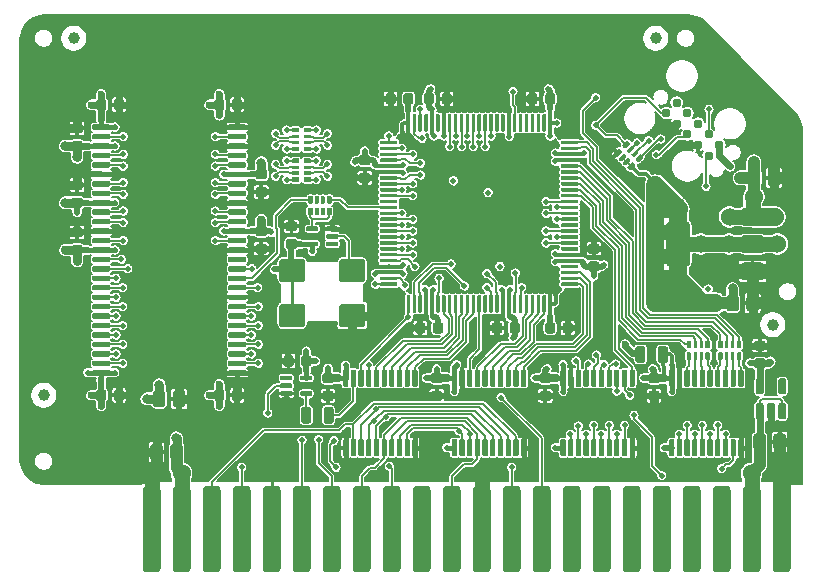
<source format=gtl>
G04 #@! TF.GenerationSoftware,KiCad,Pcbnew,(5.1.5-0-10_14)*
G04 #@! TF.CreationDate,2021-05-04T04:36:55-04:00*
G04 #@! TF.ProjectId,RAM2GS,52414d32-4753-42e6-9b69-6361645f7063,2.0*
G04 #@! TF.SameCoordinates,Original*
G04 #@! TF.FileFunction,Copper,L1,Top*
G04 #@! TF.FilePolarity,Positive*
%FSLAX46Y46*%
G04 Gerber Fmt 4.6, Leading zero omitted, Abs format (unit mm)*
G04 Created by KiCad (PCBNEW (5.1.5-0-10_14)) date 2021-05-04 04:36:55*
%MOMM*%
%LPD*%
G04 APERTURE LIST*
%ADD10C,0.100000*%
%ADD11C,1.000000*%
%ADD12C,0.787400*%
%ADD13C,2.000000*%
%ADD14C,0.500000*%
%ADD15C,0.762000*%
%ADD16C,0.800000*%
%ADD17C,0.600000*%
%ADD18C,1.524000*%
%ADD19C,0.508000*%
%ADD20C,0.450000*%
%ADD21C,0.508000*%
%ADD22C,0.762000*%
%ADD23C,0.800000*%
%ADD24C,0.600000*%
%ADD25C,1.270000*%
%ADD26C,1.524000*%
%ADD27C,1.000000*%
%ADD28C,0.500000*%
%ADD29C,0.400000*%
%ADD30C,0.250000*%
%ADD31C,0.300000*%
%ADD32C,0.150000*%
%ADD33C,0.700000*%
%ADD34C,0.895000*%
%ADD35C,0.254000*%
%ADD36C,0.152400*%
G04 APERTURE END LIST*
G04 #@! TA.AperFunction,SMDPad,CuDef*
D10*
G36*
X93732351Y-114400361D02*
G01*
X93739632Y-114401441D01*
X93746771Y-114403229D01*
X93753701Y-114405709D01*
X93760355Y-114408856D01*
X93766668Y-114412640D01*
X93772579Y-114417024D01*
X93778033Y-114421967D01*
X93782976Y-114427421D01*
X93787360Y-114433332D01*
X93791144Y-114439645D01*
X93794291Y-114446299D01*
X93796771Y-114453229D01*
X93798559Y-114460368D01*
X93799639Y-114467649D01*
X93800000Y-114475000D01*
X93800000Y-114625000D01*
X93799639Y-114632351D01*
X93798559Y-114639632D01*
X93796771Y-114646771D01*
X93794291Y-114653701D01*
X93791144Y-114660355D01*
X93787360Y-114666668D01*
X93782976Y-114672579D01*
X93778033Y-114678033D01*
X93772579Y-114682976D01*
X93766668Y-114687360D01*
X93760355Y-114691144D01*
X93753701Y-114694291D01*
X93746771Y-114696771D01*
X93739632Y-114698559D01*
X93732351Y-114699639D01*
X93725000Y-114700000D01*
X92400000Y-114700000D01*
X92392649Y-114699639D01*
X92385368Y-114698559D01*
X92378229Y-114696771D01*
X92371299Y-114694291D01*
X92364645Y-114691144D01*
X92358332Y-114687360D01*
X92352421Y-114682976D01*
X92346967Y-114678033D01*
X92342024Y-114672579D01*
X92337640Y-114666668D01*
X92333856Y-114660355D01*
X92330709Y-114653701D01*
X92328229Y-114646771D01*
X92326441Y-114639632D01*
X92325361Y-114632351D01*
X92325000Y-114625000D01*
X92325000Y-114475000D01*
X92325361Y-114467649D01*
X92326441Y-114460368D01*
X92328229Y-114453229D01*
X92330709Y-114446299D01*
X92333856Y-114439645D01*
X92337640Y-114433332D01*
X92342024Y-114427421D01*
X92346967Y-114421967D01*
X92352421Y-114417024D01*
X92358332Y-114412640D01*
X92364645Y-114408856D01*
X92371299Y-114405709D01*
X92378229Y-114403229D01*
X92385368Y-114401441D01*
X92392649Y-114400361D01*
X92400000Y-114400000D01*
X93725000Y-114400000D01*
X93732351Y-114400361D01*
G37*
G04 #@! TD.AperFunction*
G04 #@! TA.AperFunction,SMDPad,CuDef*
G36*
X93732351Y-113900361D02*
G01*
X93739632Y-113901441D01*
X93746771Y-113903229D01*
X93753701Y-113905709D01*
X93760355Y-113908856D01*
X93766668Y-113912640D01*
X93772579Y-113917024D01*
X93778033Y-113921967D01*
X93782976Y-113927421D01*
X93787360Y-113933332D01*
X93791144Y-113939645D01*
X93794291Y-113946299D01*
X93796771Y-113953229D01*
X93798559Y-113960368D01*
X93799639Y-113967649D01*
X93800000Y-113975000D01*
X93800000Y-114125000D01*
X93799639Y-114132351D01*
X93798559Y-114139632D01*
X93796771Y-114146771D01*
X93794291Y-114153701D01*
X93791144Y-114160355D01*
X93787360Y-114166668D01*
X93782976Y-114172579D01*
X93778033Y-114178033D01*
X93772579Y-114182976D01*
X93766668Y-114187360D01*
X93760355Y-114191144D01*
X93753701Y-114194291D01*
X93746771Y-114196771D01*
X93739632Y-114198559D01*
X93732351Y-114199639D01*
X93725000Y-114200000D01*
X92400000Y-114200000D01*
X92392649Y-114199639D01*
X92385368Y-114198559D01*
X92378229Y-114196771D01*
X92371299Y-114194291D01*
X92364645Y-114191144D01*
X92358332Y-114187360D01*
X92352421Y-114182976D01*
X92346967Y-114178033D01*
X92342024Y-114172579D01*
X92337640Y-114166668D01*
X92333856Y-114160355D01*
X92330709Y-114153701D01*
X92328229Y-114146771D01*
X92326441Y-114139632D01*
X92325361Y-114132351D01*
X92325000Y-114125000D01*
X92325000Y-113975000D01*
X92325361Y-113967649D01*
X92326441Y-113960368D01*
X92328229Y-113953229D01*
X92330709Y-113946299D01*
X92333856Y-113939645D01*
X92337640Y-113933332D01*
X92342024Y-113927421D01*
X92346967Y-113921967D01*
X92352421Y-113917024D01*
X92358332Y-113912640D01*
X92364645Y-113908856D01*
X92371299Y-113905709D01*
X92378229Y-113903229D01*
X92385368Y-113901441D01*
X92392649Y-113900361D01*
X92400000Y-113900000D01*
X93725000Y-113900000D01*
X93732351Y-113900361D01*
G37*
G04 #@! TD.AperFunction*
G04 #@! TA.AperFunction,SMDPad,CuDef*
G36*
X93732351Y-113400361D02*
G01*
X93739632Y-113401441D01*
X93746771Y-113403229D01*
X93753701Y-113405709D01*
X93760355Y-113408856D01*
X93766668Y-113412640D01*
X93772579Y-113417024D01*
X93778033Y-113421967D01*
X93782976Y-113427421D01*
X93787360Y-113433332D01*
X93791144Y-113439645D01*
X93794291Y-113446299D01*
X93796771Y-113453229D01*
X93798559Y-113460368D01*
X93799639Y-113467649D01*
X93800000Y-113475000D01*
X93800000Y-113625000D01*
X93799639Y-113632351D01*
X93798559Y-113639632D01*
X93796771Y-113646771D01*
X93794291Y-113653701D01*
X93791144Y-113660355D01*
X93787360Y-113666668D01*
X93782976Y-113672579D01*
X93778033Y-113678033D01*
X93772579Y-113682976D01*
X93766668Y-113687360D01*
X93760355Y-113691144D01*
X93753701Y-113694291D01*
X93746771Y-113696771D01*
X93739632Y-113698559D01*
X93732351Y-113699639D01*
X93725000Y-113700000D01*
X92400000Y-113700000D01*
X92392649Y-113699639D01*
X92385368Y-113698559D01*
X92378229Y-113696771D01*
X92371299Y-113694291D01*
X92364645Y-113691144D01*
X92358332Y-113687360D01*
X92352421Y-113682976D01*
X92346967Y-113678033D01*
X92342024Y-113672579D01*
X92337640Y-113666668D01*
X92333856Y-113660355D01*
X92330709Y-113653701D01*
X92328229Y-113646771D01*
X92326441Y-113639632D01*
X92325361Y-113632351D01*
X92325000Y-113625000D01*
X92325000Y-113475000D01*
X92325361Y-113467649D01*
X92326441Y-113460368D01*
X92328229Y-113453229D01*
X92330709Y-113446299D01*
X92333856Y-113439645D01*
X92337640Y-113433332D01*
X92342024Y-113427421D01*
X92346967Y-113421967D01*
X92352421Y-113417024D01*
X92358332Y-113412640D01*
X92364645Y-113408856D01*
X92371299Y-113405709D01*
X92378229Y-113403229D01*
X92385368Y-113401441D01*
X92392649Y-113400361D01*
X92400000Y-113400000D01*
X93725000Y-113400000D01*
X93732351Y-113400361D01*
G37*
G04 #@! TD.AperFunction*
G04 #@! TA.AperFunction,SMDPad,CuDef*
G36*
X93732351Y-112900361D02*
G01*
X93739632Y-112901441D01*
X93746771Y-112903229D01*
X93753701Y-112905709D01*
X93760355Y-112908856D01*
X93766668Y-112912640D01*
X93772579Y-112917024D01*
X93778033Y-112921967D01*
X93782976Y-112927421D01*
X93787360Y-112933332D01*
X93791144Y-112939645D01*
X93794291Y-112946299D01*
X93796771Y-112953229D01*
X93798559Y-112960368D01*
X93799639Y-112967649D01*
X93800000Y-112975000D01*
X93800000Y-113125000D01*
X93799639Y-113132351D01*
X93798559Y-113139632D01*
X93796771Y-113146771D01*
X93794291Y-113153701D01*
X93791144Y-113160355D01*
X93787360Y-113166668D01*
X93782976Y-113172579D01*
X93778033Y-113178033D01*
X93772579Y-113182976D01*
X93766668Y-113187360D01*
X93760355Y-113191144D01*
X93753701Y-113194291D01*
X93746771Y-113196771D01*
X93739632Y-113198559D01*
X93732351Y-113199639D01*
X93725000Y-113200000D01*
X92400000Y-113200000D01*
X92392649Y-113199639D01*
X92385368Y-113198559D01*
X92378229Y-113196771D01*
X92371299Y-113194291D01*
X92364645Y-113191144D01*
X92358332Y-113187360D01*
X92352421Y-113182976D01*
X92346967Y-113178033D01*
X92342024Y-113172579D01*
X92337640Y-113166668D01*
X92333856Y-113160355D01*
X92330709Y-113153701D01*
X92328229Y-113146771D01*
X92326441Y-113139632D01*
X92325361Y-113132351D01*
X92325000Y-113125000D01*
X92325000Y-112975000D01*
X92325361Y-112967649D01*
X92326441Y-112960368D01*
X92328229Y-112953229D01*
X92330709Y-112946299D01*
X92333856Y-112939645D01*
X92337640Y-112933332D01*
X92342024Y-112927421D01*
X92346967Y-112921967D01*
X92352421Y-112917024D01*
X92358332Y-112912640D01*
X92364645Y-112908856D01*
X92371299Y-112905709D01*
X92378229Y-112903229D01*
X92385368Y-112901441D01*
X92392649Y-112900361D01*
X92400000Y-112900000D01*
X93725000Y-112900000D01*
X93732351Y-112900361D01*
G37*
G04 #@! TD.AperFunction*
G04 #@! TA.AperFunction,SMDPad,CuDef*
G36*
X93732351Y-112400361D02*
G01*
X93739632Y-112401441D01*
X93746771Y-112403229D01*
X93753701Y-112405709D01*
X93760355Y-112408856D01*
X93766668Y-112412640D01*
X93772579Y-112417024D01*
X93778033Y-112421967D01*
X93782976Y-112427421D01*
X93787360Y-112433332D01*
X93791144Y-112439645D01*
X93794291Y-112446299D01*
X93796771Y-112453229D01*
X93798559Y-112460368D01*
X93799639Y-112467649D01*
X93800000Y-112475000D01*
X93800000Y-112625000D01*
X93799639Y-112632351D01*
X93798559Y-112639632D01*
X93796771Y-112646771D01*
X93794291Y-112653701D01*
X93791144Y-112660355D01*
X93787360Y-112666668D01*
X93782976Y-112672579D01*
X93778033Y-112678033D01*
X93772579Y-112682976D01*
X93766668Y-112687360D01*
X93760355Y-112691144D01*
X93753701Y-112694291D01*
X93746771Y-112696771D01*
X93739632Y-112698559D01*
X93732351Y-112699639D01*
X93725000Y-112700000D01*
X92400000Y-112700000D01*
X92392649Y-112699639D01*
X92385368Y-112698559D01*
X92378229Y-112696771D01*
X92371299Y-112694291D01*
X92364645Y-112691144D01*
X92358332Y-112687360D01*
X92352421Y-112682976D01*
X92346967Y-112678033D01*
X92342024Y-112672579D01*
X92337640Y-112666668D01*
X92333856Y-112660355D01*
X92330709Y-112653701D01*
X92328229Y-112646771D01*
X92326441Y-112639632D01*
X92325361Y-112632351D01*
X92325000Y-112625000D01*
X92325000Y-112475000D01*
X92325361Y-112467649D01*
X92326441Y-112460368D01*
X92328229Y-112453229D01*
X92330709Y-112446299D01*
X92333856Y-112439645D01*
X92337640Y-112433332D01*
X92342024Y-112427421D01*
X92346967Y-112421967D01*
X92352421Y-112417024D01*
X92358332Y-112412640D01*
X92364645Y-112408856D01*
X92371299Y-112405709D01*
X92378229Y-112403229D01*
X92385368Y-112401441D01*
X92392649Y-112400361D01*
X92400000Y-112400000D01*
X93725000Y-112400000D01*
X93732351Y-112400361D01*
G37*
G04 #@! TD.AperFunction*
G04 #@! TA.AperFunction,SMDPad,CuDef*
G36*
X93732351Y-111900361D02*
G01*
X93739632Y-111901441D01*
X93746771Y-111903229D01*
X93753701Y-111905709D01*
X93760355Y-111908856D01*
X93766668Y-111912640D01*
X93772579Y-111917024D01*
X93778033Y-111921967D01*
X93782976Y-111927421D01*
X93787360Y-111933332D01*
X93791144Y-111939645D01*
X93794291Y-111946299D01*
X93796771Y-111953229D01*
X93798559Y-111960368D01*
X93799639Y-111967649D01*
X93800000Y-111975000D01*
X93800000Y-112125000D01*
X93799639Y-112132351D01*
X93798559Y-112139632D01*
X93796771Y-112146771D01*
X93794291Y-112153701D01*
X93791144Y-112160355D01*
X93787360Y-112166668D01*
X93782976Y-112172579D01*
X93778033Y-112178033D01*
X93772579Y-112182976D01*
X93766668Y-112187360D01*
X93760355Y-112191144D01*
X93753701Y-112194291D01*
X93746771Y-112196771D01*
X93739632Y-112198559D01*
X93732351Y-112199639D01*
X93725000Y-112200000D01*
X92400000Y-112200000D01*
X92392649Y-112199639D01*
X92385368Y-112198559D01*
X92378229Y-112196771D01*
X92371299Y-112194291D01*
X92364645Y-112191144D01*
X92358332Y-112187360D01*
X92352421Y-112182976D01*
X92346967Y-112178033D01*
X92342024Y-112172579D01*
X92337640Y-112166668D01*
X92333856Y-112160355D01*
X92330709Y-112153701D01*
X92328229Y-112146771D01*
X92326441Y-112139632D01*
X92325361Y-112132351D01*
X92325000Y-112125000D01*
X92325000Y-111975000D01*
X92325361Y-111967649D01*
X92326441Y-111960368D01*
X92328229Y-111953229D01*
X92330709Y-111946299D01*
X92333856Y-111939645D01*
X92337640Y-111933332D01*
X92342024Y-111927421D01*
X92346967Y-111921967D01*
X92352421Y-111917024D01*
X92358332Y-111912640D01*
X92364645Y-111908856D01*
X92371299Y-111905709D01*
X92378229Y-111903229D01*
X92385368Y-111901441D01*
X92392649Y-111900361D01*
X92400000Y-111900000D01*
X93725000Y-111900000D01*
X93732351Y-111900361D01*
G37*
G04 #@! TD.AperFunction*
G04 #@! TA.AperFunction,SMDPad,CuDef*
G36*
X93732351Y-111400361D02*
G01*
X93739632Y-111401441D01*
X93746771Y-111403229D01*
X93753701Y-111405709D01*
X93760355Y-111408856D01*
X93766668Y-111412640D01*
X93772579Y-111417024D01*
X93778033Y-111421967D01*
X93782976Y-111427421D01*
X93787360Y-111433332D01*
X93791144Y-111439645D01*
X93794291Y-111446299D01*
X93796771Y-111453229D01*
X93798559Y-111460368D01*
X93799639Y-111467649D01*
X93800000Y-111475000D01*
X93800000Y-111625000D01*
X93799639Y-111632351D01*
X93798559Y-111639632D01*
X93796771Y-111646771D01*
X93794291Y-111653701D01*
X93791144Y-111660355D01*
X93787360Y-111666668D01*
X93782976Y-111672579D01*
X93778033Y-111678033D01*
X93772579Y-111682976D01*
X93766668Y-111687360D01*
X93760355Y-111691144D01*
X93753701Y-111694291D01*
X93746771Y-111696771D01*
X93739632Y-111698559D01*
X93732351Y-111699639D01*
X93725000Y-111700000D01*
X92400000Y-111700000D01*
X92392649Y-111699639D01*
X92385368Y-111698559D01*
X92378229Y-111696771D01*
X92371299Y-111694291D01*
X92364645Y-111691144D01*
X92358332Y-111687360D01*
X92352421Y-111682976D01*
X92346967Y-111678033D01*
X92342024Y-111672579D01*
X92337640Y-111666668D01*
X92333856Y-111660355D01*
X92330709Y-111653701D01*
X92328229Y-111646771D01*
X92326441Y-111639632D01*
X92325361Y-111632351D01*
X92325000Y-111625000D01*
X92325000Y-111475000D01*
X92325361Y-111467649D01*
X92326441Y-111460368D01*
X92328229Y-111453229D01*
X92330709Y-111446299D01*
X92333856Y-111439645D01*
X92337640Y-111433332D01*
X92342024Y-111427421D01*
X92346967Y-111421967D01*
X92352421Y-111417024D01*
X92358332Y-111412640D01*
X92364645Y-111408856D01*
X92371299Y-111405709D01*
X92378229Y-111403229D01*
X92385368Y-111401441D01*
X92392649Y-111400361D01*
X92400000Y-111400000D01*
X93725000Y-111400000D01*
X93732351Y-111400361D01*
G37*
G04 #@! TD.AperFunction*
G04 #@! TA.AperFunction,SMDPad,CuDef*
G36*
X93732351Y-110900361D02*
G01*
X93739632Y-110901441D01*
X93746771Y-110903229D01*
X93753701Y-110905709D01*
X93760355Y-110908856D01*
X93766668Y-110912640D01*
X93772579Y-110917024D01*
X93778033Y-110921967D01*
X93782976Y-110927421D01*
X93787360Y-110933332D01*
X93791144Y-110939645D01*
X93794291Y-110946299D01*
X93796771Y-110953229D01*
X93798559Y-110960368D01*
X93799639Y-110967649D01*
X93800000Y-110975000D01*
X93800000Y-111125000D01*
X93799639Y-111132351D01*
X93798559Y-111139632D01*
X93796771Y-111146771D01*
X93794291Y-111153701D01*
X93791144Y-111160355D01*
X93787360Y-111166668D01*
X93782976Y-111172579D01*
X93778033Y-111178033D01*
X93772579Y-111182976D01*
X93766668Y-111187360D01*
X93760355Y-111191144D01*
X93753701Y-111194291D01*
X93746771Y-111196771D01*
X93739632Y-111198559D01*
X93732351Y-111199639D01*
X93725000Y-111200000D01*
X92400000Y-111200000D01*
X92392649Y-111199639D01*
X92385368Y-111198559D01*
X92378229Y-111196771D01*
X92371299Y-111194291D01*
X92364645Y-111191144D01*
X92358332Y-111187360D01*
X92352421Y-111182976D01*
X92346967Y-111178033D01*
X92342024Y-111172579D01*
X92337640Y-111166668D01*
X92333856Y-111160355D01*
X92330709Y-111153701D01*
X92328229Y-111146771D01*
X92326441Y-111139632D01*
X92325361Y-111132351D01*
X92325000Y-111125000D01*
X92325000Y-110975000D01*
X92325361Y-110967649D01*
X92326441Y-110960368D01*
X92328229Y-110953229D01*
X92330709Y-110946299D01*
X92333856Y-110939645D01*
X92337640Y-110933332D01*
X92342024Y-110927421D01*
X92346967Y-110921967D01*
X92352421Y-110917024D01*
X92358332Y-110912640D01*
X92364645Y-110908856D01*
X92371299Y-110905709D01*
X92378229Y-110903229D01*
X92385368Y-110901441D01*
X92392649Y-110900361D01*
X92400000Y-110900000D01*
X93725000Y-110900000D01*
X93732351Y-110900361D01*
G37*
G04 #@! TD.AperFunction*
G04 #@! TA.AperFunction,SMDPad,CuDef*
G36*
X93732351Y-110400361D02*
G01*
X93739632Y-110401441D01*
X93746771Y-110403229D01*
X93753701Y-110405709D01*
X93760355Y-110408856D01*
X93766668Y-110412640D01*
X93772579Y-110417024D01*
X93778033Y-110421967D01*
X93782976Y-110427421D01*
X93787360Y-110433332D01*
X93791144Y-110439645D01*
X93794291Y-110446299D01*
X93796771Y-110453229D01*
X93798559Y-110460368D01*
X93799639Y-110467649D01*
X93800000Y-110475000D01*
X93800000Y-110625000D01*
X93799639Y-110632351D01*
X93798559Y-110639632D01*
X93796771Y-110646771D01*
X93794291Y-110653701D01*
X93791144Y-110660355D01*
X93787360Y-110666668D01*
X93782976Y-110672579D01*
X93778033Y-110678033D01*
X93772579Y-110682976D01*
X93766668Y-110687360D01*
X93760355Y-110691144D01*
X93753701Y-110694291D01*
X93746771Y-110696771D01*
X93739632Y-110698559D01*
X93732351Y-110699639D01*
X93725000Y-110700000D01*
X92400000Y-110700000D01*
X92392649Y-110699639D01*
X92385368Y-110698559D01*
X92378229Y-110696771D01*
X92371299Y-110694291D01*
X92364645Y-110691144D01*
X92358332Y-110687360D01*
X92352421Y-110682976D01*
X92346967Y-110678033D01*
X92342024Y-110672579D01*
X92337640Y-110666668D01*
X92333856Y-110660355D01*
X92330709Y-110653701D01*
X92328229Y-110646771D01*
X92326441Y-110639632D01*
X92325361Y-110632351D01*
X92325000Y-110625000D01*
X92325000Y-110475000D01*
X92325361Y-110467649D01*
X92326441Y-110460368D01*
X92328229Y-110453229D01*
X92330709Y-110446299D01*
X92333856Y-110439645D01*
X92337640Y-110433332D01*
X92342024Y-110427421D01*
X92346967Y-110421967D01*
X92352421Y-110417024D01*
X92358332Y-110412640D01*
X92364645Y-110408856D01*
X92371299Y-110405709D01*
X92378229Y-110403229D01*
X92385368Y-110401441D01*
X92392649Y-110400361D01*
X92400000Y-110400000D01*
X93725000Y-110400000D01*
X93732351Y-110400361D01*
G37*
G04 #@! TD.AperFunction*
G04 #@! TA.AperFunction,SMDPad,CuDef*
G36*
X93732351Y-109900361D02*
G01*
X93739632Y-109901441D01*
X93746771Y-109903229D01*
X93753701Y-109905709D01*
X93760355Y-109908856D01*
X93766668Y-109912640D01*
X93772579Y-109917024D01*
X93778033Y-109921967D01*
X93782976Y-109927421D01*
X93787360Y-109933332D01*
X93791144Y-109939645D01*
X93794291Y-109946299D01*
X93796771Y-109953229D01*
X93798559Y-109960368D01*
X93799639Y-109967649D01*
X93800000Y-109975000D01*
X93800000Y-110125000D01*
X93799639Y-110132351D01*
X93798559Y-110139632D01*
X93796771Y-110146771D01*
X93794291Y-110153701D01*
X93791144Y-110160355D01*
X93787360Y-110166668D01*
X93782976Y-110172579D01*
X93778033Y-110178033D01*
X93772579Y-110182976D01*
X93766668Y-110187360D01*
X93760355Y-110191144D01*
X93753701Y-110194291D01*
X93746771Y-110196771D01*
X93739632Y-110198559D01*
X93732351Y-110199639D01*
X93725000Y-110200000D01*
X92400000Y-110200000D01*
X92392649Y-110199639D01*
X92385368Y-110198559D01*
X92378229Y-110196771D01*
X92371299Y-110194291D01*
X92364645Y-110191144D01*
X92358332Y-110187360D01*
X92352421Y-110182976D01*
X92346967Y-110178033D01*
X92342024Y-110172579D01*
X92337640Y-110166668D01*
X92333856Y-110160355D01*
X92330709Y-110153701D01*
X92328229Y-110146771D01*
X92326441Y-110139632D01*
X92325361Y-110132351D01*
X92325000Y-110125000D01*
X92325000Y-109975000D01*
X92325361Y-109967649D01*
X92326441Y-109960368D01*
X92328229Y-109953229D01*
X92330709Y-109946299D01*
X92333856Y-109939645D01*
X92337640Y-109933332D01*
X92342024Y-109927421D01*
X92346967Y-109921967D01*
X92352421Y-109917024D01*
X92358332Y-109912640D01*
X92364645Y-109908856D01*
X92371299Y-109905709D01*
X92378229Y-109903229D01*
X92385368Y-109901441D01*
X92392649Y-109900361D01*
X92400000Y-109900000D01*
X93725000Y-109900000D01*
X93732351Y-109900361D01*
G37*
G04 #@! TD.AperFunction*
G04 #@! TA.AperFunction,SMDPad,CuDef*
G36*
X93732351Y-109400361D02*
G01*
X93739632Y-109401441D01*
X93746771Y-109403229D01*
X93753701Y-109405709D01*
X93760355Y-109408856D01*
X93766668Y-109412640D01*
X93772579Y-109417024D01*
X93778033Y-109421967D01*
X93782976Y-109427421D01*
X93787360Y-109433332D01*
X93791144Y-109439645D01*
X93794291Y-109446299D01*
X93796771Y-109453229D01*
X93798559Y-109460368D01*
X93799639Y-109467649D01*
X93800000Y-109475000D01*
X93800000Y-109625000D01*
X93799639Y-109632351D01*
X93798559Y-109639632D01*
X93796771Y-109646771D01*
X93794291Y-109653701D01*
X93791144Y-109660355D01*
X93787360Y-109666668D01*
X93782976Y-109672579D01*
X93778033Y-109678033D01*
X93772579Y-109682976D01*
X93766668Y-109687360D01*
X93760355Y-109691144D01*
X93753701Y-109694291D01*
X93746771Y-109696771D01*
X93739632Y-109698559D01*
X93732351Y-109699639D01*
X93725000Y-109700000D01*
X92400000Y-109700000D01*
X92392649Y-109699639D01*
X92385368Y-109698559D01*
X92378229Y-109696771D01*
X92371299Y-109694291D01*
X92364645Y-109691144D01*
X92358332Y-109687360D01*
X92352421Y-109682976D01*
X92346967Y-109678033D01*
X92342024Y-109672579D01*
X92337640Y-109666668D01*
X92333856Y-109660355D01*
X92330709Y-109653701D01*
X92328229Y-109646771D01*
X92326441Y-109639632D01*
X92325361Y-109632351D01*
X92325000Y-109625000D01*
X92325000Y-109475000D01*
X92325361Y-109467649D01*
X92326441Y-109460368D01*
X92328229Y-109453229D01*
X92330709Y-109446299D01*
X92333856Y-109439645D01*
X92337640Y-109433332D01*
X92342024Y-109427421D01*
X92346967Y-109421967D01*
X92352421Y-109417024D01*
X92358332Y-109412640D01*
X92364645Y-109408856D01*
X92371299Y-109405709D01*
X92378229Y-109403229D01*
X92385368Y-109401441D01*
X92392649Y-109400361D01*
X92400000Y-109400000D01*
X93725000Y-109400000D01*
X93732351Y-109400361D01*
G37*
G04 #@! TD.AperFunction*
G04 #@! TA.AperFunction,SMDPad,CuDef*
G36*
X93732351Y-108900361D02*
G01*
X93739632Y-108901441D01*
X93746771Y-108903229D01*
X93753701Y-108905709D01*
X93760355Y-108908856D01*
X93766668Y-108912640D01*
X93772579Y-108917024D01*
X93778033Y-108921967D01*
X93782976Y-108927421D01*
X93787360Y-108933332D01*
X93791144Y-108939645D01*
X93794291Y-108946299D01*
X93796771Y-108953229D01*
X93798559Y-108960368D01*
X93799639Y-108967649D01*
X93800000Y-108975000D01*
X93800000Y-109125000D01*
X93799639Y-109132351D01*
X93798559Y-109139632D01*
X93796771Y-109146771D01*
X93794291Y-109153701D01*
X93791144Y-109160355D01*
X93787360Y-109166668D01*
X93782976Y-109172579D01*
X93778033Y-109178033D01*
X93772579Y-109182976D01*
X93766668Y-109187360D01*
X93760355Y-109191144D01*
X93753701Y-109194291D01*
X93746771Y-109196771D01*
X93739632Y-109198559D01*
X93732351Y-109199639D01*
X93725000Y-109200000D01*
X92400000Y-109200000D01*
X92392649Y-109199639D01*
X92385368Y-109198559D01*
X92378229Y-109196771D01*
X92371299Y-109194291D01*
X92364645Y-109191144D01*
X92358332Y-109187360D01*
X92352421Y-109182976D01*
X92346967Y-109178033D01*
X92342024Y-109172579D01*
X92337640Y-109166668D01*
X92333856Y-109160355D01*
X92330709Y-109153701D01*
X92328229Y-109146771D01*
X92326441Y-109139632D01*
X92325361Y-109132351D01*
X92325000Y-109125000D01*
X92325000Y-108975000D01*
X92325361Y-108967649D01*
X92326441Y-108960368D01*
X92328229Y-108953229D01*
X92330709Y-108946299D01*
X92333856Y-108939645D01*
X92337640Y-108933332D01*
X92342024Y-108927421D01*
X92346967Y-108921967D01*
X92352421Y-108917024D01*
X92358332Y-108912640D01*
X92364645Y-108908856D01*
X92371299Y-108905709D01*
X92378229Y-108903229D01*
X92385368Y-108901441D01*
X92392649Y-108900361D01*
X92400000Y-108900000D01*
X93725000Y-108900000D01*
X93732351Y-108900361D01*
G37*
G04 #@! TD.AperFunction*
G04 #@! TA.AperFunction,SMDPad,CuDef*
G36*
X93732351Y-108400361D02*
G01*
X93739632Y-108401441D01*
X93746771Y-108403229D01*
X93753701Y-108405709D01*
X93760355Y-108408856D01*
X93766668Y-108412640D01*
X93772579Y-108417024D01*
X93778033Y-108421967D01*
X93782976Y-108427421D01*
X93787360Y-108433332D01*
X93791144Y-108439645D01*
X93794291Y-108446299D01*
X93796771Y-108453229D01*
X93798559Y-108460368D01*
X93799639Y-108467649D01*
X93800000Y-108475000D01*
X93800000Y-108625000D01*
X93799639Y-108632351D01*
X93798559Y-108639632D01*
X93796771Y-108646771D01*
X93794291Y-108653701D01*
X93791144Y-108660355D01*
X93787360Y-108666668D01*
X93782976Y-108672579D01*
X93778033Y-108678033D01*
X93772579Y-108682976D01*
X93766668Y-108687360D01*
X93760355Y-108691144D01*
X93753701Y-108694291D01*
X93746771Y-108696771D01*
X93739632Y-108698559D01*
X93732351Y-108699639D01*
X93725000Y-108700000D01*
X92400000Y-108700000D01*
X92392649Y-108699639D01*
X92385368Y-108698559D01*
X92378229Y-108696771D01*
X92371299Y-108694291D01*
X92364645Y-108691144D01*
X92358332Y-108687360D01*
X92352421Y-108682976D01*
X92346967Y-108678033D01*
X92342024Y-108672579D01*
X92337640Y-108666668D01*
X92333856Y-108660355D01*
X92330709Y-108653701D01*
X92328229Y-108646771D01*
X92326441Y-108639632D01*
X92325361Y-108632351D01*
X92325000Y-108625000D01*
X92325000Y-108475000D01*
X92325361Y-108467649D01*
X92326441Y-108460368D01*
X92328229Y-108453229D01*
X92330709Y-108446299D01*
X92333856Y-108439645D01*
X92337640Y-108433332D01*
X92342024Y-108427421D01*
X92346967Y-108421967D01*
X92352421Y-108417024D01*
X92358332Y-108412640D01*
X92364645Y-108408856D01*
X92371299Y-108405709D01*
X92378229Y-108403229D01*
X92385368Y-108401441D01*
X92392649Y-108400361D01*
X92400000Y-108400000D01*
X93725000Y-108400000D01*
X93732351Y-108400361D01*
G37*
G04 #@! TD.AperFunction*
G04 #@! TA.AperFunction,SMDPad,CuDef*
G36*
X93732351Y-107900361D02*
G01*
X93739632Y-107901441D01*
X93746771Y-107903229D01*
X93753701Y-107905709D01*
X93760355Y-107908856D01*
X93766668Y-107912640D01*
X93772579Y-107917024D01*
X93778033Y-107921967D01*
X93782976Y-107927421D01*
X93787360Y-107933332D01*
X93791144Y-107939645D01*
X93794291Y-107946299D01*
X93796771Y-107953229D01*
X93798559Y-107960368D01*
X93799639Y-107967649D01*
X93800000Y-107975000D01*
X93800000Y-108125000D01*
X93799639Y-108132351D01*
X93798559Y-108139632D01*
X93796771Y-108146771D01*
X93794291Y-108153701D01*
X93791144Y-108160355D01*
X93787360Y-108166668D01*
X93782976Y-108172579D01*
X93778033Y-108178033D01*
X93772579Y-108182976D01*
X93766668Y-108187360D01*
X93760355Y-108191144D01*
X93753701Y-108194291D01*
X93746771Y-108196771D01*
X93739632Y-108198559D01*
X93732351Y-108199639D01*
X93725000Y-108200000D01*
X92400000Y-108200000D01*
X92392649Y-108199639D01*
X92385368Y-108198559D01*
X92378229Y-108196771D01*
X92371299Y-108194291D01*
X92364645Y-108191144D01*
X92358332Y-108187360D01*
X92352421Y-108182976D01*
X92346967Y-108178033D01*
X92342024Y-108172579D01*
X92337640Y-108166668D01*
X92333856Y-108160355D01*
X92330709Y-108153701D01*
X92328229Y-108146771D01*
X92326441Y-108139632D01*
X92325361Y-108132351D01*
X92325000Y-108125000D01*
X92325000Y-107975000D01*
X92325361Y-107967649D01*
X92326441Y-107960368D01*
X92328229Y-107953229D01*
X92330709Y-107946299D01*
X92333856Y-107939645D01*
X92337640Y-107933332D01*
X92342024Y-107927421D01*
X92346967Y-107921967D01*
X92352421Y-107917024D01*
X92358332Y-107912640D01*
X92364645Y-107908856D01*
X92371299Y-107905709D01*
X92378229Y-107903229D01*
X92385368Y-107901441D01*
X92392649Y-107900361D01*
X92400000Y-107900000D01*
X93725000Y-107900000D01*
X93732351Y-107900361D01*
G37*
G04 #@! TD.AperFunction*
G04 #@! TA.AperFunction,SMDPad,CuDef*
G36*
X93732351Y-107400361D02*
G01*
X93739632Y-107401441D01*
X93746771Y-107403229D01*
X93753701Y-107405709D01*
X93760355Y-107408856D01*
X93766668Y-107412640D01*
X93772579Y-107417024D01*
X93778033Y-107421967D01*
X93782976Y-107427421D01*
X93787360Y-107433332D01*
X93791144Y-107439645D01*
X93794291Y-107446299D01*
X93796771Y-107453229D01*
X93798559Y-107460368D01*
X93799639Y-107467649D01*
X93800000Y-107475000D01*
X93800000Y-107625000D01*
X93799639Y-107632351D01*
X93798559Y-107639632D01*
X93796771Y-107646771D01*
X93794291Y-107653701D01*
X93791144Y-107660355D01*
X93787360Y-107666668D01*
X93782976Y-107672579D01*
X93778033Y-107678033D01*
X93772579Y-107682976D01*
X93766668Y-107687360D01*
X93760355Y-107691144D01*
X93753701Y-107694291D01*
X93746771Y-107696771D01*
X93739632Y-107698559D01*
X93732351Y-107699639D01*
X93725000Y-107700000D01*
X92400000Y-107700000D01*
X92392649Y-107699639D01*
X92385368Y-107698559D01*
X92378229Y-107696771D01*
X92371299Y-107694291D01*
X92364645Y-107691144D01*
X92358332Y-107687360D01*
X92352421Y-107682976D01*
X92346967Y-107678033D01*
X92342024Y-107672579D01*
X92337640Y-107666668D01*
X92333856Y-107660355D01*
X92330709Y-107653701D01*
X92328229Y-107646771D01*
X92326441Y-107639632D01*
X92325361Y-107632351D01*
X92325000Y-107625000D01*
X92325000Y-107475000D01*
X92325361Y-107467649D01*
X92326441Y-107460368D01*
X92328229Y-107453229D01*
X92330709Y-107446299D01*
X92333856Y-107439645D01*
X92337640Y-107433332D01*
X92342024Y-107427421D01*
X92346967Y-107421967D01*
X92352421Y-107417024D01*
X92358332Y-107412640D01*
X92364645Y-107408856D01*
X92371299Y-107405709D01*
X92378229Y-107403229D01*
X92385368Y-107401441D01*
X92392649Y-107400361D01*
X92400000Y-107400000D01*
X93725000Y-107400000D01*
X93732351Y-107400361D01*
G37*
G04 #@! TD.AperFunction*
G04 #@! TA.AperFunction,SMDPad,CuDef*
G36*
X93732351Y-106900361D02*
G01*
X93739632Y-106901441D01*
X93746771Y-106903229D01*
X93753701Y-106905709D01*
X93760355Y-106908856D01*
X93766668Y-106912640D01*
X93772579Y-106917024D01*
X93778033Y-106921967D01*
X93782976Y-106927421D01*
X93787360Y-106933332D01*
X93791144Y-106939645D01*
X93794291Y-106946299D01*
X93796771Y-106953229D01*
X93798559Y-106960368D01*
X93799639Y-106967649D01*
X93800000Y-106975000D01*
X93800000Y-107125000D01*
X93799639Y-107132351D01*
X93798559Y-107139632D01*
X93796771Y-107146771D01*
X93794291Y-107153701D01*
X93791144Y-107160355D01*
X93787360Y-107166668D01*
X93782976Y-107172579D01*
X93778033Y-107178033D01*
X93772579Y-107182976D01*
X93766668Y-107187360D01*
X93760355Y-107191144D01*
X93753701Y-107194291D01*
X93746771Y-107196771D01*
X93739632Y-107198559D01*
X93732351Y-107199639D01*
X93725000Y-107200000D01*
X92400000Y-107200000D01*
X92392649Y-107199639D01*
X92385368Y-107198559D01*
X92378229Y-107196771D01*
X92371299Y-107194291D01*
X92364645Y-107191144D01*
X92358332Y-107187360D01*
X92352421Y-107182976D01*
X92346967Y-107178033D01*
X92342024Y-107172579D01*
X92337640Y-107166668D01*
X92333856Y-107160355D01*
X92330709Y-107153701D01*
X92328229Y-107146771D01*
X92326441Y-107139632D01*
X92325361Y-107132351D01*
X92325000Y-107125000D01*
X92325000Y-106975000D01*
X92325361Y-106967649D01*
X92326441Y-106960368D01*
X92328229Y-106953229D01*
X92330709Y-106946299D01*
X92333856Y-106939645D01*
X92337640Y-106933332D01*
X92342024Y-106927421D01*
X92346967Y-106921967D01*
X92352421Y-106917024D01*
X92358332Y-106912640D01*
X92364645Y-106908856D01*
X92371299Y-106905709D01*
X92378229Y-106903229D01*
X92385368Y-106901441D01*
X92392649Y-106900361D01*
X92400000Y-106900000D01*
X93725000Y-106900000D01*
X93732351Y-106900361D01*
G37*
G04 #@! TD.AperFunction*
G04 #@! TA.AperFunction,SMDPad,CuDef*
G36*
X93732351Y-106400361D02*
G01*
X93739632Y-106401441D01*
X93746771Y-106403229D01*
X93753701Y-106405709D01*
X93760355Y-106408856D01*
X93766668Y-106412640D01*
X93772579Y-106417024D01*
X93778033Y-106421967D01*
X93782976Y-106427421D01*
X93787360Y-106433332D01*
X93791144Y-106439645D01*
X93794291Y-106446299D01*
X93796771Y-106453229D01*
X93798559Y-106460368D01*
X93799639Y-106467649D01*
X93800000Y-106475000D01*
X93800000Y-106625000D01*
X93799639Y-106632351D01*
X93798559Y-106639632D01*
X93796771Y-106646771D01*
X93794291Y-106653701D01*
X93791144Y-106660355D01*
X93787360Y-106666668D01*
X93782976Y-106672579D01*
X93778033Y-106678033D01*
X93772579Y-106682976D01*
X93766668Y-106687360D01*
X93760355Y-106691144D01*
X93753701Y-106694291D01*
X93746771Y-106696771D01*
X93739632Y-106698559D01*
X93732351Y-106699639D01*
X93725000Y-106700000D01*
X92400000Y-106700000D01*
X92392649Y-106699639D01*
X92385368Y-106698559D01*
X92378229Y-106696771D01*
X92371299Y-106694291D01*
X92364645Y-106691144D01*
X92358332Y-106687360D01*
X92352421Y-106682976D01*
X92346967Y-106678033D01*
X92342024Y-106672579D01*
X92337640Y-106666668D01*
X92333856Y-106660355D01*
X92330709Y-106653701D01*
X92328229Y-106646771D01*
X92326441Y-106639632D01*
X92325361Y-106632351D01*
X92325000Y-106625000D01*
X92325000Y-106475000D01*
X92325361Y-106467649D01*
X92326441Y-106460368D01*
X92328229Y-106453229D01*
X92330709Y-106446299D01*
X92333856Y-106439645D01*
X92337640Y-106433332D01*
X92342024Y-106427421D01*
X92346967Y-106421967D01*
X92352421Y-106417024D01*
X92358332Y-106412640D01*
X92364645Y-106408856D01*
X92371299Y-106405709D01*
X92378229Y-106403229D01*
X92385368Y-106401441D01*
X92392649Y-106400361D01*
X92400000Y-106400000D01*
X93725000Y-106400000D01*
X93732351Y-106400361D01*
G37*
G04 #@! TD.AperFunction*
G04 #@! TA.AperFunction,SMDPad,CuDef*
G36*
X93732351Y-105900361D02*
G01*
X93739632Y-105901441D01*
X93746771Y-105903229D01*
X93753701Y-105905709D01*
X93760355Y-105908856D01*
X93766668Y-105912640D01*
X93772579Y-105917024D01*
X93778033Y-105921967D01*
X93782976Y-105927421D01*
X93787360Y-105933332D01*
X93791144Y-105939645D01*
X93794291Y-105946299D01*
X93796771Y-105953229D01*
X93798559Y-105960368D01*
X93799639Y-105967649D01*
X93800000Y-105975000D01*
X93800000Y-106125000D01*
X93799639Y-106132351D01*
X93798559Y-106139632D01*
X93796771Y-106146771D01*
X93794291Y-106153701D01*
X93791144Y-106160355D01*
X93787360Y-106166668D01*
X93782976Y-106172579D01*
X93778033Y-106178033D01*
X93772579Y-106182976D01*
X93766668Y-106187360D01*
X93760355Y-106191144D01*
X93753701Y-106194291D01*
X93746771Y-106196771D01*
X93739632Y-106198559D01*
X93732351Y-106199639D01*
X93725000Y-106200000D01*
X92400000Y-106200000D01*
X92392649Y-106199639D01*
X92385368Y-106198559D01*
X92378229Y-106196771D01*
X92371299Y-106194291D01*
X92364645Y-106191144D01*
X92358332Y-106187360D01*
X92352421Y-106182976D01*
X92346967Y-106178033D01*
X92342024Y-106172579D01*
X92337640Y-106166668D01*
X92333856Y-106160355D01*
X92330709Y-106153701D01*
X92328229Y-106146771D01*
X92326441Y-106139632D01*
X92325361Y-106132351D01*
X92325000Y-106125000D01*
X92325000Y-105975000D01*
X92325361Y-105967649D01*
X92326441Y-105960368D01*
X92328229Y-105953229D01*
X92330709Y-105946299D01*
X92333856Y-105939645D01*
X92337640Y-105933332D01*
X92342024Y-105927421D01*
X92346967Y-105921967D01*
X92352421Y-105917024D01*
X92358332Y-105912640D01*
X92364645Y-105908856D01*
X92371299Y-105905709D01*
X92378229Y-105903229D01*
X92385368Y-105901441D01*
X92392649Y-105900361D01*
X92400000Y-105900000D01*
X93725000Y-105900000D01*
X93732351Y-105900361D01*
G37*
G04 #@! TD.AperFunction*
G04 #@! TA.AperFunction,SMDPad,CuDef*
G36*
X93732351Y-105400361D02*
G01*
X93739632Y-105401441D01*
X93746771Y-105403229D01*
X93753701Y-105405709D01*
X93760355Y-105408856D01*
X93766668Y-105412640D01*
X93772579Y-105417024D01*
X93778033Y-105421967D01*
X93782976Y-105427421D01*
X93787360Y-105433332D01*
X93791144Y-105439645D01*
X93794291Y-105446299D01*
X93796771Y-105453229D01*
X93798559Y-105460368D01*
X93799639Y-105467649D01*
X93800000Y-105475000D01*
X93800000Y-105625000D01*
X93799639Y-105632351D01*
X93798559Y-105639632D01*
X93796771Y-105646771D01*
X93794291Y-105653701D01*
X93791144Y-105660355D01*
X93787360Y-105666668D01*
X93782976Y-105672579D01*
X93778033Y-105678033D01*
X93772579Y-105682976D01*
X93766668Y-105687360D01*
X93760355Y-105691144D01*
X93753701Y-105694291D01*
X93746771Y-105696771D01*
X93739632Y-105698559D01*
X93732351Y-105699639D01*
X93725000Y-105700000D01*
X92400000Y-105700000D01*
X92392649Y-105699639D01*
X92385368Y-105698559D01*
X92378229Y-105696771D01*
X92371299Y-105694291D01*
X92364645Y-105691144D01*
X92358332Y-105687360D01*
X92352421Y-105682976D01*
X92346967Y-105678033D01*
X92342024Y-105672579D01*
X92337640Y-105666668D01*
X92333856Y-105660355D01*
X92330709Y-105653701D01*
X92328229Y-105646771D01*
X92326441Y-105639632D01*
X92325361Y-105632351D01*
X92325000Y-105625000D01*
X92325000Y-105475000D01*
X92325361Y-105467649D01*
X92326441Y-105460368D01*
X92328229Y-105453229D01*
X92330709Y-105446299D01*
X92333856Y-105439645D01*
X92337640Y-105433332D01*
X92342024Y-105427421D01*
X92346967Y-105421967D01*
X92352421Y-105417024D01*
X92358332Y-105412640D01*
X92364645Y-105408856D01*
X92371299Y-105405709D01*
X92378229Y-105403229D01*
X92385368Y-105401441D01*
X92392649Y-105400361D01*
X92400000Y-105400000D01*
X93725000Y-105400000D01*
X93732351Y-105400361D01*
G37*
G04 #@! TD.AperFunction*
G04 #@! TA.AperFunction,SMDPad,CuDef*
G36*
X93732351Y-104900361D02*
G01*
X93739632Y-104901441D01*
X93746771Y-104903229D01*
X93753701Y-104905709D01*
X93760355Y-104908856D01*
X93766668Y-104912640D01*
X93772579Y-104917024D01*
X93778033Y-104921967D01*
X93782976Y-104927421D01*
X93787360Y-104933332D01*
X93791144Y-104939645D01*
X93794291Y-104946299D01*
X93796771Y-104953229D01*
X93798559Y-104960368D01*
X93799639Y-104967649D01*
X93800000Y-104975000D01*
X93800000Y-105125000D01*
X93799639Y-105132351D01*
X93798559Y-105139632D01*
X93796771Y-105146771D01*
X93794291Y-105153701D01*
X93791144Y-105160355D01*
X93787360Y-105166668D01*
X93782976Y-105172579D01*
X93778033Y-105178033D01*
X93772579Y-105182976D01*
X93766668Y-105187360D01*
X93760355Y-105191144D01*
X93753701Y-105194291D01*
X93746771Y-105196771D01*
X93739632Y-105198559D01*
X93732351Y-105199639D01*
X93725000Y-105200000D01*
X92400000Y-105200000D01*
X92392649Y-105199639D01*
X92385368Y-105198559D01*
X92378229Y-105196771D01*
X92371299Y-105194291D01*
X92364645Y-105191144D01*
X92358332Y-105187360D01*
X92352421Y-105182976D01*
X92346967Y-105178033D01*
X92342024Y-105172579D01*
X92337640Y-105166668D01*
X92333856Y-105160355D01*
X92330709Y-105153701D01*
X92328229Y-105146771D01*
X92326441Y-105139632D01*
X92325361Y-105132351D01*
X92325000Y-105125000D01*
X92325000Y-104975000D01*
X92325361Y-104967649D01*
X92326441Y-104960368D01*
X92328229Y-104953229D01*
X92330709Y-104946299D01*
X92333856Y-104939645D01*
X92337640Y-104933332D01*
X92342024Y-104927421D01*
X92346967Y-104921967D01*
X92352421Y-104917024D01*
X92358332Y-104912640D01*
X92364645Y-104908856D01*
X92371299Y-104905709D01*
X92378229Y-104903229D01*
X92385368Y-104901441D01*
X92392649Y-104900361D01*
X92400000Y-104900000D01*
X93725000Y-104900000D01*
X93732351Y-104900361D01*
G37*
G04 #@! TD.AperFunction*
G04 #@! TA.AperFunction,SMDPad,CuDef*
G36*
X93732351Y-104400361D02*
G01*
X93739632Y-104401441D01*
X93746771Y-104403229D01*
X93753701Y-104405709D01*
X93760355Y-104408856D01*
X93766668Y-104412640D01*
X93772579Y-104417024D01*
X93778033Y-104421967D01*
X93782976Y-104427421D01*
X93787360Y-104433332D01*
X93791144Y-104439645D01*
X93794291Y-104446299D01*
X93796771Y-104453229D01*
X93798559Y-104460368D01*
X93799639Y-104467649D01*
X93800000Y-104475000D01*
X93800000Y-104625000D01*
X93799639Y-104632351D01*
X93798559Y-104639632D01*
X93796771Y-104646771D01*
X93794291Y-104653701D01*
X93791144Y-104660355D01*
X93787360Y-104666668D01*
X93782976Y-104672579D01*
X93778033Y-104678033D01*
X93772579Y-104682976D01*
X93766668Y-104687360D01*
X93760355Y-104691144D01*
X93753701Y-104694291D01*
X93746771Y-104696771D01*
X93739632Y-104698559D01*
X93732351Y-104699639D01*
X93725000Y-104700000D01*
X92400000Y-104700000D01*
X92392649Y-104699639D01*
X92385368Y-104698559D01*
X92378229Y-104696771D01*
X92371299Y-104694291D01*
X92364645Y-104691144D01*
X92358332Y-104687360D01*
X92352421Y-104682976D01*
X92346967Y-104678033D01*
X92342024Y-104672579D01*
X92337640Y-104666668D01*
X92333856Y-104660355D01*
X92330709Y-104653701D01*
X92328229Y-104646771D01*
X92326441Y-104639632D01*
X92325361Y-104632351D01*
X92325000Y-104625000D01*
X92325000Y-104475000D01*
X92325361Y-104467649D01*
X92326441Y-104460368D01*
X92328229Y-104453229D01*
X92330709Y-104446299D01*
X92333856Y-104439645D01*
X92337640Y-104433332D01*
X92342024Y-104427421D01*
X92346967Y-104421967D01*
X92352421Y-104417024D01*
X92358332Y-104412640D01*
X92364645Y-104408856D01*
X92371299Y-104405709D01*
X92378229Y-104403229D01*
X92385368Y-104401441D01*
X92392649Y-104400361D01*
X92400000Y-104400000D01*
X93725000Y-104400000D01*
X93732351Y-104400361D01*
G37*
G04 #@! TD.AperFunction*
G04 #@! TA.AperFunction,SMDPad,CuDef*
G36*
X93732351Y-103900361D02*
G01*
X93739632Y-103901441D01*
X93746771Y-103903229D01*
X93753701Y-103905709D01*
X93760355Y-103908856D01*
X93766668Y-103912640D01*
X93772579Y-103917024D01*
X93778033Y-103921967D01*
X93782976Y-103927421D01*
X93787360Y-103933332D01*
X93791144Y-103939645D01*
X93794291Y-103946299D01*
X93796771Y-103953229D01*
X93798559Y-103960368D01*
X93799639Y-103967649D01*
X93800000Y-103975000D01*
X93800000Y-104125000D01*
X93799639Y-104132351D01*
X93798559Y-104139632D01*
X93796771Y-104146771D01*
X93794291Y-104153701D01*
X93791144Y-104160355D01*
X93787360Y-104166668D01*
X93782976Y-104172579D01*
X93778033Y-104178033D01*
X93772579Y-104182976D01*
X93766668Y-104187360D01*
X93760355Y-104191144D01*
X93753701Y-104194291D01*
X93746771Y-104196771D01*
X93739632Y-104198559D01*
X93732351Y-104199639D01*
X93725000Y-104200000D01*
X92400000Y-104200000D01*
X92392649Y-104199639D01*
X92385368Y-104198559D01*
X92378229Y-104196771D01*
X92371299Y-104194291D01*
X92364645Y-104191144D01*
X92358332Y-104187360D01*
X92352421Y-104182976D01*
X92346967Y-104178033D01*
X92342024Y-104172579D01*
X92337640Y-104166668D01*
X92333856Y-104160355D01*
X92330709Y-104153701D01*
X92328229Y-104146771D01*
X92326441Y-104139632D01*
X92325361Y-104132351D01*
X92325000Y-104125000D01*
X92325000Y-103975000D01*
X92325361Y-103967649D01*
X92326441Y-103960368D01*
X92328229Y-103953229D01*
X92330709Y-103946299D01*
X92333856Y-103939645D01*
X92337640Y-103933332D01*
X92342024Y-103927421D01*
X92346967Y-103921967D01*
X92352421Y-103917024D01*
X92358332Y-103912640D01*
X92364645Y-103908856D01*
X92371299Y-103905709D01*
X92378229Y-103903229D01*
X92385368Y-103901441D01*
X92392649Y-103900361D01*
X92400000Y-103900000D01*
X93725000Y-103900000D01*
X93732351Y-103900361D01*
G37*
G04 #@! TD.AperFunction*
G04 #@! TA.AperFunction,SMDPad,CuDef*
G36*
X93732351Y-103400361D02*
G01*
X93739632Y-103401441D01*
X93746771Y-103403229D01*
X93753701Y-103405709D01*
X93760355Y-103408856D01*
X93766668Y-103412640D01*
X93772579Y-103417024D01*
X93778033Y-103421967D01*
X93782976Y-103427421D01*
X93787360Y-103433332D01*
X93791144Y-103439645D01*
X93794291Y-103446299D01*
X93796771Y-103453229D01*
X93798559Y-103460368D01*
X93799639Y-103467649D01*
X93800000Y-103475000D01*
X93800000Y-103625000D01*
X93799639Y-103632351D01*
X93798559Y-103639632D01*
X93796771Y-103646771D01*
X93794291Y-103653701D01*
X93791144Y-103660355D01*
X93787360Y-103666668D01*
X93782976Y-103672579D01*
X93778033Y-103678033D01*
X93772579Y-103682976D01*
X93766668Y-103687360D01*
X93760355Y-103691144D01*
X93753701Y-103694291D01*
X93746771Y-103696771D01*
X93739632Y-103698559D01*
X93732351Y-103699639D01*
X93725000Y-103700000D01*
X92400000Y-103700000D01*
X92392649Y-103699639D01*
X92385368Y-103698559D01*
X92378229Y-103696771D01*
X92371299Y-103694291D01*
X92364645Y-103691144D01*
X92358332Y-103687360D01*
X92352421Y-103682976D01*
X92346967Y-103678033D01*
X92342024Y-103672579D01*
X92337640Y-103666668D01*
X92333856Y-103660355D01*
X92330709Y-103653701D01*
X92328229Y-103646771D01*
X92326441Y-103639632D01*
X92325361Y-103632351D01*
X92325000Y-103625000D01*
X92325000Y-103475000D01*
X92325361Y-103467649D01*
X92326441Y-103460368D01*
X92328229Y-103453229D01*
X92330709Y-103446299D01*
X92333856Y-103439645D01*
X92337640Y-103433332D01*
X92342024Y-103427421D01*
X92346967Y-103421967D01*
X92352421Y-103417024D01*
X92358332Y-103412640D01*
X92364645Y-103408856D01*
X92371299Y-103405709D01*
X92378229Y-103403229D01*
X92385368Y-103401441D01*
X92392649Y-103400361D01*
X92400000Y-103400000D01*
X93725000Y-103400000D01*
X93732351Y-103400361D01*
G37*
G04 #@! TD.AperFunction*
G04 #@! TA.AperFunction,SMDPad,CuDef*
G36*
X93732351Y-102900361D02*
G01*
X93739632Y-102901441D01*
X93746771Y-102903229D01*
X93753701Y-102905709D01*
X93760355Y-102908856D01*
X93766668Y-102912640D01*
X93772579Y-102917024D01*
X93778033Y-102921967D01*
X93782976Y-102927421D01*
X93787360Y-102933332D01*
X93791144Y-102939645D01*
X93794291Y-102946299D01*
X93796771Y-102953229D01*
X93798559Y-102960368D01*
X93799639Y-102967649D01*
X93800000Y-102975000D01*
X93800000Y-103125000D01*
X93799639Y-103132351D01*
X93798559Y-103139632D01*
X93796771Y-103146771D01*
X93794291Y-103153701D01*
X93791144Y-103160355D01*
X93787360Y-103166668D01*
X93782976Y-103172579D01*
X93778033Y-103178033D01*
X93772579Y-103182976D01*
X93766668Y-103187360D01*
X93760355Y-103191144D01*
X93753701Y-103194291D01*
X93746771Y-103196771D01*
X93739632Y-103198559D01*
X93732351Y-103199639D01*
X93725000Y-103200000D01*
X92400000Y-103200000D01*
X92392649Y-103199639D01*
X92385368Y-103198559D01*
X92378229Y-103196771D01*
X92371299Y-103194291D01*
X92364645Y-103191144D01*
X92358332Y-103187360D01*
X92352421Y-103182976D01*
X92346967Y-103178033D01*
X92342024Y-103172579D01*
X92337640Y-103166668D01*
X92333856Y-103160355D01*
X92330709Y-103153701D01*
X92328229Y-103146771D01*
X92326441Y-103139632D01*
X92325361Y-103132351D01*
X92325000Y-103125000D01*
X92325000Y-102975000D01*
X92325361Y-102967649D01*
X92326441Y-102960368D01*
X92328229Y-102953229D01*
X92330709Y-102946299D01*
X92333856Y-102939645D01*
X92337640Y-102933332D01*
X92342024Y-102927421D01*
X92346967Y-102921967D01*
X92352421Y-102917024D01*
X92358332Y-102912640D01*
X92364645Y-102908856D01*
X92371299Y-102905709D01*
X92378229Y-102903229D01*
X92385368Y-102901441D01*
X92392649Y-102900361D01*
X92400000Y-102900000D01*
X93725000Y-102900000D01*
X93732351Y-102900361D01*
G37*
G04 #@! TD.AperFunction*
G04 #@! TA.AperFunction,SMDPad,CuDef*
G36*
X93732351Y-102400361D02*
G01*
X93739632Y-102401441D01*
X93746771Y-102403229D01*
X93753701Y-102405709D01*
X93760355Y-102408856D01*
X93766668Y-102412640D01*
X93772579Y-102417024D01*
X93778033Y-102421967D01*
X93782976Y-102427421D01*
X93787360Y-102433332D01*
X93791144Y-102439645D01*
X93794291Y-102446299D01*
X93796771Y-102453229D01*
X93798559Y-102460368D01*
X93799639Y-102467649D01*
X93800000Y-102475000D01*
X93800000Y-102625000D01*
X93799639Y-102632351D01*
X93798559Y-102639632D01*
X93796771Y-102646771D01*
X93794291Y-102653701D01*
X93791144Y-102660355D01*
X93787360Y-102666668D01*
X93782976Y-102672579D01*
X93778033Y-102678033D01*
X93772579Y-102682976D01*
X93766668Y-102687360D01*
X93760355Y-102691144D01*
X93753701Y-102694291D01*
X93746771Y-102696771D01*
X93739632Y-102698559D01*
X93732351Y-102699639D01*
X93725000Y-102700000D01*
X92400000Y-102700000D01*
X92392649Y-102699639D01*
X92385368Y-102698559D01*
X92378229Y-102696771D01*
X92371299Y-102694291D01*
X92364645Y-102691144D01*
X92358332Y-102687360D01*
X92352421Y-102682976D01*
X92346967Y-102678033D01*
X92342024Y-102672579D01*
X92337640Y-102666668D01*
X92333856Y-102660355D01*
X92330709Y-102653701D01*
X92328229Y-102646771D01*
X92326441Y-102639632D01*
X92325361Y-102632351D01*
X92325000Y-102625000D01*
X92325000Y-102475000D01*
X92325361Y-102467649D01*
X92326441Y-102460368D01*
X92328229Y-102453229D01*
X92330709Y-102446299D01*
X92333856Y-102439645D01*
X92337640Y-102433332D01*
X92342024Y-102427421D01*
X92346967Y-102421967D01*
X92352421Y-102417024D01*
X92358332Y-102412640D01*
X92364645Y-102408856D01*
X92371299Y-102405709D01*
X92378229Y-102403229D01*
X92385368Y-102401441D01*
X92392649Y-102400361D01*
X92400000Y-102400000D01*
X93725000Y-102400000D01*
X93732351Y-102400361D01*
G37*
G04 #@! TD.AperFunction*
G04 #@! TA.AperFunction,SMDPad,CuDef*
G36*
X91482351Y-100150361D02*
G01*
X91489632Y-100151441D01*
X91496771Y-100153229D01*
X91503701Y-100155709D01*
X91510355Y-100158856D01*
X91516668Y-100162640D01*
X91522579Y-100167024D01*
X91528033Y-100171967D01*
X91532976Y-100177421D01*
X91537360Y-100183332D01*
X91541144Y-100189645D01*
X91544291Y-100196299D01*
X91546771Y-100203229D01*
X91548559Y-100210368D01*
X91549639Y-100217649D01*
X91550000Y-100225000D01*
X91550000Y-101550000D01*
X91549639Y-101557351D01*
X91548559Y-101564632D01*
X91546771Y-101571771D01*
X91544291Y-101578701D01*
X91541144Y-101585355D01*
X91537360Y-101591668D01*
X91532976Y-101597579D01*
X91528033Y-101603033D01*
X91522579Y-101607976D01*
X91516668Y-101612360D01*
X91510355Y-101616144D01*
X91503701Y-101619291D01*
X91496771Y-101621771D01*
X91489632Y-101623559D01*
X91482351Y-101624639D01*
X91475000Y-101625000D01*
X91325000Y-101625000D01*
X91317649Y-101624639D01*
X91310368Y-101623559D01*
X91303229Y-101621771D01*
X91296299Y-101619291D01*
X91289645Y-101616144D01*
X91283332Y-101612360D01*
X91277421Y-101607976D01*
X91271967Y-101603033D01*
X91267024Y-101597579D01*
X91262640Y-101591668D01*
X91258856Y-101585355D01*
X91255709Y-101578701D01*
X91253229Y-101571771D01*
X91251441Y-101564632D01*
X91250361Y-101557351D01*
X91250000Y-101550000D01*
X91250000Y-100225000D01*
X91250361Y-100217649D01*
X91251441Y-100210368D01*
X91253229Y-100203229D01*
X91255709Y-100196299D01*
X91258856Y-100189645D01*
X91262640Y-100183332D01*
X91267024Y-100177421D01*
X91271967Y-100171967D01*
X91277421Y-100167024D01*
X91283332Y-100162640D01*
X91289645Y-100158856D01*
X91296299Y-100155709D01*
X91303229Y-100153229D01*
X91310368Y-100151441D01*
X91317649Y-100150361D01*
X91325000Y-100150000D01*
X91475000Y-100150000D01*
X91482351Y-100150361D01*
G37*
G04 #@! TD.AperFunction*
G04 #@! TA.AperFunction,SMDPad,CuDef*
G36*
X90982351Y-100150361D02*
G01*
X90989632Y-100151441D01*
X90996771Y-100153229D01*
X91003701Y-100155709D01*
X91010355Y-100158856D01*
X91016668Y-100162640D01*
X91022579Y-100167024D01*
X91028033Y-100171967D01*
X91032976Y-100177421D01*
X91037360Y-100183332D01*
X91041144Y-100189645D01*
X91044291Y-100196299D01*
X91046771Y-100203229D01*
X91048559Y-100210368D01*
X91049639Y-100217649D01*
X91050000Y-100225000D01*
X91050000Y-101550000D01*
X91049639Y-101557351D01*
X91048559Y-101564632D01*
X91046771Y-101571771D01*
X91044291Y-101578701D01*
X91041144Y-101585355D01*
X91037360Y-101591668D01*
X91032976Y-101597579D01*
X91028033Y-101603033D01*
X91022579Y-101607976D01*
X91016668Y-101612360D01*
X91010355Y-101616144D01*
X91003701Y-101619291D01*
X90996771Y-101621771D01*
X90989632Y-101623559D01*
X90982351Y-101624639D01*
X90975000Y-101625000D01*
X90825000Y-101625000D01*
X90817649Y-101624639D01*
X90810368Y-101623559D01*
X90803229Y-101621771D01*
X90796299Y-101619291D01*
X90789645Y-101616144D01*
X90783332Y-101612360D01*
X90777421Y-101607976D01*
X90771967Y-101603033D01*
X90767024Y-101597579D01*
X90762640Y-101591668D01*
X90758856Y-101585355D01*
X90755709Y-101578701D01*
X90753229Y-101571771D01*
X90751441Y-101564632D01*
X90750361Y-101557351D01*
X90750000Y-101550000D01*
X90750000Y-100225000D01*
X90750361Y-100217649D01*
X90751441Y-100210368D01*
X90753229Y-100203229D01*
X90755709Y-100196299D01*
X90758856Y-100189645D01*
X90762640Y-100183332D01*
X90767024Y-100177421D01*
X90771967Y-100171967D01*
X90777421Y-100167024D01*
X90783332Y-100162640D01*
X90789645Y-100158856D01*
X90796299Y-100155709D01*
X90803229Y-100153229D01*
X90810368Y-100151441D01*
X90817649Y-100150361D01*
X90825000Y-100150000D01*
X90975000Y-100150000D01*
X90982351Y-100150361D01*
G37*
G04 #@! TD.AperFunction*
G04 #@! TA.AperFunction,SMDPad,CuDef*
G36*
X90482351Y-100150361D02*
G01*
X90489632Y-100151441D01*
X90496771Y-100153229D01*
X90503701Y-100155709D01*
X90510355Y-100158856D01*
X90516668Y-100162640D01*
X90522579Y-100167024D01*
X90528033Y-100171967D01*
X90532976Y-100177421D01*
X90537360Y-100183332D01*
X90541144Y-100189645D01*
X90544291Y-100196299D01*
X90546771Y-100203229D01*
X90548559Y-100210368D01*
X90549639Y-100217649D01*
X90550000Y-100225000D01*
X90550000Y-101550000D01*
X90549639Y-101557351D01*
X90548559Y-101564632D01*
X90546771Y-101571771D01*
X90544291Y-101578701D01*
X90541144Y-101585355D01*
X90537360Y-101591668D01*
X90532976Y-101597579D01*
X90528033Y-101603033D01*
X90522579Y-101607976D01*
X90516668Y-101612360D01*
X90510355Y-101616144D01*
X90503701Y-101619291D01*
X90496771Y-101621771D01*
X90489632Y-101623559D01*
X90482351Y-101624639D01*
X90475000Y-101625000D01*
X90325000Y-101625000D01*
X90317649Y-101624639D01*
X90310368Y-101623559D01*
X90303229Y-101621771D01*
X90296299Y-101619291D01*
X90289645Y-101616144D01*
X90283332Y-101612360D01*
X90277421Y-101607976D01*
X90271967Y-101603033D01*
X90267024Y-101597579D01*
X90262640Y-101591668D01*
X90258856Y-101585355D01*
X90255709Y-101578701D01*
X90253229Y-101571771D01*
X90251441Y-101564632D01*
X90250361Y-101557351D01*
X90250000Y-101550000D01*
X90250000Y-100225000D01*
X90250361Y-100217649D01*
X90251441Y-100210368D01*
X90253229Y-100203229D01*
X90255709Y-100196299D01*
X90258856Y-100189645D01*
X90262640Y-100183332D01*
X90267024Y-100177421D01*
X90271967Y-100171967D01*
X90277421Y-100167024D01*
X90283332Y-100162640D01*
X90289645Y-100158856D01*
X90296299Y-100155709D01*
X90303229Y-100153229D01*
X90310368Y-100151441D01*
X90317649Y-100150361D01*
X90325000Y-100150000D01*
X90475000Y-100150000D01*
X90482351Y-100150361D01*
G37*
G04 #@! TD.AperFunction*
G04 #@! TA.AperFunction,SMDPad,CuDef*
G36*
X89982351Y-100150361D02*
G01*
X89989632Y-100151441D01*
X89996771Y-100153229D01*
X90003701Y-100155709D01*
X90010355Y-100158856D01*
X90016668Y-100162640D01*
X90022579Y-100167024D01*
X90028033Y-100171967D01*
X90032976Y-100177421D01*
X90037360Y-100183332D01*
X90041144Y-100189645D01*
X90044291Y-100196299D01*
X90046771Y-100203229D01*
X90048559Y-100210368D01*
X90049639Y-100217649D01*
X90050000Y-100225000D01*
X90050000Y-101550000D01*
X90049639Y-101557351D01*
X90048559Y-101564632D01*
X90046771Y-101571771D01*
X90044291Y-101578701D01*
X90041144Y-101585355D01*
X90037360Y-101591668D01*
X90032976Y-101597579D01*
X90028033Y-101603033D01*
X90022579Y-101607976D01*
X90016668Y-101612360D01*
X90010355Y-101616144D01*
X90003701Y-101619291D01*
X89996771Y-101621771D01*
X89989632Y-101623559D01*
X89982351Y-101624639D01*
X89975000Y-101625000D01*
X89825000Y-101625000D01*
X89817649Y-101624639D01*
X89810368Y-101623559D01*
X89803229Y-101621771D01*
X89796299Y-101619291D01*
X89789645Y-101616144D01*
X89783332Y-101612360D01*
X89777421Y-101607976D01*
X89771967Y-101603033D01*
X89767024Y-101597579D01*
X89762640Y-101591668D01*
X89758856Y-101585355D01*
X89755709Y-101578701D01*
X89753229Y-101571771D01*
X89751441Y-101564632D01*
X89750361Y-101557351D01*
X89750000Y-101550000D01*
X89750000Y-100225000D01*
X89750361Y-100217649D01*
X89751441Y-100210368D01*
X89753229Y-100203229D01*
X89755709Y-100196299D01*
X89758856Y-100189645D01*
X89762640Y-100183332D01*
X89767024Y-100177421D01*
X89771967Y-100171967D01*
X89777421Y-100167024D01*
X89783332Y-100162640D01*
X89789645Y-100158856D01*
X89796299Y-100155709D01*
X89803229Y-100153229D01*
X89810368Y-100151441D01*
X89817649Y-100150361D01*
X89825000Y-100150000D01*
X89975000Y-100150000D01*
X89982351Y-100150361D01*
G37*
G04 #@! TD.AperFunction*
G04 #@! TA.AperFunction,SMDPad,CuDef*
G36*
X89482351Y-100150361D02*
G01*
X89489632Y-100151441D01*
X89496771Y-100153229D01*
X89503701Y-100155709D01*
X89510355Y-100158856D01*
X89516668Y-100162640D01*
X89522579Y-100167024D01*
X89528033Y-100171967D01*
X89532976Y-100177421D01*
X89537360Y-100183332D01*
X89541144Y-100189645D01*
X89544291Y-100196299D01*
X89546771Y-100203229D01*
X89548559Y-100210368D01*
X89549639Y-100217649D01*
X89550000Y-100225000D01*
X89550000Y-101550000D01*
X89549639Y-101557351D01*
X89548559Y-101564632D01*
X89546771Y-101571771D01*
X89544291Y-101578701D01*
X89541144Y-101585355D01*
X89537360Y-101591668D01*
X89532976Y-101597579D01*
X89528033Y-101603033D01*
X89522579Y-101607976D01*
X89516668Y-101612360D01*
X89510355Y-101616144D01*
X89503701Y-101619291D01*
X89496771Y-101621771D01*
X89489632Y-101623559D01*
X89482351Y-101624639D01*
X89475000Y-101625000D01*
X89325000Y-101625000D01*
X89317649Y-101624639D01*
X89310368Y-101623559D01*
X89303229Y-101621771D01*
X89296299Y-101619291D01*
X89289645Y-101616144D01*
X89283332Y-101612360D01*
X89277421Y-101607976D01*
X89271967Y-101603033D01*
X89267024Y-101597579D01*
X89262640Y-101591668D01*
X89258856Y-101585355D01*
X89255709Y-101578701D01*
X89253229Y-101571771D01*
X89251441Y-101564632D01*
X89250361Y-101557351D01*
X89250000Y-101550000D01*
X89250000Y-100225000D01*
X89250361Y-100217649D01*
X89251441Y-100210368D01*
X89253229Y-100203229D01*
X89255709Y-100196299D01*
X89258856Y-100189645D01*
X89262640Y-100183332D01*
X89267024Y-100177421D01*
X89271967Y-100171967D01*
X89277421Y-100167024D01*
X89283332Y-100162640D01*
X89289645Y-100158856D01*
X89296299Y-100155709D01*
X89303229Y-100153229D01*
X89310368Y-100151441D01*
X89317649Y-100150361D01*
X89325000Y-100150000D01*
X89475000Y-100150000D01*
X89482351Y-100150361D01*
G37*
G04 #@! TD.AperFunction*
G04 #@! TA.AperFunction,SMDPad,CuDef*
G36*
X88982351Y-100150361D02*
G01*
X88989632Y-100151441D01*
X88996771Y-100153229D01*
X89003701Y-100155709D01*
X89010355Y-100158856D01*
X89016668Y-100162640D01*
X89022579Y-100167024D01*
X89028033Y-100171967D01*
X89032976Y-100177421D01*
X89037360Y-100183332D01*
X89041144Y-100189645D01*
X89044291Y-100196299D01*
X89046771Y-100203229D01*
X89048559Y-100210368D01*
X89049639Y-100217649D01*
X89050000Y-100225000D01*
X89050000Y-101550000D01*
X89049639Y-101557351D01*
X89048559Y-101564632D01*
X89046771Y-101571771D01*
X89044291Y-101578701D01*
X89041144Y-101585355D01*
X89037360Y-101591668D01*
X89032976Y-101597579D01*
X89028033Y-101603033D01*
X89022579Y-101607976D01*
X89016668Y-101612360D01*
X89010355Y-101616144D01*
X89003701Y-101619291D01*
X88996771Y-101621771D01*
X88989632Y-101623559D01*
X88982351Y-101624639D01*
X88975000Y-101625000D01*
X88825000Y-101625000D01*
X88817649Y-101624639D01*
X88810368Y-101623559D01*
X88803229Y-101621771D01*
X88796299Y-101619291D01*
X88789645Y-101616144D01*
X88783332Y-101612360D01*
X88777421Y-101607976D01*
X88771967Y-101603033D01*
X88767024Y-101597579D01*
X88762640Y-101591668D01*
X88758856Y-101585355D01*
X88755709Y-101578701D01*
X88753229Y-101571771D01*
X88751441Y-101564632D01*
X88750361Y-101557351D01*
X88750000Y-101550000D01*
X88750000Y-100225000D01*
X88750361Y-100217649D01*
X88751441Y-100210368D01*
X88753229Y-100203229D01*
X88755709Y-100196299D01*
X88758856Y-100189645D01*
X88762640Y-100183332D01*
X88767024Y-100177421D01*
X88771967Y-100171967D01*
X88777421Y-100167024D01*
X88783332Y-100162640D01*
X88789645Y-100158856D01*
X88796299Y-100155709D01*
X88803229Y-100153229D01*
X88810368Y-100151441D01*
X88817649Y-100150361D01*
X88825000Y-100150000D01*
X88975000Y-100150000D01*
X88982351Y-100150361D01*
G37*
G04 #@! TD.AperFunction*
G04 #@! TA.AperFunction,SMDPad,CuDef*
G36*
X88482351Y-100150361D02*
G01*
X88489632Y-100151441D01*
X88496771Y-100153229D01*
X88503701Y-100155709D01*
X88510355Y-100158856D01*
X88516668Y-100162640D01*
X88522579Y-100167024D01*
X88528033Y-100171967D01*
X88532976Y-100177421D01*
X88537360Y-100183332D01*
X88541144Y-100189645D01*
X88544291Y-100196299D01*
X88546771Y-100203229D01*
X88548559Y-100210368D01*
X88549639Y-100217649D01*
X88550000Y-100225000D01*
X88550000Y-101550000D01*
X88549639Y-101557351D01*
X88548559Y-101564632D01*
X88546771Y-101571771D01*
X88544291Y-101578701D01*
X88541144Y-101585355D01*
X88537360Y-101591668D01*
X88532976Y-101597579D01*
X88528033Y-101603033D01*
X88522579Y-101607976D01*
X88516668Y-101612360D01*
X88510355Y-101616144D01*
X88503701Y-101619291D01*
X88496771Y-101621771D01*
X88489632Y-101623559D01*
X88482351Y-101624639D01*
X88475000Y-101625000D01*
X88325000Y-101625000D01*
X88317649Y-101624639D01*
X88310368Y-101623559D01*
X88303229Y-101621771D01*
X88296299Y-101619291D01*
X88289645Y-101616144D01*
X88283332Y-101612360D01*
X88277421Y-101607976D01*
X88271967Y-101603033D01*
X88267024Y-101597579D01*
X88262640Y-101591668D01*
X88258856Y-101585355D01*
X88255709Y-101578701D01*
X88253229Y-101571771D01*
X88251441Y-101564632D01*
X88250361Y-101557351D01*
X88250000Y-101550000D01*
X88250000Y-100225000D01*
X88250361Y-100217649D01*
X88251441Y-100210368D01*
X88253229Y-100203229D01*
X88255709Y-100196299D01*
X88258856Y-100189645D01*
X88262640Y-100183332D01*
X88267024Y-100177421D01*
X88271967Y-100171967D01*
X88277421Y-100167024D01*
X88283332Y-100162640D01*
X88289645Y-100158856D01*
X88296299Y-100155709D01*
X88303229Y-100153229D01*
X88310368Y-100151441D01*
X88317649Y-100150361D01*
X88325000Y-100150000D01*
X88475000Y-100150000D01*
X88482351Y-100150361D01*
G37*
G04 #@! TD.AperFunction*
G04 #@! TA.AperFunction,SMDPad,CuDef*
G36*
X87982351Y-100150361D02*
G01*
X87989632Y-100151441D01*
X87996771Y-100153229D01*
X88003701Y-100155709D01*
X88010355Y-100158856D01*
X88016668Y-100162640D01*
X88022579Y-100167024D01*
X88028033Y-100171967D01*
X88032976Y-100177421D01*
X88037360Y-100183332D01*
X88041144Y-100189645D01*
X88044291Y-100196299D01*
X88046771Y-100203229D01*
X88048559Y-100210368D01*
X88049639Y-100217649D01*
X88050000Y-100225000D01*
X88050000Y-101550000D01*
X88049639Y-101557351D01*
X88048559Y-101564632D01*
X88046771Y-101571771D01*
X88044291Y-101578701D01*
X88041144Y-101585355D01*
X88037360Y-101591668D01*
X88032976Y-101597579D01*
X88028033Y-101603033D01*
X88022579Y-101607976D01*
X88016668Y-101612360D01*
X88010355Y-101616144D01*
X88003701Y-101619291D01*
X87996771Y-101621771D01*
X87989632Y-101623559D01*
X87982351Y-101624639D01*
X87975000Y-101625000D01*
X87825000Y-101625000D01*
X87817649Y-101624639D01*
X87810368Y-101623559D01*
X87803229Y-101621771D01*
X87796299Y-101619291D01*
X87789645Y-101616144D01*
X87783332Y-101612360D01*
X87777421Y-101607976D01*
X87771967Y-101603033D01*
X87767024Y-101597579D01*
X87762640Y-101591668D01*
X87758856Y-101585355D01*
X87755709Y-101578701D01*
X87753229Y-101571771D01*
X87751441Y-101564632D01*
X87750361Y-101557351D01*
X87750000Y-101550000D01*
X87750000Y-100225000D01*
X87750361Y-100217649D01*
X87751441Y-100210368D01*
X87753229Y-100203229D01*
X87755709Y-100196299D01*
X87758856Y-100189645D01*
X87762640Y-100183332D01*
X87767024Y-100177421D01*
X87771967Y-100171967D01*
X87777421Y-100167024D01*
X87783332Y-100162640D01*
X87789645Y-100158856D01*
X87796299Y-100155709D01*
X87803229Y-100153229D01*
X87810368Y-100151441D01*
X87817649Y-100150361D01*
X87825000Y-100150000D01*
X87975000Y-100150000D01*
X87982351Y-100150361D01*
G37*
G04 #@! TD.AperFunction*
G04 #@! TA.AperFunction,SMDPad,CuDef*
G36*
X87482351Y-100150361D02*
G01*
X87489632Y-100151441D01*
X87496771Y-100153229D01*
X87503701Y-100155709D01*
X87510355Y-100158856D01*
X87516668Y-100162640D01*
X87522579Y-100167024D01*
X87528033Y-100171967D01*
X87532976Y-100177421D01*
X87537360Y-100183332D01*
X87541144Y-100189645D01*
X87544291Y-100196299D01*
X87546771Y-100203229D01*
X87548559Y-100210368D01*
X87549639Y-100217649D01*
X87550000Y-100225000D01*
X87550000Y-101550000D01*
X87549639Y-101557351D01*
X87548559Y-101564632D01*
X87546771Y-101571771D01*
X87544291Y-101578701D01*
X87541144Y-101585355D01*
X87537360Y-101591668D01*
X87532976Y-101597579D01*
X87528033Y-101603033D01*
X87522579Y-101607976D01*
X87516668Y-101612360D01*
X87510355Y-101616144D01*
X87503701Y-101619291D01*
X87496771Y-101621771D01*
X87489632Y-101623559D01*
X87482351Y-101624639D01*
X87475000Y-101625000D01*
X87325000Y-101625000D01*
X87317649Y-101624639D01*
X87310368Y-101623559D01*
X87303229Y-101621771D01*
X87296299Y-101619291D01*
X87289645Y-101616144D01*
X87283332Y-101612360D01*
X87277421Y-101607976D01*
X87271967Y-101603033D01*
X87267024Y-101597579D01*
X87262640Y-101591668D01*
X87258856Y-101585355D01*
X87255709Y-101578701D01*
X87253229Y-101571771D01*
X87251441Y-101564632D01*
X87250361Y-101557351D01*
X87250000Y-101550000D01*
X87250000Y-100225000D01*
X87250361Y-100217649D01*
X87251441Y-100210368D01*
X87253229Y-100203229D01*
X87255709Y-100196299D01*
X87258856Y-100189645D01*
X87262640Y-100183332D01*
X87267024Y-100177421D01*
X87271967Y-100171967D01*
X87277421Y-100167024D01*
X87283332Y-100162640D01*
X87289645Y-100158856D01*
X87296299Y-100155709D01*
X87303229Y-100153229D01*
X87310368Y-100151441D01*
X87317649Y-100150361D01*
X87325000Y-100150000D01*
X87475000Y-100150000D01*
X87482351Y-100150361D01*
G37*
G04 #@! TD.AperFunction*
G04 #@! TA.AperFunction,SMDPad,CuDef*
G36*
X86982351Y-100150361D02*
G01*
X86989632Y-100151441D01*
X86996771Y-100153229D01*
X87003701Y-100155709D01*
X87010355Y-100158856D01*
X87016668Y-100162640D01*
X87022579Y-100167024D01*
X87028033Y-100171967D01*
X87032976Y-100177421D01*
X87037360Y-100183332D01*
X87041144Y-100189645D01*
X87044291Y-100196299D01*
X87046771Y-100203229D01*
X87048559Y-100210368D01*
X87049639Y-100217649D01*
X87050000Y-100225000D01*
X87050000Y-101550000D01*
X87049639Y-101557351D01*
X87048559Y-101564632D01*
X87046771Y-101571771D01*
X87044291Y-101578701D01*
X87041144Y-101585355D01*
X87037360Y-101591668D01*
X87032976Y-101597579D01*
X87028033Y-101603033D01*
X87022579Y-101607976D01*
X87016668Y-101612360D01*
X87010355Y-101616144D01*
X87003701Y-101619291D01*
X86996771Y-101621771D01*
X86989632Y-101623559D01*
X86982351Y-101624639D01*
X86975000Y-101625000D01*
X86825000Y-101625000D01*
X86817649Y-101624639D01*
X86810368Y-101623559D01*
X86803229Y-101621771D01*
X86796299Y-101619291D01*
X86789645Y-101616144D01*
X86783332Y-101612360D01*
X86777421Y-101607976D01*
X86771967Y-101603033D01*
X86767024Y-101597579D01*
X86762640Y-101591668D01*
X86758856Y-101585355D01*
X86755709Y-101578701D01*
X86753229Y-101571771D01*
X86751441Y-101564632D01*
X86750361Y-101557351D01*
X86750000Y-101550000D01*
X86750000Y-100225000D01*
X86750361Y-100217649D01*
X86751441Y-100210368D01*
X86753229Y-100203229D01*
X86755709Y-100196299D01*
X86758856Y-100189645D01*
X86762640Y-100183332D01*
X86767024Y-100177421D01*
X86771967Y-100171967D01*
X86777421Y-100167024D01*
X86783332Y-100162640D01*
X86789645Y-100158856D01*
X86796299Y-100155709D01*
X86803229Y-100153229D01*
X86810368Y-100151441D01*
X86817649Y-100150361D01*
X86825000Y-100150000D01*
X86975000Y-100150000D01*
X86982351Y-100150361D01*
G37*
G04 #@! TD.AperFunction*
G04 #@! TA.AperFunction,SMDPad,CuDef*
G36*
X86482351Y-100150361D02*
G01*
X86489632Y-100151441D01*
X86496771Y-100153229D01*
X86503701Y-100155709D01*
X86510355Y-100158856D01*
X86516668Y-100162640D01*
X86522579Y-100167024D01*
X86528033Y-100171967D01*
X86532976Y-100177421D01*
X86537360Y-100183332D01*
X86541144Y-100189645D01*
X86544291Y-100196299D01*
X86546771Y-100203229D01*
X86548559Y-100210368D01*
X86549639Y-100217649D01*
X86550000Y-100225000D01*
X86550000Y-101550000D01*
X86549639Y-101557351D01*
X86548559Y-101564632D01*
X86546771Y-101571771D01*
X86544291Y-101578701D01*
X86541144Y-101585355D01*
X86537360Y-101591668D01*
X86532976Y-101597579D01*
X86528033Y-101603033D01*
X86522579Y-101607976D01*
X86516668Y-101612360D01*
X86510355Y-101616144D01*
X86503701Y-101619291D01*
X86496771Y-101621771D01*
X86489632Y-101623559D01*
X86482351Y-101624639D01*
X86475000Y-101625000D01*
X86325000Y-101625000D01*
X86317649Y-101624639D01*
X86310368Y-101623559D01*
X86303229Y-101621771D01*
X86296299Y-101619291D01*
X86289645Y-101616144D01*
X86283332Y-101612360D01*
X86277421Y-101607976D01*
X86271967Y-101603033D01*
X86267024Y-101597579D01*
X86262640Y-101591668D01*
X86258856Y-101585355D01*
X86255709Y-101578701D01*
X86253229Y-101571771D01*
X86251441Y-101564632D01*
X86250361Y-101557351D01*
X86250000Y-101550000D01*
X86250000Y-100225000D01*
X86250361Y-100217649D01*
X86251441Y-100210368D01*
X86253229Y-100203229D01*
X86255709Y-100196299D01*
X86258856Y-100189645D01*
X86262640Y-100183332D01*
X86267024Y-100177421D01*
X86271967Y-100171967D01*
X86277421Y-100167024D01*
X86283332Y-100162640D01*
X86289645Y-100158856D01*
X86296299Y-100155709D01*
X86303229Y-100153229D01*
X86310368Y-100151441D01*
X86317649Y-100150361D01*
X86325000Y-100150000D01*
X86475000Y-100150000D01*
X86482351Y-100150361D01*
G37*
G04 #@! TD.AperFunction*
G04 #@! TA.AperFunction,SMDPad,CuDef*
G36*
X85982351Y-100150361D02*
G01*
X85989632Y-100151441D01*
X85996771Y-100153229D01*
X86003701Y-100155709D01*
X86010355Y-100158856D01*
X86016668Y-100162640D01*
X86022579Y-100167024D01*
X86028033Y-100171967D01*
X86032976Y-100177421D01*
X86037360Y-100183332D01*
X86041144Y-100189645D01*
X86044291Y-100196299D01*
X86046771Y-100203229D01*
X86048559Y-100210368D01*
X86049639Y-100217649D01*
X86050000Y-100225000D01*
X86050000Y-101550000D01*
X86049639Y-101557351D01*
X86048559Y-101564632D01*
X86046771Y-101571771D01*
X86044291Y-101578701D01*
X86041144Y-101585355D01*
X86037360Y-101591668D01*
X86032976Y-101597579D01*
X86028033Y-101603033D01*
X86022579Y-101607976D01*
X86016668Y-101612360D01*
X86010355Y-101616144D01*
X86003701Y-101619291D01*
X85996771Y-101621771D01*
X85989632Y-101623559D01*
X85982351Y-101624639D01*
X85975000Y-101625000D01*
X85825000Y-101625000D01*
X85817649Y-101624639D01*
X85810368Y-101623559D01*
X85803229Y-101621771D01*
X85796299Y-101619291D01*
X85789645Y-101616144D01*
X85783332Y-101612360D01*
X85777421Y-101607976D01*
X85771967Y-101603033D01*
X85767024Y-101597579D01*
X85762640Y-101591668D01*
X85758856Y-101585355D01*
X85755709Y-101578701D01*
X85753229Y-101571771D01*
X85751441Y-101564632D01*
X85750361Y-101557351D01*
X85750000Y-101550000D01*
X85750000Y-100225000D01*
X85750361Y-100217649D01*
X85751441Y-100210368D01*
X85753229Y-100203229D01*
X85755709Y-100196299D01*
X85758856Y-100189645D01*
X85762640Y-100183332D01*
X85767024Y-100177421D01*
X85771967Y-100171967D01*
X85777421Y-100167024D01*
X85783332Y-100162640D01*
X85789645Y-100158856D01*
X85796299Y-100155709D01*
X85803229Y-100153229D01*
X85810368Y-100151441D01*
X85817649Y-100150361D01*
X85825000Y-100150000D01*
X85975000Y-100150000D01*
X85982351Y-100150361D01*
G37*
G04 #@! TD.AperFunction*
G04 #@! TA.AperFunction,SMDPad,CuDef*
G36*
X85482351Y-100150361D02*
G01*
X85489632Y-100151441D01*
X85496771Y-100153229D01*
X85503701Y-100155709D01*
X85510355Y-100158856D01*
X85516668Y-100162640D01*
X85522579Y-100167024D01*
X85528033Y-100171967D01*
X85532976Y-100177421D01*
X85537360Y-100183332D01*
X85541144Y-100189645D01*
X85544291Y-100196299D01*
X85546771Y-100203229D01*
X85548559Y-100210368D01*
X85549639Y-100217649D01*
X85550000Y-100225000D01*
X85550000Y-101550000D01*
X85549639Y-101557351D01*
X85548559Y-101564632D01*
X85546771Y-101571771D01*
X85544291Y-101578701D01*
X85541144Y-101585355D01*
X85537360Y-101591668D01*
X85532976Y-101597579D01*
X85528033Y-101603033D01*
X85522579Y-101607976D01*
X85516668Y-101612360D01*
X85510355Y-101616144D01*
X85503701Y-101619291D01*
X85496771Y-101621771D01*
X85489632Y-101623559D01*
X85482351Y-101624639D01*
X85475000Y-101625000D01*
X85325000Y-101625000D01*
X85317649Y-101624639D01*
X85310368Y-101623559D01*
X85303229Y-101621771D01*
X85296299Y-101619291D01*
X85289645Y-101616144D01*
X85283332Y-101612360D01*
X85277421Y-101607976D01*
X85271967Y-101603033D01*
X85267024Y-101597579D01*
X85262640Y-101591668D01*
X85258856Y-101585355D01*
X85255709Y-101578701D01*
X85253229Y-101571771D01*
X85251441Y-101564632D01*
X85250361Y-101557351D01*
X85250000Y-101550000D01*
X85250000Y-100225000D01*
X85250361Y-100217649D01*
X85251441Y-100210368D01*
X85253229Y-100203229D01*
X85255709Y-100196299D01*
X85258856Y-100189645D01*
X85262640Y-100183332D01*
X85267024Y-100177421D01*
X85271967Y-100171967D01*
X85277421Y-100167024D01*
X85283332Y-100162640D01*
X85289645Y-100158856D01*
X85296299Y-100155709D01*
X85303229Y-100153229D01*
X85310368Y-100151441D01*
X85317649Y-100150361D01*
X85325000Y-100150000D01*
X85475000Y-100150000D01*
X85482351Y-100150361D01*
G37*
G04 #@! TD.AperFunction*
G04 #@! TA.AperFunction,SMDPad,CuDef*
G36*
X84982351Y-100150361D02*
G01*
X84989632Y-100151441D01*
X84996771Y-100153229D01*
X85003701Y-100155709D01*
X85010355Y-100158856D01*
X85016668Y-100162640D01*
X85022579Y-100167024D01*
X85028033Y-100171967D01*
X85032976Y-100177421D01*
X85037360Y-100183332D01*
X85041144Y-100189645D01*
X85044291Y-100196299D01*
X85046771Y-100203229D01*
X85048559Y-100210368D01*
X85049639Y-100217649D01*
X85050000Y-100225000D01*
X85050000Y-101550000D01*
X85049639Y-101557351D01*
X85048559Y-101564632D01*
X85046771Y-101571771D01*
X85044291Y-101578701D01*
X85041144Y-101585355D01*
X85037360Y-101591668D01*
X85032976Y-101597579D01*
X85028033Y-101603033D01*
X85022579Y-101607976D01*
X85016668Y-101612360D01*
X85010355Y-101616144D01*
X85003701Y-101619291D01*
X84996771Y-101621771D01*
X84989632Y-101623559D01*
X84982351Y-101624639D01*
X84975000Y-101625000D01*
X84825000Y-101625000D01*
X84817649Y-101624639D01*
X84810368Y-101623559D01*
X84803229Y-101621771D01*
X84796299Y-101619291D01*
X84789645Y-101616144D01*
X84783332Y-101612360D01*
X84777421Y-101607976D01*
X84771967Y-101603033D01*
X84767024Y-101597579D01*
X84762640Y-101591668D01*
X84758856Y-101585355D01*
X84755709Y-101578701D01*
X84753229Y-101571771D01*
X84751441Y-101564632D01*
X84750361Y-101557351D01*
X84750000Y-101550000D01*
X84750000Y-100225000D01*
X84750361Y-100217649D01*
X84751441Y-100210368D01*
X84753229Y-100203229D01*
X84755709Y-100196299D01*
X84758856Y-100189645D01*
X84762640Y-100183332D01*
X84767024Y-100177421D01*
X84771967Y-100171967D01*
X84777421Y-100167024D01*
X84783332Y-100162640D01*
X84789645Y-100158856D01*
X84796299Y-100155709D01*
X84803229Y-100153229D01*
X84810368Y-100151441D01*
X84817649Y-100150361D01*
X84825000Y-100150000D01*
X84975000Y-100150000D01*
X84982351Y-100150361D01*
G37*
G04 #@! TD.AperFunction*
G04 #@! TA.AperFunction,SMDPad,CuDef*
G36*
X84482351Y-100150361D02*
G01*
X84489632Y-100151441D01*
X84496771Y-100153229D01*
X84503701Y-100155709D01*
X84510355Y-100158856D01*
X84516668Y-100162640D01*
X84522579Y-100167024D01*
X84528033Y-100171967D01*
X84532976Y-100177421D01*
X84537360Y-100183332D01*
X84541144Y-100189645D01*
X84544291Y-100196299D01*
X84546771Y-100203229D01*
X84548559Y-100210368D01*
X84549639Y-100217649D01*
X84550000Y-100225000D01*
X84550000Y-101550000D01*
X84549639Y-101557351D01*
X84548559Y-101564632D01*
X84546771Y-101571771D01*
X84544291Y-101578701D01*
X84541144Y-101585355D01*
X84537360Y-101591668D01*
X84532976Y-101597579D01*
X84528033Y-101603033D01*
X84522579Y-101607976D01*
X84516668Y-101612360D01*
X84510355Y-101616144D01*
X84503701Y-101619291D01*
X84496771Y-101621771D01*
X84489632Y-101623559D01*
X84482351Y-101624639D01*
X84475000Y-101625000D01*
X84325000Y-101625000D01*
X84317649Y-101624639D01*
X84310368Y-101623559D01*
X84303229Y-101621771D01*
X84296299Y-101619291D01*
X84289645Y-101616144D01*
X84283332Y-101612360D01*
X84277421Y-101607976D01*
X84271967Y-101603033D01*
X84267024Y-101597579D01*
X84262640Y-101591668D01*
X84258856Y-101585355D01*
X84255709Y-101578701D01*
X84253229Y-101571771D01*
X84251441Y-101564632D01*
X84250361Y-101557351D01*
X84250000Y-101550000D01*
X84250000Y-100225000D01*
X84250361Y-100217649D01*
X84251441Y-100210368D01*
X84253229Y-100203229D01*
X84255709Y-100196299D01*
X84258856Y-100189645D01*
X84262640Y-100183332D01*
X84267024Y-100177421D01*
X84271967Y-100171967D01*
X84277421Y-100167024D01*
X84283332Y-100162640D01*
X84289645Y-100158856D01*
X84296299Y-100155709D01*
X84303229Y-100153229D01*
X84310368Y-100151441D01*
X84317649Y-100150361D01*
X84325000Y-100150000D01*
X84475000Y-100150000D01*
X84482351Y-100150361D01*
G37*
G04 #@! TD.AperFunction*
G04 #@! TA.AperFunction,SMDPad,CuDef*
G36*
X83982351Y-100150361D02*
G01*
X83989632Y-100151441D01*
X83996771Y-100153229D01*
X84003701Y-100155709D01*
X84010355Y-100158856D01*
X84016668Y-100162640D01*
X84022579Y-100167024D01*
X84028033Y-100171967D01*
X84032976Y-100177421D01*
X84037360Y-100183332D01*
X84041144Y-100189645D01*
X84044291Y-100196299D01*
X84046771Y-100203229D01*
X84048559Y-100210368D01*
X84049639Y-100217649D01*
X84050000Y-100225000D01*
X84050000Y-101550000D01*
X84049639Y-101557351D01*
X84048559Y-101564632D01*
X84046771Y-101571771D01*
X84044291Y-101578701D01*
X84041144Y-101585355D01*
X84037360Y-101591668D01*
X84032976Y-101597579D01*
X84028033Y-101603033D01*
X84022579Y-101607976D01*
X84016668Y-101612360D01*
X84010355Y-101616144D01*
X84003701Y-101619291D01*
X83996771Y-101621771D01*
X83989632Y-101623559D01*
X83982351Y-101624639D01*
X83975000Y-101625000D01*
X83825000Y-101625000D01*
X83817649Y-101624639D01*
X83810368Y-101623559D01*
X83803229Y-101621771D01*
X83796299Y-101619291D01*
X83789645Y-101616144D01*
X83783332Y-101612360D01*
X83777421Y-101607976D01*
X83771967Y-101603033D01*
X83767024Y-101597579D01*
X83762640Y-101591668D01*
X83758856Y-101585355D01*
X83755709Y-101578701D01*
X83753229Y-101571771D01*
X83751441Y-101564632D01*
X83750361Y-101557351D01*
X83750000Y-101550000D01*
X83750000Y-100225000D01*
X83750361Y-100217649D01*
X83751441Y-100210368D01*
X83753229Y-100203229D01*
X83755709Y-100196299D01*
X83758856Y-100189645D01*
X83762640Y-100183332D01*
X83767024Y-100177421D01*
X83771967Y-100171967D01*
X83777421Y-100167024D01*
X83783332Y-100162640D01*
X83789645Y-100158856D01*
X83796299Y-100155709D01*
X83803229Y-100153229D01*
X83810368Y-100151441D01*
X83817649Y-100150361D01*
X83825000Y-100150000D01*
X83975000Y-100150000D01*
X83982351Y-100150361D01*
G37*
G04 #@! TD.AperFunction*
G04 #@! TA.AperFunction,SMDPad,CuDef*
G36*
X83482351Y-100150361D02*
G01*
X83489632Y-100151441D01*
X83496771Y-100153229D01*
X83503701Y-100155709D01*
X83510355Y-100158856D01*
X83516668Y-100162640D01*
X83522579Y-100167024D01*
X83528033Y-100171967D01*
X83532976Y-100177421D01*
X83537360Y-100183332D01*
X83541144Y-100189645D01*
X83544291Y-100196299D01*
X83546771Y-100203229D01*
X83548559Y-100210368D01*
X83549639Y-100217649D01*
X83550000Y-100225000D01*
X83550000Y-101550000D01*
X83549639Y-101557351D01*
X83548559Y-101564632D01*
X83546771Y-101571771D01*
X83544291Y-101578701D01*
X83541144Y-101585355D01*
X83537360Y-101591668D01*
X83532976Y-101597579D01*
X83528033Y-101603033D01*
X83522579Y-101607976D01*
X83516668Y-101612360D01*
X83510355Y-101616144D01*
X83503701Y-101619291D01*
X83496771Y-101621771D01*
X83489632Y-101623559D01*
X83482351Y-101624639D01*
X83475000Y-101625000D01*
X83325000Y-101625000D01*
X83317649Y-101624639D01*
X83310368Y-101623559D01*
X83303229Y-101621771D01*
X83296299Y-101619291D01*
X83289645Y-101616144D01*
X83283332Y-101612360D01*
X83277421Y-101607976D01*
X83271967Y-101603033D01*
X83267024Y-101597579D01*
X83262640Y-101591668D01*
X83258856Y-101585355D01*
X83255709Y-101578701D01*
X83253229Y-101571771D01*
X83251441Y-101564632D01*
X83250361Y-101557351D01*
X83250000Y-101550000D01*
X83250000Y-100225000D01*
X83250361Y-100217649D01*
X83251441Y-100210368D01*
X83253229Y-100203229D01*
X83255709Y-100196299D01*
X83258856Y-100189645D01*
X83262640Y-100183332D01*
X83267024Y-100177421D01*
X83271967Y-100171967D01*
X83277421Y-100167024D01*
X83283332Y-100162640D01*
X83289645Y-100158856D01*
X83296299Y-100155709D01*
X83303229Y-100153229D01*
X83310368Y-100151441D01*
X83317649Y-100150361D01*
X83325000Y-100150000D01*
X83475000Y-100150000D01*
X83482351Y-100150361D01*
G37*
G04 #@! TD.AperFunction*
G04 #@! TA.AperFunction,SMDPad,CuDef*
G36*
X82982351Y-100150361D02*
G01*
X82989632Y-100151441D01*
X82996771Y-100153229D01*
X83003701Y-100155709D01*
X83010355Y-100158856D01*
X83016668Y-100162640D01*
X83022579Y-100167024D01*
X83028033Y-100171967D01*
X83032976Y-100177421D01*
X83037360Y-100183332D01*
X83041144Y-100189645D01*
X83044291Y-100196299D01*
X83046771Y-100203229D01*
X83048559Y-100210368D01*
X83049639Y-100217649D01*
X83050000Y-100225000D01*
X83050000Y-101550000D01*
X83049639Y-101557351D01*
X83048559Y-101564632D01*
X83046771Y-101571771D01*
X83044291Y-101578701D01*
X83041144Y-101585355D01*
X83037360Y-101591668D01*
X83032976Y-101597579D01*
X83028033Y-101603033D01*
X83022579Y-101607976D01*
X83016668Y-101612360D01*
X83010355Y-101616144D01*
X83003701Y-101619291D01*
X82996771Y-101621771D01*
X82989632Y-101623559D01*
X82982351Y-101624639D01*
X82975000Y-101625000D01*
X82825000Y-101625000D01*
X82817649Y-101624639D01*
X82810368Y-101623559D01*
X82803229Y-101621771D01*
X82796299Y-101619291D01*
X82789645Y-101616144D01*
X82783332Y-101612360D01*
X82777421Y-101607976D01*
X82771967Y-101603033D01*
X82767024Y-101597579D01*
X82762640Y-101591668D01*
X82758856Y-101585355D01*
X82755709Y-101578701D01*
X82753229Y-101571771D01*
X82751441Y-101564632D01*
X82750361Y-101557351D01*
X82750000Y-101550000D01*
X82750000Y-100225000D01*
X82750361Y-100217649D01*
X82751441Y-100210368D01*
X82753229Y-100203229D01*
X82755709Y-100196299D01*
X82758856Y-100189645D01*
X82762640Y-100183332D01*
X82767024Y-100177421D01*
X82771967Y-100171967D01*
X82777421Y-100167024D01*
X82783332Y-100162640D01*
X82789645Y-100158856D01*
X82796299Y-100155709D01*
X82803229Y-100153229D01*
X82810368Y-100151441D01*
X82817649Y-100150361D01*
X82825000Y-100150000D01*
X82975000Y-100150000D01*
X82982351Y-100150361D01*
G37*
G04 #@! TD.AperFunction*
G04 #@! TA.AperFunction,SMDPad,CuDef*
G36*
X82482351Y-100150361D02*
G01*
X82489632Y-100151441D01*
X82496771Y-100153229D01*
X82503701Y-100155709D01*
X82510355Y-100158856D01*
X82516668Y-100162640D01*
X82522579Y-100167024D01*
X82528033Y-100171967D01*
X82532976Y-100177421D01*
X82537360Y-100183332D01*
X82541144Y-100189645D01*
X82544291Y-100196299D01*
X82546771Y-100203229D01*
X82548559Y-100210368D01*
X82549639Y-100217649D01*
X82550000Y-100225000D01*
X82550000Y-101550000D01*
X82549639Y-101557351D01*
X82548559Y-101564632D01*
X82546771Y-101571771D01*
X82544291Y-101578701D01*
X82541144Y-101585355D01*
X82537360Y-101591668D01*
X82532976Y-101597579D01*
X82528033Y-101603033D01*
X82522579Y-101607976D01*
X82516668Y-101612360D01*
X82510355Y-101616144D01*
X82503701Y-101619291D01*
X82496771Y-101621771D01*
X82489632Y-101623559D01*
X82482351Y-101624639D01*
X82475000Y-101625000D01*
X82325000Y-101625000D01*
X82317649Y-101624639D01*
X82310368Y-101623559D01*
X82303229Y-101621771D01*
X82296299Y-101619291D01*
X82289645Y-101616144D01*
X82283332Y-101612360D01*
X82277421Y-101607976D01*
X82271967Y-101603033D01*
X82267024Y-101597579D01*
X82262640Y-101591668D01*
X82258856Y-101585355D01*
X82255709Y-101578701D01*
X82253229Y-101571771D01*
X82251441Y-101564632D01*
X82250361Y-101557351D01*
X82250000Y-101550000D01*
X82250000Y-100225000D01*
X82250361Y-100217649D01*
X82251441Y-100210368D01*
X82253229Y-100203229D01*
X82255709Y-100196299D01*
X82258856Y-100189645D01*
X82262640Y-100183332D01*
X82267024Y-100177421D01*
X82271967Y-100171967D01*
X82277421Y-100167024D01*
X82283332Y-100162640D01*
X82289645Y-100158856D01*
X82296299Y-100155709D01*
X82303229Y-100153229D01*
X82310368Y-100151441D01*
X82317649Y-100150361D01*
X82325000Y-100150000D01*
X82475000Y-100150000D01*
X82482351Y-100150361D01*
G37*
G04 #@! TD.AperFunction*
G04 #@! TA.AperFunction,SMDPad,CuDef*
G36*
X81982351Y-100150361D02*
G01*
X81989632Y-100151441D01*
X81996771Y-100153229D01*
X82003701Y-100155709D01*
X82010355Y-100158856D01*
X82016668Y-100162640D01*
X82022579Y-100167024D01*
X82028033Y-100171967D01*
X82032976Y-100177421D01*
X82037360Y-100183332D01*
X82041144Y-100189645D01*
X82044291Y-100196299D01*
X82046771Y-100203229D01*
X82048559Y-100210368D01*
X82049639Y-100217649D01*
X82050000Y-100225000D01*
X82050000Y-101550000D01*
X82049639Y-101557351D01*
X82048559Y-101564632D01*
X82046771Y-101571771D01*
X82044291Y-101578701D01*
X82041144Y-101585355D01*
X82037360Y-101591668D01*
X82032976Y-101597579D01*
X82028033Y-101603033D01*
X82022579Y-101607976D01*
X82016668Y-101612360D01*
X82010355Y-101616144D01*
X82003701Y-101619291D01*
X81996771Y-101621771D01*
X81989632Y-101623559D01*
X81982351Y-101624639D01*
X81975000Y-101625000D01*
X81825000Y-101625000D01*
X81817649Y-101624639D01*
X81810368Y-101623559D01*
X81803229Y-101621771D01*
X81796299Y-101619291D01*
X81789645Y-101616144D01*
X81783332Y-101612360D01*
X81777421Y-101607976D01*
X81771967Y-101603033D01*
X81767024Y-101597579D01*
X81762640Y-101591668D01*
X81758856Y-101585355D01*
X81755709Y-101578701D01*
X81753229Y-101571771D01*
X81751441Y-101564632D01*
X81750361Y-101557351D01*
X81750000Y-101550000D01*
X81750000Y-100225000D01*
X81750361Y-100217649D01*
X81751441Y-100210368D01*
X81753229Y-100203229D01*
X81755709Y-100196299D01*
X81758856Y-100189645D01*
X81762640Y-100183332D01*
X81767024Y-100177421D01*
X81771967Y-100171967D01*
X81777421Y-100167024D01*
X81783332Y-100162640D01*
X81789645Y-100158856D01*
X81796299Y-100155709D01*
X81803229Y-100153229D01*
X81810368Y-100151441D01*
X81817649Y-100150361D01*
X81825000Y-100150000D01*
X81975000Y-100150000D01*
X81982351Y-100150361D01*
G37*
G04 #@! TD.AperFunction*
G04 #@! TA.AperFunction,SMDPad,CuDef*
G36*
X81482351Y-100150361D02*
G01*
X81489632Y-100151441D01*
X81496771Y-100153229D01*
X81503701Y-100155709D01*
X81510355Y-100158856D01*
X81516668Y-100162640D01*
X81522579Y-100167024D01*
X81528033Y-100171967D01*
X81532976Y-100177421D01*
X81537360Y-100183332D01*
X81541144Y-100189645D01*
X81544291Y-100196299D01*
X81546771Y-100203229D01*
X81548559Y-100210368D01*
X81549639Y-100217649D01*
X81550000Y-100225000D01*
X81550000Y-101550000D01*
X81549639Y-101557351D01*
X81548559Y-101564632D01*
X81546771Y-101571771D01*
X81544291Y-101578701D01*
X81541144Y-101585355D01*
X81537360Y-101591668D01*
X81532976Y-101597579D01*
X81528033Y-101603033D01*
X81522579Y-101607976D01*
X81516668Y-101612360D01*
X81510355Y-101616144D01*
X81503701Y-101619291D01*
X81496771Y-101621771D01*
X81489632Y-101623559D01*
X81482351Y-101624639D01*
X81475000Y-101625000D01*
X81325000Y-101625000D01*
X81317649Y-101624639D01*
X81310368Y-101623559D01*
X81303229Y-101621771D01*
X81296299Y-101619291D01*
X81289645Y-101616144D01*
X81283332Y-101612360D01*
X81277421Y-101607976D01*
X81271967Y-101603033D01*
X81267024Y-101597579D01*
X81262640Y-101591668D01*
X81258856Y-101585355D01*
X81255709Y-101578701D01*
X81253229Y-101571771D01*
X81251441Y-101564632D01*
X81250361Y-101557351D01*
X81250000Y-101550000D01*
X81250000Y-100225000D01*
X81250361Y-100217649D01*
X81251441Y-100210368D01*
X81253229Y-100203229D01*
X81255709Y-100196299D01*
X81258856Y-100189645D01*
X81262640Y-100183332D01*
X81267024Y-100177421D01*
X81271967Y-100171967D01*
X81277421Y-100167024D01*
X81283332Y-100162640D01*
X81289645Y-100158856D01*
X81296299Y-100155709D01*
X81303229Y-100153229D01*
X81310368Y-100151441D01*
X81317649Y-100150361D01*
X81325000Y-100150000D01*
X81475000Y-100150000D01*
X81482351Y-100150361D01*
G37*
G04 #@! TD.AperFunction*
G04 #@! TA.AperFunction,SMDPad,CuDef*
G36*
X80982351Y-100150361D02*
G01*
X80989632Y-100151441D01*
X80996771Y-100153229D01*
X81003701Y-100155709D01*
X81010355Y-100158856D01*
X81016668Y-100162640D01*
X81022579Y-100167024D01*
X81028033Y-100171967D01*
X81032976Y-100177421D01*
X81037360Y-100183332D01*
X81041144Y-100189645D01*
X81044291Y-100196299D01*
X81046771Y-100203229D01*
X81048559Y-100210368D01*
X81049639Y-100217649D01*
X81050000Y-100225000D01*
X81050000Y-101550000D01*
X81049639Y-101557351D01*
X81048559Y-101564632D01*
X81046771Y-101571771D01*
X81044291Y-101578701D01*
X81041144Y-101585355D01*
X81037360Y-101591668D01*
X81032976Y-101597579D01*
X81028033Y-101603033D01*
X81022579Y-101607976D01*
X81016668Y-101612360D01*
X81010355Y-101616144D01*
X81003701Y-101619291D01*
X80996771Y-101621771D01*
X80989632Y-101623559D01*
X80982351Y-101624639D01*
X80975000Y-101625000D01*
X80825000Y-101625000D01*
X80817649Y-101624639D01*
X80810368Y-101623559D01*
X80803229Y-101621771D01*
X80796299Y-101619291D01*
X80789645Y-101616144D01*
X80783332Y-101612360D01*
X80777421Y-101607976D01*
X80771967Y-101603033D01*
X80767024Y-101597579D01*
X80762640Y-101591668D01*
X80758856Y-101585355D01*
X80755709Y-101578701D01*
X80753229Y-101571771D01*
X80751441Y-101564632D01*
X80750361Y-101557351D01*
X80750000Y-101550000D01*
X80750000Y-100225000D01*
X80750361Y-100217649D01*
X80751441Y-100210368D01*
X80753229Y-100203229D01*
X80755709Y-100196299D01*
X80758856Y-100189645D01*
X80762640Y-100183332D01*
X80767024Y-100177421D01*
X80771967Y-100171967D01*
X80777421Y-100167024D01*
X80783332Y-100162640D01*
X80789645Y-100158856D01*
X80796299Y-100155709D01*
X80803229Y-100153229D01*
X80810368Y-100151441D01*
X80817649Y-100150361D01*
X80825000Y-100150000D01*
X80975000Y-100150000D01*
X80982351Y-100150361D01*
G37*
G04 #@! TD.AperFunction*
G04 #@! TA.AperFunction,SMDPad,CuDef*
G36*
X80482351Y-100150361D02*
G01*
X80489632Y-100151441D01*
X80496771Y-100153229D01*
X80503701Y-100155709D01*
X80510355Y-100158856D01*
X80516668Y-100162640D01*
X80522579Y-100167024D01*
X80528033Y-100171967D01*
X80532976Y-100177421D01*
X80537360Y-100183332D01*
X80541144Y-100189645D01*
X80544291Y-100196299D01*
X80546771Y-100203229D01*
X80548559Y-100210368D01*
X80549639Y-100217649D01*
X80550000Y-100225000D01*
X80550000Y-101550000D01*
X80549639Y-101557351D01*
X80548559Y-101564632D01*
X80546771Y-101571771D01*
X80544291Y-101578701D01*
X80541144Y-101585355D01*
X80537360Y-101591668D01*
X80532976Y-101597579D01*
X80528033Y-101603033D01*
X80522579Y-101607976D01*
X80516668Y-101612360D01*
X80510355Y-101616144D01*
X80503701Y-101619291D01*
X80496771Y-101621771D01*
X80489632Y-101623559D01*
X80482351Y-101624639D01*
X80475000Y-101625000D01*
X80325000Y-101625000D01*
X80317649Y-101624639D01*
X80310368Y-101623559D01*
X80303229Y-101621771D01*
X80296299Y-101619291D01*
X80289645Y-101616144D01*
X80283332Y-101612360D01*
X80277421Y-101607976D01*
X80271967Y-101603033D01*
X80267024Y-101597579D01*
X80262640Y-101591668D01*
X80258856Y-101585355D01*
X80255709Y-101578701D01*
X80253229Y-101571771D01*
X80251441Y-101564632D01*
X80250361Y-101557351D01*
X80250000Y-101550000D01*
X80250000Y-100225000D01*
X80250361Y-100217649D01*
X80251441Y-100210368D01*
X80253229Y-100203229D01*
X80255709Y-100196299D01*
X80258856Y-100189645D01*
X80262640Y-100183332D01*
X80267024Y-100177421D01*
X80271967Y-100171967D01*
X80277421Y-100167024D01*
X80283332Y-100162640D01*
X80289645Y-100158856D01*
X80296299Y-100155709D01*
X80303229Y-100153229D01*
X80310368Y-100151441D01*
X80317649Y-100150361D01*
X80325000Y-100150000D01*
X80475000Y-100150000D01*
X80482351Y-100150361D01*
G37*
G04 #@! TD.AperFunction*
G04 #@! TA.AperFunction,SMDPad,CuDef*
G36*
X79982351Y-100150361D02*
G01*
X79989632Y-100151441D01*
X79996771Y-100153229D01*
X80003701Y-100155709D01*
X80010355Y-100158856D01*
X80016668Y-100162640D01*
X80022579Y-100167024D01*
X80028033Y-100171967D01*
X80032976Y-100177421D01*
X80037360Y-100183332D01*
X80041144Y-100189645D01*
X80044291Y-100196299D01*
X80046771Y-100203229D01*
X80048559Y-100210368D01*
X80049639Y-100217649D01*
X80050000Y-100225000D01*
X80050000Y-101550000D01*
X80049639Y-101557351D01*
X80048559Y-101564632D01*
X80046771Y-101571771D01*
X80044291Y-101578701D01*
X80041144Y-101585355D01*
X80037360Y-101591668D01*
X80032976Y-101597579D01*
X80028033Y-101603033D01*
X80022579Y-101607976D01*
X80016668Y-101612360D01*
X80010355Y-101616144D01*
X80003701Y-101619291D01*
X79996771Y-101621771D01*
X79989632Y-101623559D01*
X79982351Y-101624639D01*
X79975000Y-101625000D01*
X79825000Y-101625000D01*
X79817649Y-101624639D01*
X79810368Y-101623559D01*
X79803229Y-101621771D01*
X79796299Y-101619291D01*
X79789645Y-101616144D01*
X79783332Y-101612360D01*
X79777421Y-101607976D01*
X79771967Y-101603033D01*
X79767024Y-101597579D01*
X79762640Y-101591668D01*
X79758856Y-101585355D01*
X79755709Y-101578701D01*
X79753229Y-101571771D01*
X79751441Y-101564632D01*
X79750361Y-101557351D01*
X79750000Y-101550000D01*
X79750000Y-100225000D01*
X79750361Y-100217649D01*
X79751441Y-100210368D01*
X79753229Y-100203229D01*
X79755709Y-100196299D01*
X79758856Y-100189645D01*
X79762640Y-100183332D01*
X79767024Y-100177421D01*
X79771967Y-100171967D01*
X79777421Y-100167024D01*
X79783332Y-100162640D01*
X79789645Y-100158856D01*
X79796299Y-100155709D01*
X79803229Y-100153229D01*
X79810368Y-100151441D01*
X79817649Y-100150361D01*
X79825000Y-100150000D01*
X79975000Y-100150000D01*
X79982351Y-100150361D01*
G37*
G04 #@! TD.AperFunction*
G04 #@! TA.AperFunction,SMDPad,CuDef*
G36*
X79482351Y-100150361D02*
G01*
X79489632Y-100151441D01*
X79496771Y-100153229D01*
X79503701Y-100155709D01*
X79510355Y-100158856D01*
X79516668Y-100162640D01*
X79522579Y-100167024D01*
X79528033Y-100171967D01*
X79532976Y-100177421D01*
X79537360Y-100183332D01*
X79541144Y-100189645D01*
X79544291Y-100196299D01*
X79546771Y-100203229D01*
X79548559Y-100210368D01*
X79549639Y-100217649D01*
X79550000Y-100225000D01*
X79550000Y-101550000D01*
X79549639Y-101557351D01*
X79548559Y-101564632D01*
X79546771Y-101571771D01*
X79544291Y-101578701D01*
X79541144Y-101585355D01*
X79537360Y-101591668D01*
X79532976Y-101597579D01*
X79528033Y-101603033D01*
X79522579Y-101607976D01*
X79516668Y-101612360D01*
X79510355Y-101616144D01*
X79503701Y-101619291D01*
X79496771Y-101621771D01*
X79489632Y-101623559D01*
X79482351Y-101624639D01*
X79475000Y-101625000D01*
X79325000Y-101625000D01*
X79317649Y-101624639D01*
X79310368Y-101623559D01*
X79303229Y-101621771D01*
X79296299Y-101619291D01*
X79289645Y-101616144D01*
X79283332Y-101612360D01*
X79277421Y-101607976D01*
X79271967Y-101603033D01*
X79267024Y-101597579D01*
X79262640Y-101591668D01*
X79258856Y-101585355D01*
X79255709Y-101578701D01*
X79253229Y-101571771D01*
X79251441Y-101564632D01*
X79250361Y-101557351D01*
X79250000Y-101550000D01*
X79250000Y-100225000D01*
X79250361Y-100217649D01*
X79251441Y-100210368D01*
X79253229Y-100203229D01*
X79255709Y-100196299D01*
X79258856Y-100189645D01*
X79262640Y-100183332D01*
X79267024Y-100177421D01*
X79271967Y-100171967D01*
X79277421Y-100167024D01*
X79283332Y-100162640D01*
X79289645Y-100158856D01*
X79296299Y-100155709D01*
X79303229Y-100153229D01*
X79310368Y-100151441D01*
X79317649Y-100150361D01*
X79325000Y-100150000D01*
X79475000Y-100150000D01*
X79482351Y-100150361D01*
G37*
G04 #@! TD.AperFunction*
G04 #@! TA.AperFunction,SMDPad,CuDef*
G36*
X78407351Y-102400361D02*
G01*
X78414632Y-102401441D01*
X78421771Y-102403229D01*
X78428701Y-102405709D01*
X78435355Y-102408856D01*
X78441668Y-102412640D01*
X78447579Y-102417024D01*
X78453033Y-102421967D01*
X78457976Y-102427421D01*
X78462360Y-102433332D01*
X78466144Y-102439645D01*
X78469291Y-102446299D01*
X78471771Y-102453229D01*
X78473559Y-102460368D01*
X78474639Y-102467649D01*
X78475000Y-102475000D01*
X78475000Y-102625000D01*
X78474639Y-102632351D01*
X78473559Y-102639632D01*
X78471771Y-102646771D01*
X78469291Y-102653701D01*
X78466144Y-102660355D01*
X78462360Y-102666668D01*
X78457976Y-102672579D01*
X78453033Y-102678033D01*
X78447579Y-102682976D01*
X78441668Y-102687360D01*
X78435355Y-102691144D01*
X78428701Y-102694291D01*
X78421771Y-102696771D01*
X78414632Y-102698559D01*
X78407351Y-102699639D01*
X78400000Y-102700000D01*
X77075000Y-102700000D01*
X77067649Y-102699639D01*
X77060368Y-102698559D01*
X77053229Y-102696771D01*
X77046299Y-102694291D01*
X77039645Y-102691144D01*
X77033332Y-102687360D01*
X77027421Y-102682976D01*
X77021967Y-102678033D01*
X77017024Y-102672579D01*
X77012640Y-102666668D01*
X77008856Y-102660355D01*
X77005709Y-102653701D01*
X77003229Y-102646771D01*
X77001441Y-102639632D01*
X77000361Y-102632351D01*
X77000000Y-102625000D01*
X77000000Y-102475000D01*
X77000361Y-102467649D01*
X77001441Y-102460368D01*
X77003229Y-102453229D01*
X77005709Y-102446299D01*
X77008856Y-102439645D01*
X77012640Y-102433332D01*
X77017024Y-102427421D01*
X77021967Y-102421967D01*
X77027421Y-102417024D01*
X77033332Y-102412640D01*
X77039645Y-102408856D01*
X77046299Y-102405709D01*
X77053229Y-102403229D01*
X77060368Y-102401441D01*
X77067649Y-102400361D01*
X77075000Y-102400000D01*
X78400000Y-102400000D01*
X78407351Y-102400361D01*
G37*
G04 #@! TD.AperFunction*
G04 #@! TA.AperFunction,SMDPad,CuDef*
G36*
X78407351Y-102900361D02*
G01*
X78414632Y-102901441D01*
X78421771Y-102903229D01*
X78428701Y-102905709D01*
X78435355Y-102908856D01*
X78441668Y-102912640D01*
X78447579Y-102917024D01*
X78453033Y-102921967D01*
X78457976Y-102927421D01*
X78462360Y-102933332D01*
X78466144Y-102939645D01*
X78469291Y-102946299D01*
X78471771Y-102953229D01*
X78473559Y-102960368D01*
X78474639Y-102967649D01*
X78475000Y-102975000D01*
X78475000Y-103125000D01*
X78474639Y-103132351D01*
X78473559Y-103139632D01*
X78471771Y-103146771D01*
X78469291Y-103153701D01*
X78466144Y-103160355D01*
X78462360Y-103166668D01*
X78457976Y-103172579D01*
X78453033Y-103178033D01*
X78447579Y-103182976D01*
X78441668Y-103187360D01*
X78435355Y-103191144D01*
X78428701Y-103194291D01*
X78421771Y-103196771D01*
X78414632Y-103198559D01*
X78407351Y-103199639D01*
X78400000Y-103200000D01*
X77075000Y-103200000D01*
X77067649Y-103199639D01*
X77060368Y-103198559D01*
X77053229Y-103196771D01*
X77046299Y-103194291D01*
X77039645Y-103191144D01*
X77033332Y-103187360D01*
X77027421Y-103182976D01*
X77021967Y-103178033D01*
X77017024Y-103172579D01*
X77012640Y-103166668D01*
X77008856Y-103160355D01*
X77005709Y-103153701D01*
X77003229Y-103146771D01*
X77001441Y-103139632D01*
X77000361Y-103132351D01*
X77000000Y-103125000D01*
X77000000Y-102975000D01*
X77000361Y-102967649D01*
X77001441Y-102960368D01*
X77003229Y-102953229D01*
X77005709Y-102946299D01*
X77008856Y-102939645D01*
X77012640Y-102933332D01*
X77017024Y-102927421D01*
X77021967Y-102921967D01*
X77027421Y-102917024D01*
X77033332Y-102912640D01*
X77039645Y-102908856D01*
X77046299Y-102905709D01*
X77053229Y-102903229D01*
X77060368Y-102901441D01*
X77067649Y-102900361D01*
X77075000Y-102900000D01*
X78400000Y-102900000D01*
X78407351Y-102900361D01*
G37*
G04 #@! TD.AperFunction*
G04 #@! TA.AperFunction,SMDPad,CuDef*
G36*
X78407351Y-103400361D02*
G01*
X78414632Y-103401441D01*
X78421771Y-103403229D01*
X78428701Y-103405709D01*
X78435355Y-103408856D01*
X78441668Y-103412640D01*
X78447579Y-103417024D01*
X78453033Y-103421967D01*
X78457976Y-103427421D01*
X78462360Y-103433332D01*
X78466144Y-103439645D01*
X78469291Y-103446299D01*
X78471771Y-103453229D01*
X78473559Y-103460368D01*
X78474639Y-103467649D01*
X78475000Y-103475000D01*
X78475000Y-103625000D01*
X78474639Y-103632351D01*
X78473559Y-103639632D01*
X78471771Y-103646771D01*
X78469291Y-103653701D01*
X78466144Y-103660355D01*
X78462360Y-103666668D01*
X78457976Y-103672579D01*
X78453033Y-103678033D01*
X78447579Y-103682976D01*
X78441668Y-103687360D01*
X78435355Y-103691144D01*
X78428701Y-103694291D01*
X78421771Y-103696771D01*
X78414632Y-103698559D01*
X78407351Y-103699639D01*
X78400000Y-103700000D01*
X77075000Y-103700000D01*
X77067649Y-103699639D01*
X77060368Y-103698559D01*
X77053229Y-103696771D01*
X77046299Y-103694291D01*
X77039645Y-103691144D01*
X77033332Y-103687360D01*
X77027421Y-103682976D01*
X77021967Y-103678033D01*
X77017024Y-103672579D01*
X77012640Y-103666668D01*
X77008856Y-103660355D01*
X77005709Y-103653701D01*
X77003229Y-103646771D01*
X77001441Y-103639632D01*
X77000361Y-103632351D01*
X77000000Y-103625000D01*
X77000000Y-103475000D01*
X77000361Y-103467649D01*
X77001441Y-103460368D01*
X77003229Y-103453229D01*
X77005709Y-103446299D01*
X77008856Y-103439645D01*
X77012640Y-103433332D01*
X77017024Y-103427421D01*
X77021967Y-103421967D01*
X77027421Y-103417024D01*
X77033332Y-103412640D01*
X77039645Y-103408856D01*
X77046299Y-103405709D01*
X77053229Y-103403229D01*
X77060368Y-103401441D01*
X77067649Y-103400361D01*
X77075000Y-103400000D01*
X78400000Y-103400000D01*
X78407351Y-103400361D01*
G37*
G04 #@! TD.AperFunction*
G04 #@! TA.AperFunction,SMDPad,CuDef*
G36*
X78407351Y-103900361D02*
G01*
X78414632Y-103901441D01*
X78421771Y-103903229D01*
X78428701Y-103905709D01*
X78435355Y-103908856D01*
X78441668Y-103912640D01*
X78447579Y-103917024D01*
X78453033Y-103921967D01*
X78457976Y-103927421D01*
X78462360Y-103933332D01*
X78466144Y-103939645D01*
X78469291Y-103946299D01*
X78471771Y-103953229D01*
X78473559Y-103960368D01*
X78474639Y-103967649D01*
X78475000Y-103975000D01*
X78475000Y-104125000D01*
X78474639Y-104132351D01*
X78473559Y-104139632D01*
X78471771Y-104146771D01*
X78469291Y-104153701D01*
X78466144Y-104160355D01*
X78462360Y-104166668D01*
X78457976Y-104172579D01*
X78453033Y-104178033D01*
X78447579Y-104182976D01*
X78441668Y-104187360D01*
X78435355Y-104191144D01*
X78428701Y-104194291D01*
X78421771Y-104196771D01*
X78414632Y-104198559D01*
X78407351Y-104199639D01*
X78400000Y-104200000D01*
X77075000Y-104200000D01*
X77067649Y-104199639D01*
X77060368Y-104198559D01*
X77053229Y-104196771D01*
X77046299Y-104194291D01*
X77039645Y-104191144D01*
X77033332Y-104187360D01*
X77027421Y-104182976D01*
X77021967Y-104178033D01*
X77017024Y-104172579D01*
X77012640Y-104166668D01*
X77008856Y-104160355D01*
X77005709Y-104153701D01*
X77003229Y-104146771D01*
X77001441Y-104139632D01*
X77000361Y-104132351D01*
X77000000Y-104125000D01*
X77000000Y-103975000D01*
X77000361Y-103967649D01*
X77001441Y-103960368D01*
X77003229Y-103953229D01*
X77005709Y-103946299D01*
X77008856Y-103939645D01*
X77012640Y-103933332D01*
X77017024Y-103927421D01*
X77021967Y-103921967D01*
X77027421Y-103917024D01*
X77033332Y-103912640D01*
X77039645Y-103908856D01*
X77046299Y-103905709D01*
X77053229Y-103903229D01*
X77060368Y-103901441D01*
X77067649Y-103900361D01*
X77075000Y-103900000D01*
X78400000Y-103900000D01*
X78407351Y-103900361D01*
G37*
G04 #@! TD.AperFunction*
G04 #@! TA.AperFunction,SMDPad,CuDef*
G36*
X78407351Y-104400361D02*
G01*
X78414632Y-104401441D01*
X78421771Y-104403229D01*
X78428701Y-104405709D01*
X78435355Y-104408856D01*
X78441668Y-104412640D01*
X78447579Y-104417024D01*
X78453033Y-104421967D01*
X78457976Y-104427421D01*
X78462360Y-104433332D01*
X78466144Y-104439645D01*
X78469291Y-104446299D01*
X78471771Y-104453229D01*
X78473559Y-104460368D01*
X78474639Y-104467649D01*
X78475000Y-104475000D01*
X78475000Y-104625000D01*
X78474639Y-104632351D01*
X78473559Y-104639632D01*
X78471771Y-104646771D01*
X78469291Y-104653701D01*
X78466144Y-104660355D01*
X78462360Y-104666668D01*
X78457976Y-104672579D01*
X78453033Y-104678033D01*
X78447579Y-104682976D01*
X78441668Y-104687360D01*
X78435355Y-104691144D01*
X78428701Y-104694291D01*
X78421771Y-104696771D01*
X78414632Y-104698559D01*
X78407351Y-104699639D01*
X78400000Y-104700000D01*
X77075000Y-104700000D01*
X77067649Y-104699639D01*
X77060368Y-104698559D01*
X77053229Y-104696771D01*
X77046299Y-104694291D01*
X77039645Y-104691144D01*
X77033332Y-104687360D01*
X77027421Y-104682976D01*
X77021967Y-104678033D01*
X77017024Y-104672579D01*
X77012640Y-104666668D01*
X77008856Y-104660355D01*
X77005709Y-104653701D01*
X77003229Y-104646771D01*
X77001441Y-104639632D01*
X77000361Y-104632351D01*
X77000000Y-104625000D01*
X77000000Y-104475000D01*
X77000361Y-104467649D01*
X77001441Y-104460368D01*
X77003229Y-104453229D01*
X77005709Y-104446299D01*
X77008856Y-104439645D01*
X77012640Y-104433332D01*
X77017024Y-104427421D01*
X77021967Y-104421967D01*
X77027421Y-104417024D01*
X77033332Y-104412640D01*
X77039645Y-104408856D01*
X77046299Y-104405709D01*
X77053229Y-104403229D01*
X77060368Y-104401441D01*
X77067649Y-104400361D01*
X77075000Y-104400000D01*
X78400000Y-104400000D01*
X78407351Y-104400361D01*
G37*
G04 #@! TD.AperFunction*
G04 #@! TA.AperFunction,SMDPad,CuDef*
G36*
X78407351Y-104900361D02*
G01*
X78414632Y-104901441D01*
X78421771Y-104903229D01*
X78428701Y-104905709D01*
X78435355Y-104908856D01*
X78441668Y-104912640D01*
X78447579Y-104917024D01*
X78453033Y-104921967D01*
X78457976Y-104927421D01*
X78462360Y-104933332D01*
X78466144Y-104939645D01*
X78469291Y-104946299D01*
X78471771Y-104953229D01*
X78473559Y-104960368D01*
X78474639Y-104967649D01*
X78475000Y-104975000D01*
X78475000Y-105125000D01*
X78474639Y-105132351D01*
X78473559Y-105139632D01*
X78471771Y-105146771D01*
X78469291Y-105153701D01*
X78466144Y-105160355D01*
X78462360Y-105166668D01*
X78457976Y-105172579D01*
X78453033Y-105178033D01*
X78447579Y-105182976D01*
X78441668Y-105187360D01*
X78435355Y-105191144D01*
X78428701Y-105194291D01*
X78421771Y-105196771D01*
X78414632Y-105198559D01*
X78407351Y-105199639D01*
X78400000Y-105200000D01*
X77075000Y-105200000D01*
X77067649Y-105199639D01*
X77060368Y-105198559D01*
X77053229Y-105196771D01*
X77046299Y-105194291D01*
X77039645Y-105191144D01*
X77033332Y-105187360D01*
X77027421Y-105182976D01*
X77021967Y-105178033D01*
X77017024Y-105172579D01*
X77012640Y-105166668D01*
X77008856Y-105160355D01*
X77005709Y-105153701D01*
X77003229Y-105146771D01*
X77001441Y-105139632D01*
X77000361Y-105132351D01*
X77000000Y-105125000D01*
X77000000Y-104975000D01*
X77000361Y-104967649D01*
X77001441Y-104960368D01*
X77003229Y-104953229D01*
X77005709Y-104946299D01*
X77008856Y-104939645D01*
X77012640Y-104933332D01*
X77017024Y-104927421D01*
X77021967Y-104921967D01*
X77027421Y-104917024D01*
X77033332Y-104912640D01*
X77039645Y-104908856D01*
X77046299Y-104905709D01*
X77053229Y-104903229D01*
X77060368Y-104901441D01*
X77067649Y-104900361D01*
X77075000Y-104900000D01*
X78400000Y-104900000D01*
X78407351Y-104900361D01*
G37*
G04 #@! TD.AperFunction*
G04 #@! TA.AperFunction,SMDPad,CuDef*
G36*
X78407351Y-105400361D02*
G01*
X78414632Y-105401441D01*
X78421771Y-105403229D01*
X78428701Y-105405709D01*
X78435355Y-105408856D01*
X78441668Y-105412640D01*
X78447579Y-105417024D01*
X78453033Y-105421967D01*
X78457976Y-105427421D01*
X78462360Y-105433332D01*
X78466144Y-105439645D01*
X78469291Y-105446299D01*
X78471771Y-105453229D01*
X78473559Y-105460368D01*
X78474639Y-105467649D01*
X78475000Y-105475000D01*
X78475000Y-105625000D01*
X78474639Y-105632351D01*
X78473559Y-105639632D01*
X78471771Y-105646771D01*
X78469291Y-105653701D01*
X78466144Y-105660355D01*
X78462360Y-105666668D01*
X78457976Y-105672579D01*
X78453033Y-105678033D01*
X78447579Y-105682976D01*
X78441668Y-105687360D01*
X78435355Y-105691144D01*
X78428701Y-105694291D01*
X78421771Y-105696771D01*
X78414632Y-105698559D01*
X78407351Y-105699639D01*
X78400000Y-105700000D01*
X77075000Y-105700000D01*
X77067649Y-105699639D01*
X77060368Y-105698559D01*
X77053229Y-105696771D01*
X77046299Y-105694291D01*
X77039645Y-105691144D01*
X77033332Y-105687360D01*
X77027421Y-105682976D01*
X77021967Y-105678033D01*
X77017024Y-105672579D01*
X77012640Y-105666668D01*
X77008856Y-105660355D01*
X77005709Y-105653701D01*
X77003229Y-105646771D01*
X77001441Y-105639632D01*
X77000361Y-105632351D01*
X77000000Y-105625000D01*
X77000000Y-105475000D01*
X77000361Y-105467649D01*
X77001441Y-105460368D01*
X77003229Y-105453229D01*
X77005709Y-105446299D01*
X77008856Y-105439645D01*
X77012640Y-105433332D01*
X77017024Y-105427421D01*
X77021967Y-105421967D01*
X77027421Y-105417024D01*
X77033332Y-105412640D01*
X77039645Y-105408856D01*
X77046299Y-105405709D01*
X77053229Y-105403229D01*
X77060368Y-105401441D01*
X77067649Y-105400361D01*
X77075000Y-105400000D01*
X78400000Y-105400000D01*
X78407351Y-105400361D01*
G37*
G04 #@! TD.AperFunction*
G04 #@! TA.AperFunction,SMDPad,CuDef*
G36*
X78407351Y-105900361D02*
G01*
X78414632Y-105901441D01*
X78421771Y-105903229D01*
X78428701Y-105905709D01*
X78435355Y-105908856D01*
X78441668Y-105912640D01*
X78447579Y-105917024D01*
X78453033Y-105921967D01*
X78457976Y-105927421D01*
X78462360Y-105933332D01*
X78466144Y-105939645D01*
X78469291Y-105946299D01*
X78471771Y-105953229D01*
X78473559Y-105960368D01*
X78474639Y-105967649D01*
X78475000Y-105975000D01*
X78475000Y-106125000D01*
X78474639Y-106132351D01*
X78473559Y-106139632D01*
X78471771Y-106146771D01*
X78469291Y-106153701D01*
X78466144Y-106160355D01*
X78462360Y-106166668D01*
X78457976Y-106172579D01*
X78453033Y-106178033D01*
X78447579Y-106182976D01*
X78441668Y-106187360D01*
X78435355Y-106191144D01*
X78428701Y-106194291D01*
X78421771Y-106196771D01*
X78414632Y-106198559D01*
X78407351Y-106199639D01*
X78400000Y-106200000D01*
X77075000Y-106200000D01*
X77067649Y-106199639D01*
X77060368Y-106198559D01*
X77053229Y-106196771D01*
X77046299Y-106194291D01*
X77039645Y-106191144D01*
X77033332Y-106187360D01*
X77027421Y-106182976D01*
X77021967Y-106178033D01*
X77017024Y-106172579D01*
X77012640Y-106166668D01*
X77008856Y-106160355D01*
X77005709Y-106153701D01*
X77003229Y-106146771D01*
X77001441Y-106139632D01*
X77000361Y-106132351D01*
X77000000Y-106125000D01*
X77000000Y-105975000D01*
X77000361Y-105967649D01*
X77001441Y-105960368D01*
X77003229Y-105953229D01*
X77005709Y-105946299D01*
X77008856Y-105939645D01*
X77012640Y-105933332D01*
X77017024Y-105927421D01*
X77021967Y-105921967D01*
X77027421Y-105917024D01*
X77033332Y-105912640D01*
X77039645Y-105908856D01*
X77046299Y-105905709D01*
X77053229Y-105903229D01*
X77060368Y-105901441D01*
X77067649Y-105900361D01*
X77075000Y-105900000D01*
X78400000Y-105900000D01*
X78407351Y-105900361D01*
G37*
G04 #@! TD.AperFunction*
G04 #@! TA.AperFunction,SMDPad,CuDef*
G36*
X78407351Y-106400361D02*
G01*
X78414632Y-106401441D01*
X78421771Y-106403229D01*
X78428701Y-106405709D01*
X78435355Y-106408856D01*
X78441668Y-106412640D01*
X78447579Y-106417024D01*
X78453033Y-106421967D01*
X78457976Y-106427421D01*
X78462360Y-106433332D01*
X78466144Y-106439645D01*
X78469291Y-106446299D01*
X78471771Y-106453229D01*
X78473559Y-106460368D01*
X78474639Y-106467649D01*
X78475000Y-106475000D01*
X78475000Y-106625000D01*
X78474639Y-106632351D01*
X78473559Y-106639632D01*
X78471771Y-106646771D01*
X78469291Y-106653701D01*
X78466144Y-106660355D01*
X78462360Y-106666668D01*
X78457976Y-106672579D01*
X78453033Y-106678033D01*
X78447579Y-106682976D01*
X78441668Y-106687360D01*
X78435355Y-106691144D01*
X78428701Y-106694291D01*
X78421771Y-106696771D01*
X78414632Y-106698559D01*
X78407351Y-106699639D01*
X78400000Y-106700000D01*
X77075000Y-106700000D01*
X77067649Y-106699639D01*
X77060368Y-106698559D01*
X77053229Y-106696771D01*
X77046299Y-106694291D01*
X77039645Y-106691144D01*
X77033332Y-106687360D01*
X77027421Y-106682976D01*
X77021967Y-106678033D01*
X77017024Y-106672579D01*
X77012640Y-106666668D01*
X77008856Y-106660355D01*
X77005709Y-106653701D01*
X77003229Y-106646771D01*
X77001441Y-106639632D01*
X77000361Y-106632351D01*
X77000000Y-106625000D01*
X77000000Y-106475000D01*
X77000361Y-106467649D01*
X77001441Y-106460368D01*
X77003229Y-106453229D01*
X77005709Y-106446299D01*
X77008856Y-106439645D01*
X77012640Y-106433332D01*
X77017024Y-106427421D01*
X77021967Y-106421967D01*
X77027421Y-106417024D01*
X77033332Y-106412640D01*
X77039645Y-106408856D01*
X77046299Y-106405709D01*
X77053229Y-106403229D01*
X77060368Y-106401441D01*
X77067649Y-106400361D01*
X77075000Y-106400000D01*
X78400000Y-106400000D01*
X78407351Y-106400361D01*
G37*
G04 #@! TD.AperFunction*
G04 #@! TA.AperFunction,SMDPad,CuDef*
G36*
X78407351Y-106900361D02*
G01*
X78414632Y-106901441D01*
X78421771Y-106903229D01*
X78428701Y-106905709D01*
X78435355Y-106908856D01*
X78441668Y-106912640D01*
X78447579Y-106917024D01*
X78453033Y-106921967D01*
X78457976Y-106927421D01*
X78462360Y-106933332D01*
X78466144Y-106939645D01*
X78469291Y-106946299D01*
X78471771Y-106953229D01*
X78473559Y-106960368D01*
X78474639Y-106967649D01*
X78475000Y-106975000D01*
X78475000Y-107125000D01*
X78474639Y-107132351D01*
X78473559Y-107139632D01*
X78471771Y-107146771D01*
X78469291Y-107153701D01*
X78466144Y-107160355D01*
X78462360Y-107166668D01*
X78457976Y-107172579D01*
X78453033Y-107178033D01*
X78447579Y-107182976D01*
X78441668Y-107187360D01*
X78435355Y-107191144D01*
X78428701Y-107194291D01*
X78421771Y-107196771D01*
X78414632Y-107198559D01*
X78407351Y-107199639D01*
X78400000Y-107200000D01*
X77075000Y-107200000D01*
X77067649Y-107199639D01*
X77060368Y-107198559D01*
X77053229Y-107196771D01*
X77046299Y-107194291D01*
X77039645Y-107191144D01*
X77033332Y-107187360D01*
X77027421Y-107182976D01*
X77021967Y-107178033D01*
X77017024Y-107172579D01*
X77012640Y-107166668D01*
X77008856Y-107160355D01*
X77005709Y-107153701D01*
X77003229Y-107146771D01*
X77001441Y-107139632D01*
X77000361Y-107132351D01*
X77000000Y-107125000D01*
X77000000Y-106975000D01*
X77000361Y-106967649D01*
X77001441Y-106960368D01*
X77003229Y-106953229D01*
X77005709Y-106946299D01*
X77008856Y-106939645D01*
X77012640Y-106933332D01*
X77017024Y-106927421D01*
X77021967Y-106921967D01*
X77027421Y-106917024D01*
X77033332Y-106912640D01*
X77039645Y-106908856D01*
X77046299Y-106905709D01*
X77053229Y-106903229D01*
X77060368Y-106901441D01*
X77067649Y-106900361D01*
X77075000Y-106900000D01*
X78400000Y-106900000D01*
X78407351Y-106900361D01*
G37*
G04 #@! TD.AperFunction*
G04 #@! TA.AperFunction,SMDPad,CuDef*
G36*
X78407351Y-107400361D02*
G01*
X78414632Y-107401441D01*
X78421771Y-107403229D01*
X78428701Y-107405709D01*
X78435355Y-107408856D01*
X78441668Y-107412640D01*
X78447579Y-107417024D01*
X78453033Y-107421967D01*
X78457976Y-107427421D01*
X78462360Y-107433332D01*
X78466144Y-107439645D01*
X78469291Y-107446299D01*
X78471771Y-107453229D01*
X78473559Y-107460368D01*
X78474639Y-107467649D01*
X78475000Y-107475000D01*
X78475000Y-107625000D01*
X78474639Y-107632351D01*
X78473559Y-107639632D01*
X78471771Y-107646771D01*
X78469291Y-107653701D01*
X78466144Y-107660355D01*
X78462360Y-107666668D01*
X78457976Y-107672579D01*
X78453033Y-107678033D01*
X78447579Y-107682976D01*
X78441668Y-107687360D01*
X78435355Y-107691144D01*
X78428701Y-107694291D01*
X78421771Y-107696771D01*
X78414632Y-107698559D01*
X78407351Y-107699639D01*
X78400000Y-107700000D01*
X77075000Y-107700000D01*
X77067649Y-107699639D01*
X77060368Y-107698559D01*
X77053229Y-107696771D01*
X77046299Y-107694291D01*
X77039645Y-107691144D01*
X77033332Y-107687360D01*
X77027421Y-107682976D01*
X77021967Y-107678033D01*
X77017024Y-107672579D01*
X77012640Y-107666668D01*
X77008856Y-107660355D01*
X77005709Y-107653701D01*
X77003229Y-107646771D01*
X77001441Y-107639632D01*
X77000361Y-107632351D01*
X77000000Y-107625000D01*
X77000000Y-107475000D01*
X77000361Y-107467649D01*
X77001441Y-107460368D01*
X77003229Y-107453229D01*
X77005709Y-107446299D01*
X77008856Y-107439645D01*
X77012640Y-107433332D01*
X77017024Y-107427421D01*
X77021967Y-107421967D01*
X77027421Y-107417024D01*
X77033332Y-107412640D01*
X77039645Y-107408856D01*
X77046299Y-107405709D01*
X77053229Y-107403229D01*
X77060368Y-107401441D01*
X77067649Y-107400361D01*
X77075000Y-107400000D01*
X78400000Y-107400000D01*
X78407351Y-107400361D01*
G37*
G04 #@! TD.AperFunction*
G04 #@! TA.AperFunction,SMDPad,CuDef*
G36*
X78407351Y-107900361D02*
G01*
X78414632Y-107901441D01*
X78421771Y-107903229D01*
X78428701Y-107905709D01*
X78435355Y-107908856D01*
X78441668Y-107912640D01*
X78447579Y-107917024D01*
X78453033Y-107921967D01*
X78457976Y-107927421D01*
X78462360Y-107933332D01*
X78466144Y-107939645D01*
X78469291Y-107946299D01*
X78471771Y-107953229D01*
X78473559Y-107960368D01*
X78474639Y-107967649D01*
X78475000Y-107975000D01*
X78475000Y-108125000D01*
X78474639Y-108132351D01*
X78473559Y-108139632D01*
X78471771Y-108146771D01*
X78469291Y-108153701D01*
X78466144Y-108160355D01*
X78462360Y-108166668D01*
X78457976Y-108172579D01*
X78453033Y-108178033D01*
X78447579Y-108182976D01*
X78441668Y-108187360D01*
X78435355Y-108191144D01*
X78428701Y-108194291D01*
X78421771Y-108196771D01*
X78414632Y-108198559D01*
X78407351Y-108199639D01*
X78400000Y-108200000D01*
X77075000Y-108200000D01*
X77067649Y-108199639D01*
X77060368Y-108198559D01*
X77053229Y-108196771D01*
X77046299Y-108194291D01*
X77039645Y-108191144D01*
X77033332Y-108187360D01*
X77027421Y-108182976D01*
X77021967Y-108178033D01*
X77017024Y-108172579D01*
X77012640Y-108166668D01*
X77008856Y-108160355D01*
X77005709Y-108153701D01*
X77003229Y-108146771D01*
X77001441Y-108139632D01*
X77000361Y-108132351D01*
X77000000Y-108125000D01*
X77000000Y-107975000D01*
X77000361Y-107967649D01*
X77001441Y-107960368D01*
X77003229Y-107953229D01*
X77005709Y-107946299D01*
X77008856Y-107939645D01*
X77012640Y-107933332D01*
X77017024Y-107927421D01*
X77021967Y-107921967D01*
X77027421Y-107917024D01*
X77033332Y-107912640D01*
X77039645Y-107908856D01*
X77046299Y-107905709D01*
X77053229Y-107903229D01*
X77060368Y-107901441D01*
X77067649Y-107900361D01*
X77075000Y-107900000D01*
X78400000Y-107900000D01*
X78407351Y-107900361D01*
G37*
G04 #@! TD.AperFunction*
G04 #@! TA.AperFunction,SMDPad,CuDef*
G36*
X78407351Y-108400361D02*
G01*
X78414632Y-108401441D01*
X78421771Y-108403229D01*
X78428701Y-108405709D01*
X78435355Y-108408856D01*
X78441668Y-108412640D01*
X78447579Y-108417024D01*
X78453033Y-108421967D01*
X78457976Y-108427421D01*
X78462360Y-108433332D01*
X78466144Y-108439645D01*
X78469291Y-108446299D01*
X78471771Y-108453229D01*
X78473559Y-108460368D01*
X78474639Y-108467649D01*
X78475000Y-108475000D01*
X78475000Y-108625000D01*
X78474639Y-108632351D01*
X78473559Y-108639632D01*
X78471771Y-108646771D01*
X78469291Y-108653701D01*
X78466144Y-108660355D01*
X78462360Y-108666668D01*
X78457976Y-108672579D01*
X78453033Y-108678033D01*
X78447579Y-108682976D01*
X78441668Y-108687360D01*
X78435355Y-108691144D01*
X78428701Y-108694291D01*
X78421771Y-108696771D01*
X78414632Y-108698559D01*
X78407351Y-108699639D01*
X78400000Y-108700000D01*
X77075000Y-108700000D01*
X77067649Y-108699639D01*
X77060368Y-108698559D01*
X77053229Y-108696771D01*
X77046299Y-108694291D01*
X77039645Y-108691144D01*
X77033332Y-108687360D01*
X77027421Y-108682976D01*
X77021967Y-108678033D01*
X77017024Y-108672579D01*
X77012640Y-108666668D01*
X77008856Y-108660355D01*
X77005709Y-108653701D01*
X77003229Y-108646771D01*
X77001441Y-108639632D01*
X77000361Y-108632351D01*
X77000000Y-108625000D01*
X77000000Y-108475000D01*
X77000361Y-108467649D01*
X77001441Y-108460368D01*
X77003229Y-108453229D01*
X77005709Y-108446299D01*
X77008856Y-108439645D01*
X77012640Y-108433332D01*
X77017024Y-108427421D01*
X77021967Y-108421967D01*
X77027421Y-108417024D01*
X77033332Y-108412640D01*
X77039645Y-108408856D01*
X77046299Y-108405709D01*
X77053229Y-108403229D01*
X77060368Y-108401441D01*
X77067649Y-108400361D01*
X77075000Y-108400000D01*
X78400000Y-108400000D01*
X78407351Y-108400361D01*
G37*
G04 #@! TD.AperFunction*
G04 #@! TA.AperFunction,SMDPad,CuDef*
G36*
X78407351Y-108900361D02*
G01*
X78414632Y-108901441D01*
X78421771Y-108903229D01*
X78428701Y-108905709D01*
X78435355Y-108908856D01*
X78441668Y-108912640D01*
X78447579Y-108917024D01*
X78453033Y-108921967D01*
X78457976Y-108927421D01*
X78462360Y-108933332D01*
X78466144Y-108939645D01*
X78469291Y-108946299D01*
X78471771Y-108953229D01*
X78473559Y-108960368D01*
X78474639Y-108967649D01*
X78475000Y-108975000D01*
X78475000Y-109125000D01*
X78474639Y-109132351D01*
X78473559Y-109139632D01*
X78471771Y-109146771D01*
X78469291Y-109153701D01*
X78466144Y-109160355D01*
X78462360Y-109166668D01*
X78457976Y-109172579D01*
X78453033Y-109178033D01*
X78447579Y-109182976D01*
X78441668Y-109187360D01*
X78435355Y-109191144D01*
X78428701Y-109194291D01*
X78421771Y-109196771D01*
X78414632Y-109198559D01*
X78407351Y-109199639D01*
X78400000Y-109200000D01*
X77075000Y-109200000D01*
X77067649Y-109199639D01*
X77060368Y-109198559D01*
X77053229Y-109196771D01*
X77046299Y-109194291D01*
X77039645Y-109191144D01*
X77033332Y-109187360D01*
X77027421Y-109182976D01*
X77021967Y-109178033D01*
X77017024Y-109172579D01*
X77012640Y-109166668D01*
X77008856Y-109160355D01*
X77005709Y-109153701D01*
X77003229Y-109146771D01*
X77001441Y-109139632D01*
X77000361Y-109132351D01*
X77000000Y-109125000D01*
X77000000Y-108975000D01*
X77000361Y-108967649D01*
X77001441Y-108960368D01*
X77003229Y-108953229D01*
X77005709Y-108946299D01*
X77008856Y-108939645D01*
X77012640Y-108933332D01*
X77017024Y-108927421D01*
X77021967Y-108921967D01*
X77027421Y-108917024D01*
X77033332Y-108912640D01*
X77039645Y-108908856D01*
X77046299Y-108905709D01*
X77053229Y-108903229D01*
X77060368Y-108901441D01*
X77067649Y-108900361D01*
X77075000Y-108900000D01*
X78400000Y-108900000D01*
X78407351Y-108900361D01*
G37*
G04 #@! TD.AperFunction*
G04 #@! TA.AperFunction,SMDPad,CuDef*
G36*
X78407351Y-109400361D02*
G01*
X78414632Y-109401441D01*
X78421771Y-109403229D01*
X78428701Y-109405709D01*
X78435355Y-109408856D01*
X78441668Y-109412640D01*
X78447579Y-109417024D01*
X78453033Y-109421967D01*
X78457976Y-109427421D01*
X78462360Y-109433332D01*
X78466144Y-109439645D01*
X78469291Y-109446299D01*
X78471771Y-109453229D01*
X78473559Y-109460368D01*
X78474639Y-109467649D01*
X78475000Y-109475000D01*
X78475000Y-109625000D01*
X78474639Y-109632351D01*
X78473559Y-109639632D01*
X78471771Y-109646771D01*
X78469291Y-109653701D01*
X78466144Y-109660355D01*
X78462360Y-109666668D01*
X78457976Y-109672579D01*
X78453033Y-109678033D01*
X78447579Y-109682976D01*
X78441668Y-109687360D01*
X78435355Y-109691144D01*
X78428701Y-109694291D01*
X78421771Y-109696771D01*
X78414632Y-109698559D01*
X78407351Y-109699639D01*
X78400000Y-109700000D01*
X77075000Y-109700000D01*
X77067649Y-109699639D01*
X77060368Y-109698559D01*
X77053229Y-109696771D01*
X77046299Y-109694291D01*
X77039645Y-109691144D01*
X77033332Y-109687360D01*
X77027421Y-109682976D01*
X77021967Y-109678033D01*
X77017024Y-109672579D01*
X77012640Y-109666668D01*
X77008856Y-109660355D01*
X77005709Y-109653701D01*
X77003229Y-109646771D01*
X77001441Y-109639632D01*
X77000361Y-109632351D01*
X77000000Y-109625000D01*
X77000000Y-109475000D01*
X77000361Y-109467649D01*
X77001441Y-109460368D01*
X77003229Y-109453229D01*
X77005709Y-109446299D01*
X77008856Y-109439645D01*
X77012640Y-109433332D01*
X77017024Y-109427421D01*
X77021967Y-109421967D01*
X77027421Y-109417024D01*
X77033332Y-109412640D01*
X77039645Y-109408856D01*
X77046299Y-109405709D01*
X77053229Y-109403229D01*
X77060368Y-109401441D01*
X77067649Y-109400361D01*
X77075000Y-109400000D01*
X78400000Y-109400000D01*
X78407351Y-109400361D01*
G37*
G04 #@! TD.AperFunction*
G04 #@! TA.AperFunction,SMDPad,CuDef*
G36*
X78407351Y-109900361D02*
G01*
X78414632Y-109901441D01*
X78421771Y-109903229D01*
X78428701Y-109905709D01*
X78435355Y-109908856D01*
X78441668Y-109912640D01*
X78447579Y-109917024D01*
X78453033Y-109921967D01*
X78457976Y-109927421D01*
X78462360Y-109933332D01*
X78466144Y-109939645D01*
X78469291Y-109946299D01*
X78471771Y-109953229D01*
X78473559Y-109960368D01*
X78474639Y-109967649D01*
X78475000Y-109975000D01*
X78475000Y-110125000D01*
X78474639Y-110132351D01*
X78473559Y-110139632D01*
X78471771Y-110146771D01*
X78469291Y-110153701D01*
X78466144Y-110160355D01*
X78462360Y-110166668D01*
X78457976Y-110172579D01*
X78453033Y-110178033D01*
X78447579Y-110182976D01*
X78441668Y-110187360D01*
X78435355Y-110191144D01*
X78428701Y-110194291D01*
X78421771Y-110196771D01*
X78414632Y-110198559D01*
X78407351Y-110199639D01*
X78400000Y-110200000D01*
X77075000Y-110200000D01*
X77067649Y-110199639D01*
X77060368Y-110198559D01*
X77053229Y-110196771D01*
X77046299Y-110194291D01*
X77039645Y-110191144D01*
X77033332Y-110187360D01*
X77027421Y-110182976D01*
X77021967Y-110178033D01*
X77017024Y-110172579D01*
X77012640Y-110166668D01*
X77008856Y-110160355D01*
X77005709Y-110153701D01*
X77003229Y-110146771D01*
X77001441Y-110139632D01*
X77000361Y-110132351D01*
X77000000Y-110125000D01*
X77000000Y-109975000D01*
X77000361Y-109967649D01*
X77001441Y-109960368D01*
X77003229Y-109953229D01*
X77005709Y-109946299D01*
X77008856Y-109939645D01*
X77012640Y-109933332D01*
X77017024Y-109927421D01*
X77021967Y-109921967D01*
X77027421Y-109917024D01*
X77033332Y-109912640D01*
X77039645Y-109908856D01*
X77046299Y-109905709D01*
X77053229Y-109903229D01*
X77060368Y-109901441D01*
X77067649Y-109900361D01*
X77075000Y-109900000D01*
X78400000Y-109900000D01*
X78407351Y-109900361D01*
G37*
G04 #@! TD.AperFunction*
G04 #@! TA.AperFunction,SMDPad,CuDef*
G36*
X78407351Y-110400361D02*
G01*
X78414632Y-110401441D01*
X78421771Y-110403229D01*
X78428701Y-110405709D01*
X78435355Y-110408856D01*
X78441668Y-110412640D01*
X78447579Y-110417024D01*
X78453033Y-110421967D01*
X78457976Y-110427421D01*
X78462360Y-110433332D01*
X78466144Y-110439645D01*
X78469291Y-110446299D01*
X78471771Y-110453229D01*
X78473559Y-110460368D01*
X78474639Y-110467649D01*
X78475000Y-110475000D01*
X78475000Y-110625000D01*
X78474639Y-110632351D01*
X78473559Y-110639632D01*
X78471771Y-110646771D01*
X78469291Y-110653701D01*
X78466144Y-110660355D01*
X78462360Y-110666668D01*
X78457976Y-110672579D01*
X78453033Y-110678033D01*
X78447579Y-110682976D01*
X78441668Y-110687360D01*
X78435355Y-110691144D01*
X78428701Y-110694291D01*
X78421771Y-110696771D01*
X78414632Y-110698559D01*
X78407351Y-110699639D01*
X78400000Y-110700000D01*
X77075000Y-110700000D01*
X77067649Y-110699639D01*
X77060368Y-110698559D01*
X77053229Y-110696771D01*
X77046299Y-110694291D01*
X77039645Y-110691144D01*
X77033332Y-110687360D01*
X77027421Y-110682976D01*
X77021967Y-110678033D01*
X77017024Y-110672579D01*
X77012640Y-110666668D01*
X77008856Y-110660355D01*
X77005709Y-110653701D01*
X77003229Y-110646771D01*
X77001441Y-110639632D01*
X77000361Y-110632351D01*
X77000000Y-110625000D01*
X77000000Y-110475000D01*
X77000361Y-110467649D01*
X77001441Y-110460368D01*
X77003229Y-110453229D01*
X77005709Y-110446299D01*
X77008856Y-110439645D01*
X77012640Y-110433332D01*
X77017024Y-110427421D01*
X77021967Y-110421967D01*
X77027421Y-110417024D01*
X77033332Y-110412640D01*
X77039645Y-110408856D01*
X77046299Y-110405709D01*
X77053229Y-110403229D01*
X77060368Y-110401441D01*
X77067649Y-110400361D01*
X77075000Y-110400000D01*
X78400000Y-110400000D01*
X78407351Y-110400361D01*
G37*
G04 #@! TD.AperFunction*
G04 #@! TA.AperFunction,SMDPad,CuDef*
G36*
X78407351Y-110900361D02*
G01*
X78414632Y-110901441D01*
X78421771Y-110903229D01*
X78428701Y-110905709D01*
X78435355Y-110908856D01*
X78441668Y-110912640D01*
X78447579Y-110917024D01*
X78453033Y-110921967D01*
X78457976Y-110927421D01*
X78462360Y-110933332D01*
X78466144Y-110939645D01*
X78469291Y-110946299D01*
X78471771Y-110953229D01*
X78473559Y-110960368D01*
X78474639Y-110967649D01*
X78475000Y-110975000D01*
X78475000Y-111125000D01*
X78474639Y-111132351D01*
X78473559Y-111139632D01*
X78471771Y-111146771D01*
X78469291Y-111153701D01*
X78466144Y-111160355D01*
X78462360Y-111166668D01*
X78457976Y-111172579D01*
X78453033Y-111178033D01*
X78447579Y-111182976D01*
X78441668Y-111187360D01*
X78435355Y-111191144D01*
X78428701Y-111194291D01*
X78421771Y-111196771D01*
X78414632Y-111198559D01*
X78407351Y-111199639D01*
X78400000Y-111200000D01*
X77075000Y-111200000D01*
X77067649Y-111199639D01*
X77060368Y-111198559D01*
X77053229Y-111196771D01*
X77046299Y-111194291D01*
X77039645Y-111191144D01*
X77033332Y-111187360D01*
X77027421Y-111182976D01*
X77021967Y-111178033D01*
X77017024Y-111172579D01*
X77012640Y-111166668D01*
X77008856Y-111160355D01*
X77005709Y-111153701D01*
X77003229Y-111146771D01*
X77001441Y-111139632D01*
X77000361Y-111132351D01*
X77000000Y-111125000D01*
X77000000Y-110975000D01*
X77000361Y-110967649D01*
X77001441Y-110960368D01*
X77003229Y-110953229D01*
X77005709Y-110946299D01*
X77008856Y-110939645D01*
X77012640Y-110933332D01*
X77017024Y-110927421D01*
X77021967Y-110921967D01*
X77027421Y-110917024D01*
X77033332Y-110912640D01*
X77039645Y-110908856D01*
X77046299Y-110905709D01*
X77053229Y-110903229D01*
X77060368Y-110901441D01*
X77067649Y-110900361D01*
X77075000Y-110900000D01*
X78400000Y-110900000D01*
X78407351Y-110900361D01*
G37*
G04 #@! TD.AperFunction*
G04 #@! TA.AperFunction,SMDPad,CuDef*
G36*
X78407351Y-111400361D02*
G01*
X78414632Y-111401441D01*
X78421771Y-111403229D01*
X78428701Y-111405709D01*
X78435355Y-111408856D01*
X78441668Y-111412640D01*
X78447579Y-111417024D01*
X78453033Y-111421967D01*
X78457976Y-111427421D01*
X78462360Y-111433332D01*
X78466144Y-111439645D01*
X78469291Y-111446299D01*
X78471771Y-111453229D01*
X78473559Y-111460368D01*
X78474639Y-111467649D01*
X78475000Y-111475000D01*
X78475000Y-111625000D01*
X78474639Y-111632351D01*
X78473559Y-111639632D01*
X78471771Y-111646771D01*
X78469291Y-111653701D01*
X78466144Y-111660355D01*
X78462360Y-111666668D01*
X78457976Y-111672579D01*
X78453033Y-111678033D01*
X78447579Y-111682976D01*
X78441668Y-111687360D01*
X78435355Y-111691144D01*
X78428701Y-111694291D01*
X78421771Y-111696771D01*
X78414632Y-111698559D01*
X78407351Y-111699639D01*
X78400000Y-111700000D01*
X77075000Y-111700000D01*
X77067649Y-111699639D01*
X77060368Y-111698559D01*
X77053229Y-111696771D01*
X77046299Y-111694291D01*
X77039645Y-111691144D01*
X77033332Y-111687360D01*
X77027421Y-111682976D01*
X77021967Y-111678033D01*
X77017024Y-111672579D01*
X77012640Y-111666668D01*
X77008856Y-111660355D01*
X77005709Y-111653701D01*
X77003229Y-111646771D01*
X77001441Y-111639632D01*
X77000361Y-111632351D01*
X77000000Y-111625000D01*
X77000000Y-111475000D01*
X77000361Y-111467649D01*
X77001441Y-111460368D01*
X77003229Y-111453229D01*
X77005709Y-111446299D01*
X77008856Y-111439645D01*
X77012640Y-111433332D01*
X77017024Y-111427421D01*
X77021967Y-111421967D01*
X77027421Y-111417024D01*
X77033332Y-111412640D01*
X77039645Y-111408856D01*
X77046299Y-111405709D01*
X77053229Y-111403229D01*
X77060368Y-111401441D01*
X77067649Y-111400361D01*
X77075000Y-111400000D01*
X78400000Y-111400000D01*
X78407351Y-111400361D01*
G37*
G04 #@! TD.AperFunction*
G04 #@! TA.AperFunction,SMDPad,CuDef*
G36*
X78407351Y-111900361D02*
G01*
X78414632Y-111901441D01*
X78421771Y-111903229D01*
X78428701Y-111905709D01*
X78435355Y-111908856D01*
X78441668Y-111912640D01*
X78447579Y-111917024D01*
X78453033Y-111921967D01*
X78457976Y-111927421D01*
X78462360Y-111933332D01*
X78466144Y-111939645D01*
X78469291Y-111946299D01*
X78471771Y-111953229D01*
X78473559Y-111960368D01*
X78474639Y-111967649D01*
X78475000Y-111975000D01*
X78475000Y-112125000D01*
X78474639Y-112132351D01*
X78473559Y-112139632D01*
X78471771Y-112146771D01*
X78469291Y-112153701D01*
X78466144Y-112160355D01*
X78462360Y-112166668D01*
X78457976Y-112172579D01*
X78453033Y-112178033D01*
X78447579Y-112182976D01*
X78441668Y-112187360D01*
X78435355Y-112191144D01*
X78428701Y-112194291D01*
X78421771Y-112196771D01*
X78414632Y-112198559D01*
X78407351Y-112199639D01*
X78400000Y-112200000D01*
X77075000Y-112200000D01*
X77067649Y-112199639D01*
X77060368Y-112198559D01*
X77053229Y-112196771D01*
X77046299Y-112194291D01*
X77039645Y-112191144D01*
X77033332Y-112187360D01*
X77027421Y-112182976D01*
X77021967Y-112178033D01*
X77017024Y-112172579D01*
X77012640Y-112166668D01*
X77008856Y-112160355D01*
X77005709Y-112153701D01*
X77003229Y-112146771D01*
X77001441Y-112139632D01*
X77000361Y-112132351D01*
X77000000Y-112125000D01*
X77000000Y-111975000D01*
X77000361Y-111967649D01*
X77001441Y-111960368D01*
X77003229Y-111953229D01*
X77005709Y-111946299D01*
X77008856Y-111939645D01*
X77012640Y-111933332D01*
X77017024Y-111927421D01*
X77021967Y-111921967D01*
X77027421Y-111917024D01*
X77033332Y-111912640D01*
X77039645Y-111908856D01*
X77046299Y-111905709D01*
X77053229Y-111903229D01*
X77060368Y-111901441D01*
X77067649Y-111900361D01*
X77075000Y-111900000D01*
X78400000Y-111900000D01*
X78407351Y-111900361D01*
G37*
G04 #@! TD.AperFunction*
G04 #@! TA.AperFunction,SMDPad,CuDef*
G36*
X78407351Y-112400361D02*
G01*
X78414632Y-112401441D01*
X78421771Y-112403229D01*
X78428701Y-112405709D01*
X78435355Y-112408856D01*
X78441668Y-112412640D01*
X78447579Y-112417024D01*
X78453033Y-112421967D01*
X78457976Y-112427421D01*
X78462360Y-112433332D01*
X78466144Y-112439645D01*
X78469291Y-112446299D01*
X78471771Y-112453229D01*
X78473559Y-112460368D01*
X78474639Y-112467649D01*
X78475000Y-112475000D01*
X78475000Y-112625000D01*
X78474639Y-112632351D01*
X78473559Y-112639632D01*
X78471771Y-112646771D01*
X78469291Y-112653701D01*
X78466144Y-112660355D01*
X78462360Y-112666668D01*
X78457976Y-112672579D01*
X78453033Y-112678033D01*
X78447579Y-112682976D01*
X78441668Y-112687360D01*
X78435355Y-112691144D01*
X78428701Y-112694291D01*
X78421771Y-112696771D01*
X78414632Y-112698559D01*
X78407351Y-112699639D01*
X78400000Y-112700000D01*
X77075000Y-112700000D01*
X77067649Y-112699639D01*
X77060368Y-112698559D01*
X77053229Y-112696771D01*
X77046299Y-112694291D01*
X77039645Y-112691144D01*
X77033332Y-112687360D01*
X77027421Y-112682976D01*
X77021967Y-112678033D01*
X77017024Y-112672579D01*
X77012640Y-112666668D01*
X77008856Y-112660355D01*
X77005709Y-112653701D01*
X77003229Y-112646771D01*
X77001441Y-112639632D01*
X77000361Y-112632351D01*
X77000000Y-112625000D01*
X77000000Y-112475000D01*
X77000361Y-112467649D01*
X77001441Y-112460368D01*
X77003229Y-112453229D01*
X77005709Y-112446299D01*
X77008856Y-112439645D01*
X77012640Y-112433332D01*
X77017024Y-112427421D01*
X77021967Y-112421967D01*
X77027421Y-112417024D01*
X77033332Y-112412640D01*
X77039645Y-112408856D01*
X77046299Y-112405709D01*
X77053229Y-112403229D01*
X77060368Y-112401441D01*
X77067649Y-112400361D01*
X77075000Y-112400000D01*
X78400000Y-112400000D01*
X78407351Y-112400361D01*
G37*
G04 #@! TD.AperFunction*
G04 #@! TA.AperFunction,SMDPad,CuDef*
G36*
X78407351Y-112900361D02*
G01*
X78414632Y-112901441D01*
X78421771Y-112903229D01*
X78428701Y-112905709D01*
X78435355Y-112908856D01*
X78441668Y-112912640D01*
X78447579Y-112917024D01*
X78453033Y-112921967D01*
X78457976Y-112927421D01*
X78462360Y-112933332D01*
X78466144Y-112939645D01*
X78469291Y-112946299D01*
X78471771Y-112953229D01*
X78473559Y-112960368D01*
X78474639Y-112967649D01*
X78475000Y-112975000D01*
X78475000Y-113125000D01*
X78474639Y-113132351D01*
X78473559Y-113139632D01*
X78471771Y-113146771D01*
X78469291Y-113153701D01*
X78466144Y-113160355D01*
X78462360Y-113166668D01*
X78457976Y-113172579D01*
X78453033Y-113178033D01*
X78447579Y-113182976D01*
X78441668Y-113187360D01*
X78435355Y-113191144D01*
X78428701Y-113194291D01*
X78421771Y-113196771D01*
X78414632Y-113198559D01*
X78407351Y-113199639D01*
X78400000Y-113200000D01*
X77075000Y-113200000D01*
X77067649Y-113199639D01*
X77060368Y-113198559D01*
X77053229Y-113196771D01*
X77046299Y-113194291D01*
X77039645Y-113191144D01*
X77033332Y-113187360D01*
X77027421Y-113182976D01*
X77021967Y-113178033D01*
X77017024Y-113172579D01*
X77012640Y-113166668D01*
X77008856Y-113160355D01*
X77005709Y-113153701D01*
X77003229Y-113146771D01*
X77001441Y-113139632D01*
X77000361Y-113132351D01*
X77000000Y-113125000D01*
X77000000Y-112975000D01*
X77000361Y-112967649D01*
X77001441Y-112960368D01*
X77003229Y-112953229D01*
X77005709Y-112946299D01*
X77008856Y-112939645D01*
X77012640Y-112933332D01*
X77017024Y-112927421D01*
X77021967Y-112921967D01*
X77027421Y-112917024D01*
X77033332Y-112912640D01*
X77039645Y-112908856D01*
X77046299Y-112905709D01*
X77053229Y-112903229D01*
X77060368Y-112901441D01*
X77067649Y-112900361D01*
X77075000Y-112900000D01*
X78400000Y-112900000D01*
X78407351Y-112900361D01*
G37*
G04 #@! TD.AperFunction*
G04 #@! TA.AperFunction,SMDPad,CuDef*
G36*
X78407351Y-113400361D02*
G01*
X78414632Y-113401441D01*
X78421771Y-113403229D01*
X78428701Y-113405709D01*
X78435355Y-113408856D01*
X78441668Y-113412640D01*
X78447579Y-113417024D01*
X78453033Y-113421967D01*
X78457976Y-113427421D01*
X78462360Y-113433332D01*
X78466144Y-113439645D01*
X78469291Y-113446299D01*
X78471771Y-113453229D01*
X78473559Y-113460368D01*
X78474639Y-113467649D01*
X78475000Y-113475000D01*
X78475000Y-113625000D01*
X78474639Y-113632351D01*
X78473559Y-113639632D01*
X78471771Y-113646771D01*
X78469291Y-113653701D01*
X78466144Y-113660355D01*
X78462360Y-113666668D01*
X78457976Y-113672579D01*
X78453033Y-113678033D01*
X78447579Y-113682976D01*
X78441668Y-113687360D01*
X78435355Y-113691144D01*
X78428701Y-113694291D01*
X78421771Y-113696771D01*
X78414632Y-113698559D01*
X78407351Y-113699639D01*
X78400000Y-113700000D01*
X77075000Y-113700000D01*
X77067649Y-113699639D01*
X77060368Y-113698559D01*
X77053229Y-113696771D01*
X77046299Y-113694291D01*
X77039645Y-113691144D01*
X77033332Y-113687360D01*
X77027421Y-113682976D01*
X77021967Y-113678033D01*
X77017024Y-113672579D01*
X77012640Y-113666668D01*
X77008856Y-113660355D01*
X77005709Y-113653701D01*
X77003229Y-113646771D01*
X77001441Y-113639632D01*
X77000361Y-113632351D01*
X77000000Y-113625000D01*
X77000000Y-113475000D01*
X77000361Y-113467649D01*
X77001441Y-113460368D01*
X77003229Y-113453229D01*
X77005709Y-113446299D01*
X77008856Y-113439645D01*
X77012640Y-113433332D01*
X77017024Y-113427421D01*
X77021967Y-113421967D01*
X77027421Y-113417024D01*
X77033332Y-113412640D01*
X77039645Y-113408856D01*
X77046299Y-113405709D01*
X77053229Y-113403229D01*
X77060368Y-113401441D01*
X77067649Y-113400361D01*
X77075000Y-113400000D01*
X78400000Y-113400000D01*
X78407351Y-113400361D01*
G37*
G04 #@! TD.AperFunction*
G04 #@! TA.AperFunction,SMDPad,CuDef*
G36*
X78407351Y-113900361D02*
G01*
X78414632Y-113901441D01*
X78421771Y-113903229D01*
X78428701Y-113905709D01*
X78435355Y-113908856D01*
X78441668Y-113912640D01*
X78447579Y-113917024D01*
X78453033Y-113921967D01*
X78457976Y-113927421D01*
X78462360Y-113933332D01*
X78466144Y-113939645D01*
X78469291Y-113946299D01*
X78471771Y-113953229D01*
X78473559Y-113960368D01*
X78474639Y-113967649D01*
X78475000Y-113975000D01*
X78475000Y-114125000D01*
X78474639Y-114132351D01*
X78473559Y-114139632D01*
X78471771Y-114146771D01*
X78469291Y-114153701D01*
X78466144Y-114160355D01*
X78462360Y-114166668D01*
X78457976Y-114172579D01*
X78453033Y-114178033D01*
X78447579Y-114182976D01*
X78441668Y-114187360D01*
X78435355Y-114191144D01*
X78428701Y-114194291D01*
X78421771Y-114196771D01*
X78414632Y-114198559D01*
X78407351Y-114199639D01*
X78400000Y-114200000D01*
X77075000Y-114200000D01*
X77067649Y-114199639D01*
X77060368Y-114198559D01*
X77053229Y-114196771D01*
X77046299Y-114194291D01*
X77039645Y-114191144D01*
X77033332Y-114187360D01*
X77027421Y-114182976D01*
X77021967Y-114178033D01*
X77017024Y-114172579D01*
X77012640Y-114166668D01*
X77008856Y-114160355D01*
X77005709Y-114153701D01*
X77003229Y-114146771D01*
X77001441Y-114139632D01*
X77000361Y-114132351D01*
X77000000Y-114125000D01*
X77000000Y-113975000D01*
X77000361Y-113967649D01*
X77001441Y-113960368D01*
X77003229Y-113953229D01*
X77005709Y-113946299D01*
X77008856Y-113939645D01*
X77012640Y-113933332D01*
X77017024Y-113927421D01*
X77021967Y-113921967D01*
X77027421Y-113917024D01*
X77033332Y-113912640D01*
X77039645Y-113908856D01*
X77046299Y-113905709D01*
X77053229Y-113903229D01*
X77060368Y-113901441D01*
X77067649Y-113900361D01*
X77075000Y-113900000D01*
X78400000Y-113900000D01*
X78407351Y-113900361D01*
G37*
G04 #@! TD.AperFunction*
G04 #@! TA.AperFunction,SMDPad,CuDef*
G36*
X78407351Y-114400361D02*
G01*
X78414632Y-114401441D01*
X78421771Y-114403229D01*
X78428701Y-114405709D01*
X78435355Y-114408856D01*
X78441668Y-114412640D01*
X78447579Y-114417024D01*
X78453033Y-114421967D01*
X78457976Y-114427421D01*
X78462360Y-114433332D01*
X78466144Y-114439645D01*
X78469291Y-114446299D01*
X78471771Y-114453229D01*
X78473559Y-114460368D01*
X78474639Y-114467649D01*
X78475000Y-114475000D01*
X78475000Y-114625000D01*
X78474639Y-114632351D01*
X78473559Y-114639632D01*
X78471771Y-114646771D01*
X78469291Y-114653701D01*
X78466144Y-114660355D01*
X78462360Y-114666668D01*
X78457976Y-114672579D01*
X78453033Y-114678033D01*
X78447579Y-114682976D01*
X78441668Y-114687360D01*
X78435355Y-114691144D01*
X78428701Y-114694291D01*
X78421771Y-114696771D01*
X78414632Y-114698559D01*
X78407351Y-114699639D01*
X78400000Y-114700000D01*
X77075000Y-114700000D01*
X77067649Y-114699639D01*
X77060368Y-114698559D01*
X77053229Y-114696771D01*
X77046299Y-114694291D01*
X77039645Y-114691144D01*
X77033332Y-114687360D01*
X77027421Y-114682976D01*
X77021967Y-114678033D01*
X77017024Y-114672579D01*
X77012640Y-114666668D01*
X77008856Y-114660355D01*
X77005709Y-114653701D01*
X77003229Y-114646771D01*
X77001441Y-114639632D01*
X77000361Y-114632351D01*
X77000000Y-114625000D01*
X77000000Y-114475000D01*
X77000361Y-114467649D01*
X77001441Y-114460368D01*
X77003229Y-114453229D01*
X77005709Y-114446299D01*
X77008856Y-114439645D01*
X77012640Y-114433332D01*
X77017024Y-114427421D01*
X77021967Y-114421967D01*
X77027421Y-114417024D01*
X77033332Y-114412640D01*
X77039645Y-114408856D01*
X77046299Y-114405709D01*
X77053229Y-114403229D01*
X77060368Y-114401441D01*
X77067649Y-114400361D01*
X77075000Y-114400000D01*
X78400000Y-114400000D01*
X78407351Y-114400361D01*
G37*
G04 #@! TD.AperFunction*
G04 #@! TA.AperFunction,SMDPad,CuDef*
G36*
X79482351Y-115475361D02*
G01*
X79489632Y-115476441D01*
X79496771Y-115478229D01*
X79503701Y-115480709D01*
X79510355Y-115483856D01*
X79516668Y-115487640D01*
X79522579Y-115492024D01*
X79528033Y-115496967D01*
X79532976Y-115502421D01*
X79537360Y-115508332D01*
X79541144Y-115514645D01*
X79544291Y-115521299D01*
X79546771Y-115528229D01*
X79548559Y-115535368D01*
X79549639Y-115542649D01*
X79550000Y-115550000D01*
X79550000Y-116875000D01*
X79549639Y-116882351D01*
X79548559Y-116889632D01*
X79546771Y-116896771D01*
X79544291Y-116903701D01*
X79541144Y-116910355D01*
X79537360Y-116916668D01*
X79532976Y-116922579D01*
X79528033Y-116928033D01*
X79522579Y-116932976D01*
X79516668Y-116937360D01*
X79510355Y-116941144D01*
X79503701Y-116944291D01*
X79496771Y-116946771D01*
X79489632Y-116948559D01*
X79482351Y-116949639D01*
X79475000Y-116950000D01*
X79325000Y-116950000D01*
X79317649Y-116949639D01*
X79310368Y-116948559D01*
X79303229Y-116946771D01*
X79296299Y-116944291D01*
X79289645Y-116941144D01*
X79283332Y-116937360D01*
X79277421Y-116932976D01*
X79271967Y-116928033D01*
X79267024Y-116922579D01*
X79262640Y-116916668D01*
X79258856Y-116910355D01*
X79255709Y-116903701D01*
X79253229Y-116896771D01*
X79251441Y-116889632D01*
X79250361Y-116882351D01*
X79250000Y-116875000D01*
X79250000Y-115550000D01*
X79250361Y-115542649D01*
X79251441Y-115535368D01*
X79253229Y-115528229D01*
X79255709Y-115521299D01*
X79258856Y-115514645D01*
X79262640Y-115508332D01*
X79267024Y-115502421D01*
X79271967Y-115496967D01*
X79277421Y-115492024D01*
X79283332Y-115487640D01*
X79289645Y-115483856D01*
X79296299Y-115480709D01*
X79303229Y-115478229D01*
X79310368Y-115476441D01*
X79317649Y-115475361D01*
X79325000Y-115475000D01*
X79475000Y-115475000D01*
X79482351Y-115475361D01*
G37*
G04 #@! TD.AperFunction*
G04 #@! TA.AperFunction,SMDPad,CuDef*
G36*
X79982351Y-115475361D02*
G01*
X79989632Y-115476441D01*
X79996771Y-115478229D01*
X80003701Y-115480709D01*
X80010355Y-115483856D01*
X80016668Y-115487640D01*
X80022579Y-115492024D01*
X80028033Y-115496967D01*
X80032976Y-115502421D01*
X80037360Y-115508332D01*
X80041144Y-115514645D01*
X80044291Y-115521299D01*
X80046771Y-115528229D01*
X80048559Y-115535368D01*
X80049639Y-115542649D01*
X80050000Y-115550000D01*
X80050000Y-116875000D01*
X80049639Y-116882351D01*
X80048559Y-116889632D01*
X80046771Y-116896771D01*
X80044291Y-116903701D01*
X80041144Y-116910355D01*
X80037360Y-116916668D01*
X80032976Y-116922579D01*
X80028033Y-116928033D01*
X80022579Y-116932976D01*
X80016668Y-116937360D01*
X80010355Y-116941144D01*
X80003701Y-116944291D01*
X79996771Y-116946771D01*
X79989632Y-116948559D01*
X79982351Y-116949639D01*
X79975000Y-116950000D01*
X79825000Y-116950000D01*
X79817649Y-116949639D01*
X79810368Y-116948559D01*
X79803229Y-116946771D01*
X79796299Y-116944291D01*
X79789645Y-116941144D01*
X79783332Y-116937360D01*
X79777421Y-116932976D01*
X79771967Y-116928033D01*
X79767024Y-116922579D01*
X79762640Y-116916668D01*
X79758856Y-116910355D01*
X79755709Y-116903701D01*
X79753229Y-116896771D01*
X79751441Y-116889632D01*
X79750361Y-116882351D01*
X79750000Y-116875000D01*
X79750000Y-115550000D01*
X79750361Y-115542649D01*
X79751441Y-115535368D01*
X79753229Y-115528229D01*
X79755709Y-115521299D01*
X79758856Y-115514645D01*
X79762640Y-115508332D01*
X79767024Y-115502421D01*
X79771967Y-115496967D01*
X79777421Y-115492024D01*
X79783332Y-115487640D01*
X79789645Y-115483856D01*
X79796299Y-115480709D01*
X79803229Y-115478229D01*
X79810368Y-115476441D01*
X79817649Y-115475361D01*
X79825000Y-115475000D01*
X79975000Y-115475000D01*
X79982351Y-115475361D01*
G37*
G04 #@! TD.AperFunction*
G04 #@! TA.AperFunction,SMDPad,CuDef*
G36*
X80482351Y-115475361D02*
G01*
X80489632Y-115476441D01*
X80496771Y-115478229D01*
X80503701Y-115480709D01*
X80510355Y-115483856D01*
X80516668Y-115487640D01*
X80522579Y-115492024D01*
X80528033Y-115496967D01*
X80532976Y-115502421D01*
X80537360Y-115508332D01*
X80541144Y-115514645D01*
X80544291Y-115521299D01*
X80546771Y-115528229D01*
X80548559Y-115535368D01*
X80549639Y-115542649D01*
X80550000Y-115550000D01*
X80550000Y-116875000D01*
X80549639Y-116882351D01*
X80548559Y-116889632D01*
X80546771Y-116896771D01*
X80544291Y-116903701D01*
X80541144Y-116910355D01*
X80537360Y-116916668D01*
X80532976Y-116922579D01*
X80528033Y-116928033D01*
X80522579Y-116932976D01*
X80516668Y-116937360D01*
X80510355Y-116941144D01*
X80503701Y-116944291D01*
X80496771Y-116946771D01*
X80489632Y-116948559D01*
X80482351Y-116949639D01*
X80475000Y-116950000D01*
X80325000Y-116950000D01*
X80317649Y-116949639D01*
X80310368Y-116948559D01*
X80303229Y-116946771D01*
X80296299Y-116944291D01*
X80289645Y-116941144D01*
X80283332Y-116937360D01*
X80277421Y-116932976D01*
X80271967Y-116928033D01*
X80267024Y-116922579D01*
X80262640Y-116916668D01*
X80258856Y-116910355D01*
X80255709Y-116903701D01*
X80253229Y-116896771D01*
X80251441Y-116889632D01*
X80250361Y-116882351D01*
X80250000Y-116875000D01*
X80250000Y-115550000D01*
X80250361Y-115542649D01*
X80251441Y-115535368D01*
X80253229Y-115528229D01*
X80255709Y-115521299D01*
X80258856Y-115514645D01*
X80262640Y-115508332D01*
X80267024Y-115502421D01*
X80271967Y-115496967D01*
X80277421Y-115492024D01*
X80283332Y-115487640D01*
X80289645Y-115483856D01*
X80296299Y-115480709D01*
X80303229Y-115478229D01*
X80310368Y-115476441D01*
X80317649Y-115475361D01*
X80325000Y-115475000D01*
X80475000Y-115475000D01*
X80482351Y-115475361D01*
G37*
G04 #@! TD.AperFunction*
G04 #@! TA.AperFunction,SMDPad,CuDef*
G36*
X80982351Y-115475361D02*
G01*
X80989632Y-115476441D01*
X80996771Y-115478229D01*
X81003701Y-115480709D01*
X81010355Y-115483856D01*
X81016668Y-115487640D01*
X81022579Y-115492024D01*
X81028033Y-115496967D01*
X81032976Y-115502421D01*
X81037360Y-115508332D01*
X81041144Y-115514645D01*
X81044291Y-115521299D01*
X81046771Y-115528229D01*
X81048559Y-115535368D01*
X81049639Y-115542649D01*
X81050000Y-115550000D01*
X81050000Y-116875000D01*
X81049639Y-116882351D01*
X81048559Y-116889632D01*
X81046771Y-116896771D01*
X81044291Y-116903701D01*
X81041144Y-116910355D01*
X81037360Y-116916668D01*
X81032976Y-116922579D01*
X81028033Y-116928033D01*
X81022579Y-116932976D01*
X81016668Y-116937360D01*
X81010355Y-116941144D01*
X81003701Y-116944291D01*
X80996771Y-116946771D01*
X80989632Y-116948559D01*
X80982351Y-116949639D01*
X80975000Y-116950000D01*
X80825000Y-116950000D01*
X80817649Y-116949639D01*
X80810368Y-116948559D01*
X80803229Y-116946771D01*
X80796299Y-116944291D01*
X80789645Y-116941144D01*
X80783332Y-116937360D01*
X80777421Y-116932976D01*
X80771967Y-116928033D01*
X80767024Y-116922579D01*
X80762640Y-116916668D01*
X80758856Y-116910355D01*
X80755709Y-116903701D01*
X80753229Y-116896771D01*
X80751441Y-116889632D01*
X80750361Y-116882351D01*
X80750000Y-116875000D01*
X80750000Y-115550000D01*
X80750361Y-115542649D01*
X80751441Y-115535368D01*
X80753229Y-115528229D01*
X80755709Y-115521299D01*
X80758856Y-115514645D01*
X80762640Y-115508332D01*
X80767024Y-115502421D01*
X80771967Y-115496967D01*
X80777421Y-115492024D01*
X80783332Y-115487640D01*
X80789645Y-115483856D01*
X80796299Y-115480709D01*
X80803229Y-115478229D01*
X80810368Y-115476441D01*
X80817649Y-115475361D01*
X80825000Y-115475000D01*
X80975000Y-115475000D01*
X80982351Y-115475361D01*
G37*
G04 #@! TD.AperFunction*
G04 #@! TA.AperFunction,SMDPad,CuDef*
G36*
X81482351Y-115475361D02*
G01*
X81489632Y-115476441D01*
X81496771Y-115478229D01*
X81503701Y-115480709D01*
X81510355Y-115483856D01*
X81516668Y-115487640D01*
X81522579Y-115492024D01*
X81528033Y-115496967D01*
X81532976Y-115502421D01*
X81537360Y-115508332D01*
X81541144Y-115514645D01*
X81544291Y-115521299D01*
X81546771Y-115528229D01*
X81548559Y-115535368D01*
X81549639Y-115542649D01*
X81550000Y-115550000D01*
X81550000Y-116875000D01*
X81549639Y-116882351D01*
X81548559Y-116889632D01*
X81546771Y-116896771D01*
X81544291Y-116903701D01*
X81541144Y-116910355D01*
X81537360Y-116916668D01*
X81532976Y-116922579D01*
X81528033Y-116928033D01*
X81522579Y-116932976D01*
X81516668Y-116937360D01*
X81510355Y-116941144D01*
X81503701Y-116944291D01*
X81496771Y-116946771D01*
X81489632Y-116948559D01*
X81482351Y-116949639D01*
X81475000Y-116950000D01*
X81325000Y-116950000D01*
X81317649Y-116949639D01*
X81310368Y-116948559D01*
X81303229Y-116946771D01*
X81296299Y-116944291D01*
X81289645Y-116941144D01*
X81283332Y-116937360D01*
X81277421Y-116932976D01*
X81271967Y-116928033D01*
X81267024Y-116922579D01*
X81262640Y-116916668D01*
X81258856Y-116910355D01*
X81255709Y-116903701D01*
X81253229Y-116896771D01*
X81251441Y-116889632D01*
X81250361Y-116882351D01*
X81250000Y-116875000D01*
X81250000Y-115550000D01*
X81250361Y-115542649D01*
X81251441Y-115535368D01*
X81253229Y-115528229D01*
X81255709Y-115521299D01*
X81258856Y-115514645D01*
X81262640Y-115508332D01*
X81267024Y-115502421D01*
X81271967Y-115496967D01*
X81277421Y-115492024D01*
X81283332Y-115487640D01*
X81289645Y-115483856D01*
X81296299Y-115480709D01*
X81303229Y-115478229D01*
X81310368Y-115476441D01*
X81317649Y-115475361D01*
X81325000Y-115475000D01*
X81475000Y-115475000D01*
X81482351Y-115475361D01*
G37*
G04 #@! TD.AperFunction*
G04 #@! TA.AperFunction,SMDPad,CuDef*
G36*
X81982351Y-115475361D02*
G01*
X81989632Y-115476441D01*
X81996771Y-115478229D01*
X82003701Y-115480709D01*
X82010355Y-115483856D01*
X82016668Y-115487640D01*
X82022579Y-115492024D01*
X82028033Y-115496967D01*
X82032976Y-115502421D01*
X82037360Y-115508332D01*
X82041144Y-115514645D01*
X82044291Y-115521299D01*
X82046771Y-115528229D01*
X82048559Y-115535368D01*
X82049639Y-115542649D01*
X82050000Y-115550000D01*
X82050000Y-116875000D01*
X82049639Y-116882351D01*
X82048559Y-116889632D01*
X82046771Y-116896771D01*
X82044291Y-116903701D01*
X82041144Y-116910355D01*
X82037360Y-116916668D01*
X82032976Y-116922579D01*
X82028033Y-116928033D01*
X82022579Y-116932976D01*
X82016668Y-116937360D01*
X82010355Y-116941144D01*
X82003701Y-116944291D01*
X81996771Y-116946771D01*
X81989632Y-116948559D01*
X81982351Y-116949639D01*
X81975000Y-116950000D01*
X81825000Y-116950000D01*
X81817649Y-116949639D01*
X81810368Y-116948559D01*
X81803229Y-116946771D01*
X81796299Y-116944291D01*
X81789645Y-116941144D01*
X81783332Y-116937360D01*
X81777421Y-116932976D01*
X81771967Y-116928033D01*
X81767024Y-116922579D01*
X81762640Y-116916668D01*
X81758856Y-116910355D01*
X81755709Y-116903701D01*
X81753229Y-116896771D01*
X81751441Y-116889632D01*
X81750361Y-116882351D01*
X81750000Y-116875000D01*
X81750000Y-115550000D01*
X81750361Y-115542649D01*
X81751441Y-115535368D01*
X81753229Y-115528229D01*
X81755709Y-115521299D01*
X81758856Y-115514645D01*
X81762640Y-115508332D01*
X81767024Y-115502421D01*
X81771967Y-115496967D01*
X81777421Y-115492024D01*
X81783332Y-115487640D01*
X81789645Y-115483856D01*
X81796299Y-115480709D01*
X81803229Y-115478229D01*
X81810368Y-115476441D01*
X81817649Y-115475361D01*
X81825000Y-115475000D01*
X81975000Y-115475000D01*
X81982351Y-115475361D01*
G37*
G04 #@! TD.AperFunction*
G04 #@! TA.AperFunction,SMDPad,CuDef*
G36*
X82482351Y-115475361D02*
G01*
X82489632Y-115476441D01*
X82496771Y-115478229D01*
X82503701Y-115480709D01*
X82510355Y-115483856D01*
X82516668Y-115487640D01*
X82522579Y-115492024D01*
X82528033Y-115496967D01*
X82532976Y-115502421D01*
X82537360Y-115508332D01*
X82541144Y-115514645D01*
X82544291Y-115521299D01*
X82546771Y-115528229D01*
X82548559Y-115535368D01*
X82549639Y-115542649D01*
X82550000Y-115550000D01*
X82550000Y-116875000D01*
X82549639Y-116882351D01*
X82548559Y-116889632D01*
X82546771Y-116896771D01*
X82544291Y-116903701D01*
X82541144Y-116910355D01*
X82537360Y-116916668D01*
X82532976Y-116922579D01*
X82528033Y-116928033D01*
X82522579Y-116932976D01*
X82516668Y-116937360D01*
X82510355Y-116941144D01*
X82503701Y-116944291D01*
X82496771Y-116946771D01*
X82489632Y-116948559D01*
X82482351Y-116949639D01*
X82475000Y-116950000D01*
X82325000Y-116950000D01*
X82317649Y-116949639D01*
X82310368Y-116948559D01*
X82303229Y-116946771D01*
X82296299Y-116944291D01*
X82289645Y-116941144D01*
X82283332Y-116937360D01*
X82277421Y-116932976D01*
X82271967Y-116928033D01*
X82267024Y-116922579D01*
X82262640Y-116916668D01*
X82258856Y-116910355D01*
X82255709Y-116903701D01*
X82253229Y-116896771D01*
X82251441Y-116889632D01*
X82250361Y-116882351D01*
X82250000Y-116875000D01*
X82250000Y-115550000D01*
X82250361Y-115542649D01*
X82251441Y-115535368D01*
X82253229Y-115528229D01*
X82255709Y-115521299D01*
X82258856Y-115514645D01*
X82262640Y-115508332D01*
X82267024Y-115502421D01*
X82271967Y-115496967D01*
X82277421Y-115492024D01*
X82283332Y-115487640D01*
X82289645Y-115483856D01*
X82296299Y-115480709D01*
X82303229Y-115478229D01*
X82310368Y-115476441D01*
X82317649Y-115475361D01*
X82325000Y-115475000D01*
X82475000Y-115475000D01*
X82482351Y-115475361D01*
G37*
G04 #@! TD.AperFunction*
G04 #@! TA.AperFunction,SMDPad,CuDef*
G36*
X82982351Y-115475361D02*
G01*
X82989632Y-115476441D01*
X82996771Y-115478229D01*
X83003701Y-115480709D01*
X83010355Y-115483856D01*
X83016668Y-115487640D01*
X83022579Y-115492024D01*
X83028033Y-115496967D01*
X83032976Y-115502421D01*
X83037360Y-115508332D01*
X83041144Y-115514645D01*
X83044291Y-115521299D01*
X83046771Y-115528229D01*
X83048559Y-115535368D01*
X83049639Y-115542649D01*
X83050000Y-115550000D01*
X83050000Y-116875000D01*
X83049639Y-116882351D01*
X83048559Y-116889632D01*
X83046771Y-116896771D01*
X83044291Y-116903701D01*
X83041144Y-116910355D01*
X83037360Y-116916668D01*
X83032976Y-116922579D01*
X83028033Y-116928033D01*
X83022579Y-116932976D01*
X83016668Y-116937360D01*
X83010355Y-116941144D01*
X83003701Y-116944291D01*
X82996771Y-116946771D01*
X82989632Y-116948559D01*
X82982351Y-116949639D01*
X82975000Y-116950000D01*
X82825000Y-116950000D01*
X82817649Y-116949639D01*
X82810368Y-116948559D01*
X82803229Y-116946771D01*
X82796299Y-116944291D01*
X82789645Y-116941144D01*
X82783332Y-116937360D01*
X82777421Y-116932976D01*
X82771967Y-116928033D01*
X82767024Y-116922579D01*
X82762640Y-116916668D01*
X82758856Y-116910355D01*
X82755709Y-116903701D01*
X82753229Y-116896771D01*
X82751441Y-116889632D01*
X82750361Y-116882351D01*
X82750000Y-116875000D01*
X82750000Y-115550000D01*
X82750361Y-115542649D01*
X82751441Y-115535368D01*
X82753229Y-115528229D01*
X82755709Y-115521299D01*
X82758856Y-115514645D01*
X82762640Y-115508332D01*
X82767024Y-115502421D01*
X82771967Y-115496967D01*
X82777421Y-115492024D01*
X82783332Y-115487640D01*
X82789645Y-115483856D01*
X82796299Y-115480709D01*
X82803229Y-115478229D01*
X82810368Y-115476441D01*
X82817649Y-115475361D01*
X82825000Y-115475000D01*
X82975000Y-115475000D01*
X82982351Y-115475361D01*
G37*
G04 #@! TD.AperFunction*
G04 #@! TA.AperFunction,SMDPad,CuDef*
G36*
X83482351Y-115475361D02*
G01*
X83489632Y-115476441D01*
X83496771Y-115478229D01*
X83503701Y-115480709D01*
X83510355Y-115483856D01*
X83516668Y-115487640D01*
X83522579Y-115492024D01*
X83528033Y-115496967D01*
X83532976Y-115502421D01*
X83537360Y-115508332D01*
X83541144Y-115514645D01*
X83544291Y-115521299D01*
X83546771Y-115528229D01*
X83548559Y-115535368D01*
X83549639Y-115542649D01*
X83550000Y-115550000D01*
X83550000Y-116875000D01*
X83549639Y-116882351D01*
X83548559Y-116889632D01*
X83546771Y-116896771D01*
X83544291Y-116903701D01*
X83541144Y-116910355D01*
X83537360Y-116916668D01*
X83532976Y-116922579D01*
X83528033Y-116928033D01*
X83522579Y-116932976D01*
X83516668Y-116937360D01*
X83510355Y-116941144D01*
X83503701Y-116944291D01*
X83496771Y-116946771D01*
X83489632Y-116948559D01*
X83482351Y-116949639D01*
X83475000Y-116950000D01*
X83325000Y-116950000D01*
X83317649Y-116949639D01*
X83310368Y-116948559D01*
X83303229Y-116946771D01*
X83296299Y-116944291D01*
X83289645Y-116941144D01*
X83283332Y-116937360D01*
X83277421Y-116932976D01*
X83271967Y-116928033D01*
X83267024Y-116922579D01*
X83262640Y-116916668D01*
X83258856Y-116910355D01*
X83255709Y-116903701D01*
X83253229Y-116896771D01*
X83251441Y-116889632D01*
X83250361Y-116882351D01*
X83250000Y-116875000D01*
X83250000Y-115550000D01*
X83250361Y-115542649D01*
X83251441Y-115535368D01*
X83253229Y-115528229D01*
X83255709Y-115521299D01*
X83258856Y-115514645D01*
X83262640Y-115508332D01*
X83267024Y-115502421D01*
X83271967Y-115496967D01*
X83277421Y-115492024D01*
X83283332Y-115487640D01*
X83289645Y-115483856D01*
X83296299Y-115480709D01*
X83303229Y-115478229D01*
X83310368Y-115476441D01*
X83317649Y-115475361D01*
X83325000Y-115475000D01*
X83475000Y-115475000D01*
X83482351Y-115475361D01*
G37*
G04 #@! TD.AperFunction*
G04 #@! TA.AperFunction,SMDPad,CuDef*
G36*
X83982351Y-115475361D02*
G01*
X83989632Y-115476441D01*
X83996771Y-115478229D01*
X84003701Y-115480709D01*
X84010355Y-115483856D01*
X84016668Y-115487640D01*
X84022579Y-115492024D01*
X84028033Y-115496967D01*
X84032976Y-115502421D01*
X84037360Y-115508332D01*
X84041144Y-115514645D01*
X84044291Y-115521299D01*
X84046771Y-115528229D01*
X84048559Y-115535368D01*
X84049639Y-115542649D01*
X84050000Y-115550000D01*
X84050000Y-116875000D01*
X84049639Y-116882351D01*
X84048559Y-116889632D01*
X84046771Y-116896771D01*
X84044291Y-116903701D01*
X84041144Y-116910355D01*
X84037360Y-116916668D01*
X84032976Y-116922579D01*
X84028033Y-116928033D01*
X84022579Y-116932976D01*
X84016668Y-116937360D01*
X84010355Y-116941144D01*
X84003701Y-116944291D01*
X83996771Y-116946771D01*
X83989632Y-116948559D01*
X83982351Y-116949639D01*
X83975000Y-116950000D01*
X83825000Y-116950000D01*
X83817649Y-116949639D01*
X83810368Y-116948559D01*
X83803229Y-116946771D01*
X83796299Y-116944291D01*
X83789645Y-116941144D01*
X83783332Y-116937360D01*
X83777421Y-116932976D01*
X83771967Y-116928033D01*
X83767024Y-116922579D01*
X83762640Y-116916668D01*
X83758856Y-116910355D01*
X83755709Y-116903701D01*
X83753229Y-116896771D01*
X83751441Y-116889632D01*
X83750361Y-116882351D01*
X83750000Y-116875000D01*
X83750000Y-115550000D01*
X83750361Y-115542649D01*
X83751441Y-115535368D01*
X83753229Y-115528229D01*
X83755709Y-115521299D01*
X83758856Y-115514645D01*
X83762640Y-115508332D01*
X83767024Y-115502421D01*
X83771967Y-115496967D01*
X83777421Y-115492024D01*
X83783332Y-115487640D01*
X83789645Y-115483856D01*
X83796299Y-115480709D01*
X83803229Y-115478229D01*
X83810368Y-115476441D01*
X83817649Y-115475361D01*
X83825000Y-115475000D01*
X83975000Y-115475000D01*
X83982351Y-115475361D01*
G37*
G04 #@! TD.AperFunction*
G04 #@! TA.AperFunction,SMDPad,CuDef*
G36*
X84482351Y-115475361D02*
G01*
X84489632Y-115476441D01*
X84496771Y-115478229D01*
X84503701Y-115480709D01*
X84510355Y-115483856D01*
X84516668Y-115487640D01*
X84522579Y-115492024D01*
X84528033Y-115496967D01*
X84532976Y-115502421D01*
X84537360Y-115508332D01*
X84541144Y-115514645D01*
X84544291Y-115521299D01*
X84546771Y-115528229D01*
X84548559Y-115535368D01*
X84549639Y-115542649D01*
X84550000Y-115550000D01*
X84550000Y-116875000D01*
X84549639Y-116882351D01*
X84548559Y-116889632D01*
X84546771Y-116896771D01*
X84544291Y-116903701D01*
X84541144Y-116910355D01*
X84537360Y-116916668D01*
X84532976Y-116922579D01*
X84528033Y-116928033D01*
X84522579Y-116932976D01*
X84516668Y-116937360D01*
X84510355Y-116941144D01*
X84503701Y-116944291D01*
X84496771Y-116946771D01*
X84489632Y-116948559D01*
X84482351Y-116949639D01*
X84475000Y-116950000D01*
X84325000Y-116950000D01*
X84317649Y-116949639D01*
X84310368Y-116948559D01*
X84303229Y-116946771D01*
X84296299Y-116944291D01*
X84289645Y-116941144D01*
X84283332Y-116937360D01*
X84277421Y-116932976D01*
X84271967Y-116928033D01*
X84267024Y-116922579D01*
X84262640Y-116916668D01*
X84258856Y-116910355D01*
X84255709Y-116903701D01*
X84253229Y-116896771D01*
X84251441Y-116889632D01*
X84250361Y-116882351D01*
X84250000Y-116875000D01*
X84250000Y-115550000D01*
X84250361Y-115542649D01*
X84251441Y-115535368D01*
X84253229Y-115528229D01*
X84255709Y-115521299D01*
X84258856Y-115514645D01*
X84262640Y-115508332D01*
X84267024Y-115502421D01*
X84271967Y-115496967D01*
X84277421Y-115492024D01*
X84283332Y-115487640D01*
X84289645Y-115483856D01*
X84296299Y-115480709D01*
X84303229Y-115478229D01*
X84310368Y-115476441D01*
X84317649Y-115475361D01*
X84325000Y-115475000D01*
X84475000Y-115475000D01*
X84482351Y-115475361D01*
G37*
G04 #@! TD.AperFunction*
G04 #@! TA.AperFunction,SMDPad,CuDef*
G36*
X84982351Y-115475361D02*
G01*
X84989632Y-115476441D01*
X84996771Y-115478229D01*
X85003701Y-115480709D01*
X85010355Y-115483856D01*
X85016668Y-115487640D01*
X85022579Y-115492024D01*
X85028033Y-115496967D01*
X85032976Y-115502421D01*
X85037360Y-115508332D01*
X85041144Y-115514645D01*
X85044291Y-115521299D01*
X85046771Y-115528229D01*
X85048559Y-115535368D01*
X85049639Y-115542649D01*
X85050000Y-115550000D01*
X85050000Y-116875000D01*
X85049639Y-116882351D01*
X85048559Y-116889632D01*
X85046771Y-116896771D01*
X85044291Y-116903701D01*
X85041144Y-116910355D01*
X85037360Y-116916668D01*
X85032976Y-116922579D01*
X85028033Y-116928033D01*
X85022579Y-116932976D01*
X85016668Y-116937360D01*
X85010355Y-116941144D01*
X85003701Y-116944291D01*
X84996771Y-116946771D01*
X84989632Y-116948559D01*
X84982351Y-116949639D01*
X84975000Y-116950000D01*
X84825000Y-116950000D01*
X84817649Y-116949639D01*
X84810368Y-116948559D01*
X84803229Y-116946771D01*
X84796299Y-116944291D01*
X84789645Y-116941144D01*
X84783332Y-116937360D01*
X84777421Y-116932976D01*
X84771967Y-116928033D01*
X84767024Y-116922579D01*
X84762640Y-116916668D01*
X84758856Y-116910355D01*
X84755709Y-116903701D01*
X84753229Y-116896771D01*
X84751441Y-116889632D01*
X84750361Y-116882351D01*
X84750000Y-116875000D01*
X84750000Y-115550000D01*
X84750361Y-115542649D01*
X84751441Y-115535368D01*
X84753229Y-115528229D01*
X84755709Y-115521299D01*
X84758856Y-115514645D01*
X84762640Y-115508332D01*
X84767024Y-115502421D01*
X84771967Y-115496967D01*
X84777421Y-115492024D01*
X84783332Y-115487640D01*
X84789645Y-115483856D01*
X84796299Y-115480709D01*
X84803229Y-115478229D01*
X84810368Y-115476441D01*
X84817649Y-115475361D01*
X84825000Y-115475000D01*
X84975000Y-115475000D01*
X84982351Y-115475361D01*
G37*
G04 #@! TD.AperFunction*
G04 #@! TA.AperFunction,SMDPad,CuDef*
G36*
X85482351Y-115475361D02*
G01*
X85489632Y-115476441D01*
X85496771Y-115478229D01*
X85503701Y-115480709D01*
X85510355Y-115483856D01*
X85516668Y-115487640D01*
X85522579Y-115492024D01*
X85528033Y-115496967D01*
X85532976Y-115502421D01*
X85537360Y-115508332D01*
X85541144Y-115514645D01*
X85544291Y-115521299D01*
X85546771Y-115528229D01*
X85548559Y-115535368D01*
X85549639Y-115542649D01*
X85550000Y-115550000D01*
X85550000Y-116875000D01*
X85549639Y-116882351D01*
X85548559Y-116889632D01*
X85546771Y-116896771D01*
X85544291Y-116903701D01*
X85541144Y-116910355D01*
X85537360Y-116916668D01*
X85532976Y-116922579D01*
X85528033Y-116928033D01*
X85522579Y-116932976D01*
X85516668Y-116937360D01*
X85510355Y-116941144D01*
X85503701Y-116944291D01*
X85496771Y-116946771D01*
X85489632Y-116948559D01*
X85482351Y-116949639D01*
X85475000Y-116950000D01*
X85325000Y-116950000D01*
X85317649Y-116949639D01*
X85310368Y-116948559D01*
X85303229Y-116946771D01*
X85296299Y-116944291D01*
X85289645Y-116941144D01*
X85283332Y-116937360D01*
X85277421Y-116932976D01*
X85271967Y-116928033D01*
X85267024Y-116922579D01*
X85262640Y-116916668D01*
X85258856Y-116910355D01*
X85255709Y-116903701D01*
X85253229Y-116896771D01*
X85251441Y-116889632D01*
X85250361Y-116882351D01*
X85250000Y-116875000D01*
X85250000Y-115550000D01*
X85250361Y-115542649D01*
X85251441Y-115535368D01*
X85253229Y-115528229D01*
X85255709Y-115521299D01*
X85258856Y-115514645D01*
X85262640Y-115508332D01*
X85267024Y-115502421D01*
X85271967Y-115496967D01*
X85277421Y-115492024D01*
X85283332Y-115487640D01*
X85289645Y-115483856D01*
X85296299Y-115480709D01*
X85303229Y-115478229D01*
X85310368Y-115476441D01*
X85317649Y-115475361D01*
X85325000Y-115475000D01*
X85475000Y-115475000D01*
X85482351Y-115475361D01*
G37*
G04 #@! TD.AperFunction*
G04 #@! TA.AperFunction,SMDPad,CuDef*
G36*
X85982351Y-115475361D02*
G01*
X85989632Y-115476441D01*
X85996771Y-115478229D01*
X86003701Y-115480709D01*
X86010355Y-115483856D01*
X86016668Y-115487640D01*
X86022579Y-115492024D01*
X86028033Y-115496967D01*
X86032976Y-115502421D01*
X86037360Y-115508332D01*
X86041144Y-115514645D01*
X86044291Y-115521299D01*
X86046771Y-115528229D01*
X86048559Y-115535368D01*
X86049639Y-115542649D01*
X86050000Y-115550000D01*
X86050000Y-116875000D01*
X86049639Y-116882351D01*
X86048559Y-116889632D01*
X86046771Y-116896771D01*
X86044291Y-116903701D01*
X86041144Y-116910355D01*
X86037360Y-116916668D01*
X86032976Y-116922579D01*
X86028033Y-116928033D01*
X86022579Y-116932976D01*
X86016668Y-116937360D01*
X86010355Y-116941144D01*
X86003701Y-116944291D01*
X85996771Y-116946771D01*
X85989632Y-116948559D01*
X85982351Y-116949639D01*
X85975000Y-116950000D01*
X85825000Y-116950000D01*
X85817649Y-116949639D01*
X85810368Y-116948559D01*
X85803229Y-116946771D01*
X85796299Y-116944291D01*
X85789645Y-116941144D01*
X85783332Y-116937360D01*
X85777421Y-116932976D01*
X85771967Y-116928033D01*
X85767024Y-116922579D01*
X85762640Y-116916668D01*
X85758856Y-116910355D01*
X85755709Y-116903701D01*
X85753229Y-116896771D01*
X85751441Y-116889632D01*
X85750361Y-116882351D01*
X85750000Y-116875000D01*
X85750000Y-115550000D01*
X85750361Y-115542649D01*
X85751441Y-115535368D01*
X85753229Y-115528229D01*
X85755709Y-115521299D01*
X85758856Y-115514645D01*
X85762640Y-115508332D01*
X85767024Y-115502421D01*
X85771967Y-115496967D01*
X85777421Y-115492024D01*
X85783332Y-115487640D01*
X85789645Y-115483856D01*
X85796299Y-115480709D01*
X85803229Y-115478229D01*
X85810368Y-115476441D01*
X85817649Y-115475361D01*
X85825000Y-115475000D01*
X85975000Y-115475000D01*
X85982351Y-115475361D01*
G37*
G04 #@! TD.AperFunction*
G04 #@! TA.AperFunction,SMDPad,CuDef*
G36*
X86482351Y-115475361D02*
G01*
X86489632Y-115476441D01*
X86496771Y-115478229D01*
X86503701Y-115480709D01*
X86510355Y-115483856D01*
X86516668Y-115487640D01*
X86522579Y-115492024D01*
X86528033Y-115496967D01*
X86532976Y-115502421D01*
X86537360Y-115508332D01*
X86541144Y-115514645D01*
X86544291Y-115521299D01*
X86546771Y-115528229D01*
X86548559Y-115535368D01*
X86549639Y-115542649D01*
X86550000Y-115550000D01*
X86550000Y-116875000D01*
X86549639Y-116882351D01*
X86548559Y-116889632D01*
X86546771Y-116896771D01*
X86544291Y-116903701D01*
X86541144Y-116910355D01*
X86537360Y-116916668D01*
X86532976Y-116922579D01*
X86528033Y-116928033D01*
X86522579Y-116932976D01*
X86516668Y-116937360D01*
X86510355Y-116941144D01*
X86503701Y-116944291D01*
X86496771Y-116946771D01*
X86489632Y-116948559D01*
X86482351Y-116949639D01*
X86475000Y-116950000D01*
X86325000Y-116950000D01*
X86317649Y-116949639D01*
X86310368Y-116948559D01*
X86303229Y-116946771D01*
X86296299Y-116944291D01*
X86289645Y-116941144D01*
X86283332Y-116937360D01*
X86277421Y-116932976D01*
X86271967Y-116928033D01*
X86267024Y-116922579D01*
X86262640Y-116916668D01*
X86258856Y-116910355D01*
X86255709Y-116903701D01*
X86253229Y-116896771D01*
X86251441Y-116889632D01*
X86250361Y-116882351D01*
X86250000Y-116875000D01*
X86250000Y-115550000D01*
X86250361Y-115542649D01*
X86251441Y-115535368D01*
X86253229Y-115528229D01*
X86255709Y-115521299D01*
X86258856Y-115514645D01*
X86262640Y-115508332D01*
X86267024Y-115502421D01*
X86271967Y-115496967D01*
X86277421Y-115492024D01*
X86283332Y-115487640D01*
X86289645Y-115483856D01*
X86296299Y-115480709D01*
X86303229Y-115478229D01*
X86310368Y-115476441D01*
X86317649Y-115475361D01*
X86325000Y-115475000D01*
X86475000Y-115475000D01*
X86482351Y-115475361D01*
G37*
G04 #@! TD.AperFunction*
G04 #@! TA.AperFunction,SMDPad,CuDef*
G36*
X86982351Y-115475361D02*
G01*
X86989632Y-115476441D01*
X86996771Y-115478229D01*
X87003701Y-115480709D01*
X87010355Y-115483856D01*
X87016668Y-115487640D01*
X87022579Y-115492024D01*
X87028033Y-115496967D01*
X87032976Y-115502421D01*
X87037360Y-115508332D01*
X87041144Y-115514645D01*
X87044291Y-115521299D01*
X87046771Y-115528229D01*
X87048559Y-115535368D01*
X87049639Y-115542649D01*
X87050000Y-115550000D01*
X87050000Y-116875000D01*
X87049639Y-116882351D01*
X87048559Y-116889632D01*
X87046771Y-116896771D01*
X87044291Y-116903701D01*
X87041144Y-116910355D01*
X87037360Y-116916668D01*
X87032976Y-116922579D01*
X87028033Y-116928033D01*
X87022579Y-116932976D01*
X87016668Y-116937360D01*
X87010355Y-116941144D01*
X87003701Y-116944291D01*
X86996771Y-116946771D01*
X86989632Y-116948559D01*
X86982351Y-116949639D01*
X86975000Y-116950000D01*
X86825000Y-116950000D01*
X86817649Y-116949639D01*
X86810368Y-116948559D01*
X86803229Y-116946771D01*
X86796299Y-116944291D01*
X86789645Y-116941144D01*
X86783332Y-116937360D01*
X86777421Y-116932976D01*
X86771967Y-116928033D01*
X86767024Y-116922579D01*
X86762640Y-116916668D01*
X86758856Y-116910355D01*
X86755709Y-116903701D01*
X86753229Y-116896771D01*
X86751441Y-116889632D01*
X86750361Y-116882351D01*
X86750000Y-116875000D01*
X86750000Y-115550000D01*
X86750361Y-115542649D01*
X86751441Y-115535368D01*
X86753229Y-115528229D01*
X86755709Y-115521299D01*
X86758856Y-115514645D01*
X86762640Y-115508332D01*
X86767024Y-115502421D01*
X86771967Y-115496967D01*
X86777421Y-115492024D01*
X86783332Y-115487640D01*
X86789645Y-115483856D01*
X86796299Y-115480709D01*
X86803229Y-115478229D01*
X86810368Y-115476441D01*
X86817649Y-115475361D01*
X86825000Y-115475000D01*
X86975000Y-115475000D01*
X86982351Y-115475361D01*
G37*
G04 #@! TD.AperFunction*
G04 #@! TA.AperFunction,SMDPad,CuDef*
G36*
X87482351Y-115475361D02*
G01*
X87489632Y-115476441D01*
X87496771Y-115478229D01*
X87503701Y-115480709D01*
X87510355Y-115483856D01*
X87516668Y-115487640D01*
X87522579Y-115492024D01*
X87528033Y-115496967D01*
X87532976Y-115502421D01*
X87537360Y-115508332D01*
X87541144Y-115514645D01*
X87544291Y-115521299D01*
X87546771Y-115528229D01*
X87548559Y-115535368D01*
X87549639Y-115542649D01*
X87550000Y-115550000D01*
X87550000Y-116875000D01*
X87549639Y-116882351D01*
X87548559Y-116889632D01*
X87546771Y-116896771D01*
X87544291Y-116903701D01*
X87541144Y-116910355D01*
X87537360Y-116916668D01*
X87532976Y-116922579D01*
X87528033Y-116928033D01*
X87522579Y-116932976D01*
X87516668Y-116937360D01*
X87510355Y-116941144D01*
X87503701Y-116944291D01*
X87496771Y-116946771D01*
X87489632Y-116948559D01*
X87482351Y-116949639D01*
X87475000Y-116950000D01*
X87325000Y-116950000D01*
X87317649Y-116949639D01*
X87310368Y-116948559D01*
X87303229Y-116946771D01*
X87296299Y-116944291D01*
X87289645Y-116941144D01*
X87283332Y-116937360D01*
X87277421Y-116932976D01*
X87271967Y-116928033D01*
X87267024Y-116922579D01*
X87262640Y-116916668D01*
X87258856Y-116910355D01*
X87255709Y-116903701D01*
X87253229Y-116896771D01*
X87251441Y-116889632D01*
X87250361Y-116882351D01*
X87250000Y-116875000D01*
X87250000Y-115550000D01*
X87250361Y-115542649D01*
X87251441Y-115535368D01*
X87253229Y-115528229D01*
X87255709Y-115521299D01*
X87258856Y-115514645D01*
X87262640Y-115508332D01*
X87267024Y-115502421D01*
X87271967Y-115496967D01*
X87277421Y-115492024D01*
X87283332Y-115487640D01*
X87289645Y-115483856D01*
X87296299Y-115480709D01*
X87303229Y-115478229D01*
X87310368Y-115476441D01*
X87317649Y-115475361D01*
X87325000Y-115475000D01*
X87475000Y-115475000D01*
X87482351Y-115475361D01*
G37*
G04 #@! TD.AperFunction*
G04 #@! TA.AperFunction,SMDPad,CuDef*
G36*
X87982351Y-115475361D02*
G01*
X87989632Y-115476441D01*
X87996771Y-115478229D01*
X88003701Y-115480709D01*
X88010355Y-115483856D01*
X88016668Y-115487640D01*
X88022579Y-115492024D01*
X88028033Y-115496967D01*
X88032976Y-115502421D01*
X88037360Y-115508332D01*
X88041144Y-115514645D01*
X88044291Y-115521299D01*
X88046771Y-115528229D01*
X88048559Y-115535368D01*
X88049639Y-115542649D01*
X88050000Y-115550000D01*
X88050000Y-116875000D01*
X88049639Y-116882351D01*
X88048559Y-116889632D01*
X88046771Y-116896771D01*
X88044291Y-116903701D01*
X88041144Y-116910355D01*
X88037360Y-116916668D01*
X88032976Y-116922579D01*
X88028033Y-116928033D01*
X88022579Y-116932976D01*
X88016668Y-116937360D01*
X88010355Y-116941144D01*
X88003701Y-116944291D01*
X87996771Y-116946771D01*
X87989632Y-116948559D01*
X87982351Y-116949639D01*
X87975000Y-116950000D01*
X87825000Y-116950000D01*
X87817649Y-116949639D01*
X87810368Y-116948559D01*
X87803229Y-116946771D01*
X87796299Y-116944291D01*
X87789645Y-116941144D01*
X87783332Y-116937360D01*
X87777421Y-116932976D01*
X87771967Y-116928033D01*
X87767024Y-116922579D01*
X87762640Y-116916668D01*
X87758856Y-116910355D01*
X87755709Y-116903701D01*
X87753229Y-116896771D01*
X87751441Y-116889632D01*
X87750361Y-116882351D01*
X87750000Y-116875000D01*
X87750000Y-115550000D01*
X87750361Y-115542649D01*
X87751441Y-115535368D01*
X87753229Y-115528229D01*
X87755709Y-115521299D01*
X87758856Y-115514645D01*
X87762640Y-115508332D01*
X87767024Y-115502421D01*
X87771967Y-115496967D01*
X87777421Y-115492024D01*
X87783332Y-115487640D01*
X87789645Y-115483856D01*
X87796299Y-115480709D01*
X87803229Y-115478229D01*
X87810368Y-115476441D01*
X87817649Y-115475361D01*
X87825000Y-115475000D01*
X87975000Y-115475000D01*
X87982351Y-115475361D01*
G37*
G04 #@! TD.AperFunction*
G04 #@! TA.AperFunction,SMDPad,CuDef*
G36*
X88482351Y-115475361D02*
G01*
X88489632Y-115476441D01*
X88496771Y-115478229D01*
X88503701Y-115480709D01*
X88510355Y-115483856D01*
X88516668Y-115487640D01*
X88522579Y-115492024D01*
X88528033Y-115496967D01*
X88532976Y-115502421D01*
X88537360Y-115508332D01*
X88541144Y-115514645D01*
X88544291Y-115521299D01*
X88546771Y-115528229D01*
X88548559Y-115535368D01*
X88549639Y-115542649D01*
X88550000Y-115550000D01*
X88550000Y-116875000D01*
X88549639Y-116882351D01*
X88548559Y-116889632D01*
X88546771Y-116896771D01*
X88544291Y-116903701D01*
X88541144Y-116910355D01*
X88537360Y-116916668D01*
X88532976Y-116922579D01*
X88528033Y-116928033D01*
X88522579Y-116932976D01*
X88516668Y-116937360D01*
X88510355Y-116941144D01*
X88503701Y-116944291D01*
X88496771Y-116946771D01*
X88489632Y-116948559D01*
X88482351Y-116949639D01*
X88475000Y-116950000D01*
X88325000Y-116950000D01*
X88317649Y-116949639D01*
X88310368Y-116948559D01*
X88303229Y-116946771D01*
X88296299Y-116944291D01*
X88289645Y-116941144D01*
X88283332Y-116937360D01*
X88277421Y-116932976D01*
X88271967Y-116928033D01*
X88267024Y-116922579D01*
X88262640Y-116916668D01*
X88258856Y-116910355D01*
X88255709Y-116903701D01*
X88253229Y-116896771D01*
X88251441Y-116889632D01*
X88250361Y-116882351D01*
X88250000Y-116875000D01*
X88250000Y-115550000D01*
X88250361Y-115542649D01*
X88251441Y-115535368D01*
X88253229Y-115528229D01*
X88255709Y-115521299D01*
X88258856Y-115514645D01*
X88262640Y-115508332D01*
X88267024Y-115502421D01*
X88271967Y-115496967D01*
X88277421Y-115492024D01*
X88283332Y-115487640D01*
X88289645Y-115483856D01*
X88296299Y-115480709D01*
X88303229Y-115478229D01*
X88310368Y-115476441D01*
X88317649Y-115475361D01*
X88325000Y-115475000D01*
X88475000Y-115475000D01*
X88482351Y-115475361D01*
G37*
G04 #@! TD.AperFunction*
G04 #@! TA.AperFunction,SMDPad,CuDef*
G36*
X88982351Y-115475361D02*
G01*
X88989632Y-115476441D01*
X88996771Y-115478229D01*
X89003701Y-115480709D01*
X89010355Y-115483856D01*
X89016668Y-115487640D01*
X89022579Y-115492024D01*
X89028033Y-115496967D01*
X89032976Y-115502421D01*
X89037360Y-115508332D01*
X89041144Y-115514645D01*
X89044291Y-115521299D01*
X89046771Y-115528229D01*
X89048559Y-115535368D01*
X89049639Y-115542649D01*
X89050000Y-115550000D01*
X89050000Y-116875000D01*
X89049639Y-116882351D01*
X89048559Y-116889632D01*
X89046771Y-116896771D01*
X89044291Y-116903701D01*
X89041144Y-116910355D01*
X89037360Y-116916668D01*
X89032976Y-116922579D01*
X89028033Y-116928033D01*
X89022579Y-116932976D01*
X89016668Y-116937360D01*
X89010355Y-116941144D01*
X89003701Y-116944291D01*
X88996771Y-116946771D01*
X88989632Y-116948559D01*
X88982351Y-116949639D01*
X88975000Y-116950000D01*
X88825000Y-116950000D01*
X88817649Y-116949639D01*
X88810368Y-116948559D01*
X88803229Y-116946771D01*
X88796299Y-116944291D01*
X88789645Y-116941144D01*
X88783332Y-116937360D01*
X88777421Y-116932976D01*
X88771967Y-116928033D01*
X88767024Y-116922579D01*
X88762640Y-116916668D01*
X88758856Y-116910355D01*
X88755709Y-116903701D01*
X88753229Y-116896771D01*
X88751441Y-116889632D01*
X88750361Y-116882351D01*
X88750000Y-116875000D01*
X88750000Y-115550000D01*
X88750361Y-115542649D01*
X88751441Y-115535368D01*
X88753229Y-115528229D01*
X88755709Y-115521299D01*
X88758856Y-115514645D01*
X88762640Y-115508332D01*
X88767024Y-115502421D01*
X88771967Y-115496967D01*
X88777421Y-115492024D01*
X88783332Y-115487640D01*
X88789645Y-115483856D01*
X88796299Y-115480709D01*
X88803229Y-115478229D01*
X88810368Y-115476441D01*
X88817649Y-115475361D01*
X88825000Y-115475000D01*
X88975000Y-115475000D01*
X88982351Y-115475361D01*
G37*
G04 #@! TD.AperFunction*
G04 #@! TA.AperFunction,SMDPad,CuDef*
G36*
X89482351Y-115475361D02*
G01*
X89489632Y-115476441D01*
X89496771Y-115478229D01*
X89503701Y-115480709D01*
X89510355Y-115483856D01*
X89516668Y-115487640D01*
X89522579Y-115492024D01*
X89528033Y-115496967D01*
X89532976Y-115502421D01*
X89537360Y-115508332D01*
X89541144Y-115514645D01*
X89544291Y-115521299D01*
X89546771Y-115528229D01*
X89548559Y-115535368D01*
X89549639Y-115542649D01*
X89550000Y-115550000D01*
X89550000Y-116875000D01*
X89549639Y-116882351D01*
X89548559Y-116889632D01*
X89546771Y-116896771D01*
X89544291Y-116903701D01*
X89541144Y-116910355D01*
X89537360Y-116916668D01*
X89532976Y-116922579D01*
X89528033Y-116928033D01*
X89522579Y-116932976D01*
X89516668Y-116937360D01*
X89510355Y-116941144D01*
X89503701Y-116944291D01*
X89496771Y-116946771D01*
X89489632Y-116948559D01*
X89482351Y-116949639D01*
X89475000Y-116950000D01*
X89325000Y-116950000D01*
X89317649Y-116949639D01*
X89310368Y-116948559D01*
X89303229Y-116946771D01*
X89296299Y-116944291D01*
X89289645Y-116941144D01*
X89283332Y-116937360D01*
X89277421Y-116932976D01*
X89271967Y-116928033D01*
X89267024Y-116922579D01*
X89262640Y-116916668D01*
X89258856Y-116910355D01*
X89255709Y-116903701D01*
X89253229Y-116896771D01*
X89251441Y-116889632D01*
X89250361Y-116882351D01*
X89250000Y-116875000D01*
X89250000Y-115550000D01*
X89250361Y-115542649D01*
X89251441Y-115535368D01*
X89253229Y-115528229D01*
X89255709Y-115521299D01*
X89258856Y-115514645D01*
X89262640Y-115508332D01*
X89267024Y-115502421D01*
X89271967Y-115496967D01*
X89277421Y-115492024D01*
X89283332Y-115487640D01*
X89289645Y-115483856D01*
X89296299Y-115480709D01*
X89303229Y-115478229D01*
X89310368Y-115476441D01*
X89317649Y-115475361D01*
X89325000Y-115475000D01*
X89475000Y-115475000D01*
X89482351Y-115475361D01*
G37*
G04 #@! TD.AperFunction*
G04 #@! TA.AperFunction,SMDPad,CuDef*
G36*
X89982351Y-115475361D02*
G01*
X89989632Y-115476441D01*
X89996771Y-115478229D01*
X90003701Y-115480709D01*
X90010355Y-115483856D01*
X90016668Y-115487640D01*
X90022579Y-115492024D01*
X90028033Y-115496967D01*
X90032976Y-115502421D01*
X90037360Y-115508332D01*
X90041144Y-115514645D01*
X90044291Y-115521299D01*
X90046771Y-115528229D01*
X90048559Y-115535368D01*
X90049639Y-115542649D01*
X90050000Y-115550000D01*
X90050000Y-116875000D01*
X90049639Y-116882351D01*
X90048559Y-116889632D01*
X90046771Y-116896771D01*
X90044291Y-116903701D01*
X90041144Y-116910355D01*
X90037360Y-116916668D01*
X90032976Y-116922579D01*
X90028033Y-116928033D01*
X90022579Y-116932976D01*
X90016668Y-116937360D01*
X90010355Y-116941144D01*
X90003701Y-116944291D01*
X89996771Y-116946771D01*
X89989632Y-116948559D01*
X89982351Y-116949639D01*
X89975000Y-116950000D01*
X89825000Y-116950000D01*
X89817649Y-116949639D01*
X89810368Y-116948559D01*
X89803229Y-116946771D01*
X89796299Y-116944291D01*
X89789645Y-116941144D01*
X89783332Y-116937360D01*
X89777421Y-116932976D01*
X89771967Y-116928033D01*
X89767024Y-116922579D01*
X89762640Y-116916668D01*
X89758856Y-116910355D01*
X89755709Y-116903701D01*
X89753229Y-116896771D01*
X89751441Y-116889632D01*
X89750361Y-116882351D01*
X89750000Y-116875000D01*
X89750000Y-115550000D01*
X89750361Y-115542649D01*
X89751441Y-115535368D01*
X89753229Y-115528229D01*
X89755709Y-115521299D01*
X89758856Y-115514645D01*
X89762640Y-115508332D01*
X89767024Y-115502421D01*
X89771967Y-115496967D01*
X89777421Y-115492024D01*
X89783332Y-115487640D01*
X89789645Y-115483856D01*
X89796299Y-115480709D01*
X89803229Y-115478229D01*
X89810368Y-115476441D01*
X89817649Y-115475361D01*
X89825000Y-115475000D01*
X89975000Y-115475000D01*
X89982351Y-115475361D01*
G37*
G04 #@! TD.AperFunction*
G04 #@! TA.AperFunction,SMDPad,CuDef*
G36*
X90482351Y-115475361D02*
G01*
X90489632Y-115476441D01*
X90496771Y-115478229D01*
X90503701Y-115480709D01*
X90510355Y-115483856D01*
X90516668Y-115487640D01*
X90522579Y-115492024D01*
X90528033Y-115496967D01*
X90532976Y-115502421D01*
X90537360Y-115508332D01*
X90541144Y-115514645D01*
X90544291Y-115521299D01*
X90546771Y-115528229D01*
X90548559Y-115535368D01*
X90549639Y-115542649D01*
X90550000Y-115550000D01*
X90550000Y-116875000D01*
X90549639Y-116882351D01*
X90548559Y-116889632D01*
X90546771Y-116896771D01*
X90544291Y-116903701D01*
X90541144Y-116910355D01*
X90537360Y-116916668D01*
X90532976Y-116922579D01*
X90528033Y-116928033D01*
X90522579Y-116932976D01*
X90516668Y-116937360D01*
X90510355Y-116941144D01*
X90503701Y-116944291D01*
X90496771Y-116946771D01*
X90489632Y-116948559D01*
X90482351Y-116949639D01*
X90475000Y-116950000D01*
X90325000Y-116950000D01*
X90317649Y-116949639D01*
X90310368Y-116948559D01*
X90303229Y-116946771D01*
X90296299Y-116944291D01*
X90289645Y-116941144D01*
X90283332Y-116937360D01*
X90277421Y-116932976D01*
X90271967Y-116928033D01*
X90267024Y-116922579D01*
X90262640Y-116916668D01*
X90258856Y-116910355D01*
X90255709Y-116903701D01*
X90253229Y-116896771D01*
X90251441Y-116889632D01*
X90250361Y-116882351D01*
X90250000Y-116875000D01*
X90250000Y-115550000D01*
X90250361Y-115542649D01*
X90251441Y-115535368D01*
X90253229Y-115528229D01*
X90255709Y-115521299D01*
X90258856Y-115514645D01*
X90262640Y-115508332D01*
X90267024Y-115502421D01*
X90271967Y-115496967D01*
X90277421Y-115492024D01*
X90283332Y-115487640D01*
X90289645Y-115483856D01*
X90296299Y-115480709D01*
X90303229Y-115478229D01*
X90310368Y-115476441D01*
X90317649Y-115475361D01*
X90325000Y-115475000D01*
X90475000Y-115475000D01*
X90482351Y-115475361D01*
G37*
G04 #@! TD.AperFunction*
G04 #@! TA.AperFunction,SMDPad,CuDef*
G36*
X90982351Y-115475361D02*
G01*
X90989632Y-115476441D01*
X90996771Y-115478229D01*
X91003701Y-115480709D01*
X91010355Y-115483856D01*
X91016668Y-115487640D01*
X91022579Y-115492024D01*
X91028033Y-115496967D01*
X91032976Y-115502421D01*
X91037360Y-115508332D01*
X91041144Y-115514645D01*
X91044291Y-115521299D01*
X91046771Y-115528229D01*
X91048559Y-115535368D01*
X91049639Y-115542649D01*
X91050000Y-115550000D01*
X91050000Y-116875000D01*
X91049639Y-116882351D01*
X91048559Y-116889632D01*
X91046771Y-116896771D01*
X91044291Y-116903701D01*
X91041144Y-116910355D01*
X91037360Y-116916668D01*
X91032976Y-116922579D01*
X91028033Y-116928033D01*
X91022579Y-116932976D01*
X91016668Y-116937360D01*
X91010355Y-116941144D01*
X91003701Y-116944291D01*
X90996771Y-116946771D01*
X90989632Y-116948559D01*
X90982351Y-116949639D01*
X90975000Y-116950000D01*
X90825000Y-116950000D01*
X90817649Y-116949639D01*
X90810368Y-116948559D01*
X90803229Y-116946771D01*
X90796299Y-116944291D01*
X90789645Y-116941144D01*
X90783332Y-116937360D01*
X90777421Y-116932976D01*
X90771967Y-116928033D01*
X90767024Y-116922579D01*
X90762640Y-116916668D01*
X90758856Y-116910355D01*
X90755709Y-116903701D01*
X90753229Y-116896771D01*
X90751441Y-116889632D01*
X90750361Y-116882351D01*
X90750000Y-116875000D01*
X90750000Y-115550000D01*
X90750361Y-115542649D01*
X90751441Y-115535368D01*
X90753229Y-115528229D01*
X90755709Y-115521299D01*
X90758856Y-115514645D01*
X90762640Y-115508332D01*
X90767024Y-115502421D01*
X90771967Y-115496967D01*
X90777421Y-115492024D01*
X90783332Y-115487640D01*
X90789645Y-115483856D01*
X90796299Y-115480709D01*
X90803229Y-115478229D01*
X90810368Y-115476441D01*
X90817649Y-115475361D01*
X90825000Y-115475000D01*
X90975000Y-115475000D01*
X90982351Y-115475361D01*
G37*
G04 #@! TD.AperFunction*
G04 #@! TA.AperFunction,SMDPad,CuDef*
G36*
X91482351Y-115475361D02*
G01*
X91489632Y-115476441D01*
X91496771Y-115478229D01*
X91503701Y-115480709D01*
X91510355Y-115483856D01*
X91516668Y-115487640D01*
X91522579Y-115492024D01*
X91528033Y-115496967D01*
X91532976Y-115502421D01*
X91537360Y-115508332D01*
X91541144Y-115514645D01*
X91544291Y-115521299D01*
X91546771Y-115528229D01*
X91548559Y-115535368D01*
X91549639Y-115542649D01*
X91550000Y-115550000D01*
X91550000Y-116875000D01*
X91549639Y-116882351D01*
X91548559Y-116889632D01*
X91546771Y-116896771D01*
X91544291Y-116903701D01*
X91541144Y-116910355D01*
X91537360Y-116916668D01*
X91532976Y-116922579D01*
X91528033Y-116928033D01*
X91522579Y-116932976D01*
X91516668Y-116937360D01*
X91510355Y-116941144D01*
X91503701Y-116944291D01*
X91496771Y-116946771D01*
X91489632Y-116948559D01*
X91482351Y-116949639D01*
X91475000Y-116950000D01*
X91325000Y-116950000D01*
X91317649Y-116949639D01*
X91310368Y-116948559D01*
X91303229Y-116946771D01*
X91296299Y-116944291D01*
X91289645Y-116941144D01*
X91283332Y-116937360D01*
X91277421Y-116932976D01*
X91271967Y-116928033D01*
X91267024Y-116922579D01*
X91262640Y-116916668D01*
X91258856Y-116910355D01*
X91255709Y-116903701D01*
X91253229Y-116896771D01*
X91251441Y-116889632D01*
X91250361Y-116882351D01*
X91250000Y-116875000D01*
X91250000Y-115550000D01*
X91250361Y-115542649D01*
X91251441Y-115535368D01*
X91253229Y-115528229D01*
X91255709Y-115521299D01*
X91258856Y-115514645D01*
X91262640Y-115508332D01*
X91267024Y-115502421D01*
X91271967Y-115496967D01*
X91277421Y-115492024D01*
X91283332Y-115487640D01*
X91289645Y-115483856D01*
X91296299Y-115480709D01*
X91303229Y-115478229D01*
X91310368Y-115476441D01*
X91317649Y-115475361D01*
X91325000Y-115475000D01*
X91475000Y-115475000D01*
X91482351Y-115475361D01*
G37*
G04 #@! TD.AperFunction*
G04 #@! TA.AperFunction,SMDPad,CuDef*
G36*
X109266405Y-112701445D02*
G01*
X109295527Y-112705764D01*
X109324085Y-112712918D01*
X109351805Y-112722836D01*
X109378419Y-112735424D01*
X109403671Y-112750559D01*
X109427318Y-112768097D01*
X109449132Y-112787868D01*
X109468903Y-112809682D01*
X109486441Y-112833329D01*
X109501576Y-112858581D01*
X109514164Y-112885195D01*
X109524082Y-112912915D01*
X109531236Y-112941473D01*
X109535555Y-112970595D01*
X109537000Y-113000000D01*
X109537000Y-113900000D01*
X109535555Y-113929405D01*
X109531236Y-113958527D01*
X109524082Y-113987085D01*
X109514164Y-114014805D01*
X109501576Y-114041419D01*
X109486441Y-114066671D01*
X109468903Y-114090318D01*
X109449132Y-114112132D01*
X109427318Y-114131903D01*
X109403671Y-114149441D01*
X109378419Y-114164576D01*
X109351805Y-114177164D01*
X109324085Y-114187082D01*
X109295527Y-114194236D01*
X109266405Y-114198555D01*
X109237000Y-114200000D01*
X107837000Y-114200000D01*
X107807595Y-114198555D01*
X107778473Y-114194236D01*
X107749915Y-114187082D01*
X107722195Y-114177164D01*
X107695581Y-114164576D01*
X107670329Y-114149441D01*
X107646682Y-114131903D01*
X107624868Y-114112132D01*
X107605097Y-114090318D01*
X107587559Y-114066671D01*
X107572424Y-114041419D01*
X107559836Y-114014805D01*
X107549918Y-113987085D01*
X107542764Y-113958527D01*
X107538445Y-113929405D01*
X107537000Y-113900000D01*
X107537000Y-113000000D01*
X107538445Y-112970595D01*
X107542764Y-112941473D01*
X107549918Y-112912915D01*
X107559836Y-112885195D01*
X107572424Y-112858581D01*
X107587559Y-112833329D01*
X107605097Y-112809682D01*
X107624868Y-112787868D01*
X107646682Y-112768097D01*
X107670329Y-112750559D01*
X107695581Y-112735424D01*
X107722195Y-112722836D01*
X107749915Y-112712918D01*
X107778473Y-112705764D01*
X107807595Y-112701445D01*
X107837000Y-112700000D01*
X109237000Y-112700000D01*
X109266405Y-112701445D01*
G37*
G04 #@! TD.AperFunction*
G04 #@! TA.AperFunction,SMDPad,CuDef*
G36*
X109266405Y-108101445D02*
G01*
X109295527Y-108105764D01*
X109324085Y-108112918D01*
X109351805Y-108122836D01*
X109378419Y-108135424D01*
X109403671Y-108150559D01*
X109427318Y-108168097D01*
X109449132Y-108187868D01*
X109468903Y-108209682D01*
X109486441Y-108233329D01*
X109501576Y-108258581D01*
X109514164Y-108285195D01*
X109524082Y-108312915D01*
X109531236Y-108341473D01*
X109535555Y-108370595D01*
X109537000Y-108400000D01*
X109537000Y-109300000D01*
X109535555Y-109329405D01*
X109531236Y-109358527D01*
X109524082Y-109387085D01*
X109514164Y-109414805D01*
X109501576Y-109441419D01*
X109486441Y-109466671D01*
X109468903Y-109490318D01*
X109449132Y-109512132D01*
X109427318Y-109531903D01*
X109403671Y-109549441D01*
X109378419Y-109564576D01*
X109351805Y-109577164D01*
X109324085Y-109587082D01*
X109295527Y-109594236D01*
X109266405Y-109598555D01*
X109237000Y-109600000D01*
X107837000Y-109600000D01*
X107807595Y-109598555D01*
X107778473Y-109594236D01*
X107749915Y-109587082D01*
X107722195Y-109577164D01*
X107695581Y-109564576D01*
X107670329Y-109549441D01*
X107646682Y-109531903D01*
X107624868Y-109512132D01*
X107605097Y-109490318D01*
X107587559Y-109466671D01*
X107572424Y-109441419D01*
X107559836Y-109414805D01*
X107549918Y-109387085D01*
X107542764Y-109358527D01*
X107538445Y-109329405D01*
X107537000Y-109300000D01*
X107537000Y-108400000D01*
X107538445Y-108370595D01*
X107542764Y-108341473D01*
X107549918Y-108312915D01*
X107559836Y-108285195D01*
X107572424Y-108258581D01*
X107587559Y-108233329D01*
X107605097Y-108209682D01*
X107624868Y-108187868D01*
X107646682Y-108168097D01*
X107670329Y-108150559D01*
X107695581Y-108135424D01*
X107722195Y-108122836D01*
X107749915Y-108112918D01*
X107778473Y-108105764D01*
X107807595Y-108101445D01*
X107837000Y-108100000D01*
X109237000Y-108100000D01*
X109266405Y-108101445D01*
G37*
G04 #@! TD.AperFunction*
G04 #@! TA.AperFunction,SMDPad,CuDef*
G36*
X109266405Y-110401445D02*
G01*
X109295527Y-110405764D01*
X109324085Y-110412918D01*
X109351805Y-110422836D01*
X109378419Y-110435424D01*
X109403671Y-110450559D01*
X109427318Y-110468097D01*
X109449132Y-110487868D01*
X109468903Y-110509682D01*
X109486441Y-110533329D01*
X109501576Y-110558581D01*
X109514164Y-110585195D01*
X109524082Y-110612915D01*
X109531236Y-110641473D01*
X109535555Y-110670595D01*
X109537000Y-110700000D01*
X109537000Y-111600000D01*
X109535555Y-111629405D01*
X109531236Y-111658527D01*
X109524082Y-111687085D01*
X109514164Y-111714805D01*
X109501576Y-111741419D01*
X109486441Y-111766671D01*
X109468903Y-111790318D01*
X109449132Y-111812132D01*
X109427318Y-111831903D01*
X109403671Y-111849441D01*
X109378419Y-111864576D01*
X109351805Y-111877164D01*
X109324085Y-111887082D01*
X109295527Y-111894236D01*
X109266405Y-111898555D01*
X109237000Y-111900000D01*
X107837000Y-111900000D01*
X107807595Y-111898555D01*
X107778473Y-111894236D01*
X107749915Y-111887082D01*
X107722195Y-111877164D01*
X107695581Y-111864576D01*
X107670329Y-111849441D01*
X107646682Y-111831903D01*
X107624868Y-111812132D01*
X107605097Y-111790318D01*
X107587559Y-111766671D01*
X107572424Y-111741419D01*
X107559836Y-111714805D01*
X107549918Y-111687085D01*
X107542764Y-111658527D01*
X107538445Y-111629405D01*
X107537000Y-111600000D01*
X107537000Y-110700000D01*
X107538445Y-110670595D01*
X107542764Y-110641473D01*
X107549918Y-110612915D01*
X107559836Y-110585195D01*
X107572424Y-110558581D01*
X107587559Y-110533329D01*
X107605097Y-110509682D01*
X107624868Y-110487868D01*
X107646682Y-110468097D01*
X107670329Y-110450559D01*
X107695581Y-110435424D01*
X107722195Y-110422836D01*
X107749915Y-110412918D01*
X107778473Y-110405764D01*
X107807595Y-110401445D01*
X107837000Y-110400000D01*
X109237000Y-110400000D01*
X109266405Y-110401445D01*
G37*
G04 #@! TD.AperFunction*
G04 #@! TA.AperFunction,SMDPad,CuDef*
G36*
X102966405Y-109251445D02*
G01*
X102995527Y-109255764D01*
X103024085Y-109262918D01*
X103051805Y-109272836D01*
X103078419Y-109285424D01*
X103103671Y-109300559D01*
X103127318Y-109318097D01*
X103149132Y-109337868D01*
X103168903Y-109359682D01*
X103186441Y-109383329D01*
X103201576Y-109408581D01*
X103214164Y-109435195D01*
X103224082Y-109462915D01*
X103231236Y-109491473D01*
X103235555Y-109520595D01*
X103237000Y-109550000D01*
X103237000Y-112750000D01*
X103235555Y-112779405D01*
X103231236Y-112808527D01*
X103224082Y-112837085D01*
X103214164Y-112864805D01*
X103201576Y-112891419D01*
X103186441Y-112916671D01*
X103168903Y-112940318D01*
X103149132Y-112962132D01*
X103127318Y-112981903D01*
X103103671Y-112999441D01*
X103078419Y-113014576D01*
X103051805Y-113027164D01*
X103024085Y-113037082D01*
X102995527Y-113044236D01*
X102966405Y-113048555D01*
X102937000Y-113050000D01*
X101537000Y-113050000D01*
X101507595Y-113048555D01*
X101478473Y-113044236D01*
X101449915Y-113037082D01*
X101422195Y-113027164D01*
X101395581Y-113014576D01*
X101370329Y-112999441D01*
X101346682Y-112981903D01*
X101324868Y-112962132D01*
X101305097Y-112940318D01*
X101287559Y-112916671D01*
X101272424Y-112891419D01*
X101259836Y-112864805D01*
X101249918Y-112837085D01*
X101242764Y-112808527D01*
X101238445Y-112779405D01*
X101237000Y-112750000D01*
X101237000Y-109550000D01*
X101238445Y-109520595D01*
X101242764Y-109491473D01*
X101249918Y-109462915D01*
X101259836Y-109435195D01*
X101272424Y-109408581D01*
X101287559Y-109383329D01*
X101305097Y-109359682D01*
X101324868Y-109337868D01*
X101346682Y-109318097D01*
X101370329Y-109300559D01*
X101395581Y-109285424D01*
X101422195Y-109272836D01*
X101449915Y-109262918D01*
X101478473Y-109255764D01*
X101507595Y-109251445D01*
X101537000Y-109250000D01*
X102937000Y-109250000D01*
X102966405Y-109251445D01*
G37*
G04 #@! TD.AperFunction*
G04 #@! TA.AperFunction,SMDPad,CuDef*
G36*
X70389405Y-112396445D02*
G01*
X70418527Y-112400764D01*
X70447085Y-112407918D01*
X70474805Y-112417836D01*
X70501419Y-112430424D01*
X70526671Y-112445559D01*
X70550318Y-112463097D01*
X70572132Y-112482868D01*
X70591903Y-112504682D01*
X70609441Y-112528329D01*
X70624576Y-112553581D01*
X70637164Y-112580195D01*
X70647082Y-112607915D01*
X70654236Y-112636473D01*
X70658555Y-112665595D01*
X70660000Y-112695000D01*
X70660000Y-114095000D01*
X70658555Y-114124405D01*
X70654236Y-114153527D01*
X70647082Y-114182085D01*
X70637164Y-114209805D01*
X70624576Y-114236419D01*
X70609441Y-114261671D01*
X70591903Y-114285318D01*
X70572132Y-114307132D01*
X70550318Y-114326903D01*
X70526671Y-114344441D01*
X70501419Y-114359576D01*
X70474805Y-114372164D01*
X70447085Y-114382082D01*
X70418527Y-114389236D01*
X70389405Y-114393555D01*
X70360000Y-114395000D01*
X68760000Y-114395000D01*
X68730595Y-114393555D01*
X68701473Y-114389236D01*
X68672915Y-114382082D01*
X68645195Y-114372164D01*
X68618581Y-114359576D01*
X68593329Y-114344441D01*
X68569682Y-114326903D01*
X68547868Y-114307132D01*
X68528097Y-114285318D01*
X68510559Y-114261671D01*
X68495424Y-114236419D01*
X68482836Y-114209805D01*
X68472918Y-114182085D01*
X68465764Y-114153527D01*
X68461445Y-114124405D01*
X68460000Y-114095000D01*
X68460000Y-112695000D01*
X68461445Y-112665595D01*
X68465764Y-112636473D01*
X68472918Y-112607915D01*
X68482836Y-112580195D01*
X68495424Y-112553581D01*
X68510559Y-112528329D01*
X68528097Y-112504682D01*
X68547868Y-112482868D01*
X68569682Y-112463097D01*
X68593329Y-112445559D01*
X68618581Y-112430424D01*
X68645195Y-112417836D01*
X68672915Y-112407918D01*
X68701473Y-112400764D01*
X68730595Y-112396445D01*
X68760000Y-112395000D01*
X70360000Y-112395000D01*
X70389405Y-112396445D01*
G37*
G04 #@! TD.AperFunction*
G04 #@! TA.AperFunction,SMDPad,CuDef*
G36*
X75469405Y-112396445D02*
G01*
X75498527Y-112400764D01*
X75527085Y-112407918D01*
X75554805Y-112417836D01*
X75581419Y-112430424D01*
X75606671Y-112445559D01*
X75630318Y-112463097D01*
X75652132Y-112482868D01*
X75671903Y-112504682D01*
X75689441Y-112528329D01*
X75704576Y-112553581D01*
X75717164Y-112580195D01*
X75727082Y-112607915D01*
X75734236Y-112636473D01*
X75738555Y-112665595D01*
X75740000Y-112695000D01*
X75740000Y-114095000D01*
X75738555Y-114124405D01*
X75734236Y-114153527D01*
X75727082Y-114182085D01*
X75717164Y-114209805D01*
X75704576Y-114236419D01*
X75689441Y-114261671D01*
X75671903Y-114285318D01*
X75652132Y-114307132D01*
X75630318Y-114326903D01*
X75606671Y-114344441D01*
X75581419Y-114359576D01*
X75554805Y-114372164D01*
X75527085Y-114382082D01*
X75498527Y-114389236D01*
X75469405Y-114393555D01*
X75440000Y-114395000D01*
X73840000Y-114395000D01*
X73810595Y-114393555D01*
X73781473Y-114389236D01*
X73752915Y-114382082D01*
X73725195Y-114372164D01*
X73698581Y-114359576D01*
X73673329Y-114344441D01*
X73649682Y-114326903D01*
X73627868Y-114307132D01*
X73608097Y-114285318D01*
X73590559Y-114261671D01*
X73575424Y-114236419D01*
X73562836Y-114209805D01*
X73552918Y-114182085D01*
X73545764Y-114153527D01*
X73541445Y-114124405D01*
X73540000Y-114095000D01*
X73540000Y-112695000D01*
X73541445Y-112665595D01*
X73545764Y-112636473D01*
X73552918Y-112607915D01*
X73562836Y-112580195D01*
X73575424Y-112553581D01*
X73590559Y-112528329D01*
X73608097Y-112504682D01*
X73627868Y-112482868D01*
X73649682Y-112463097D01*
X73673329Y-112445559D01*
X73698581Y-112430424D01*
X73725195Y-112417836D01*
X73752915Y-112407918D01*
X73781473Y-112400764D01*
X73810595Y-112396445D01*
X73840000Y-112395000D01*
X75440000Y-112395000D01*
X75469405Y-112396445D01*
G37*
G04 #@! TD.AperFunction*
G04 #@! TA.AperFunction,SMDPad,CuDef*
G36*
X75469405Y-116206445D02*
G01*
X75498527Y-116210764D01*
X75527085Y-116217918D01*
X75554805Y-116227836D01*
X75581419Y-116240424D01*
X75606671Y-116255559D01*
X75630318Y-116273097D01*
X75652132Y-116292868D01*
X75671903Y-116314682D01*
X75689441Y-116338329D01*
X75704576Y-116363581D01*
X75717164Y-116390195D01*
X75727082Y-116417915D01*
X75734236Y-116446473D01*
X75738555Y-116475595D01*
X75740000Y-116505000D01*
X75740000Y-117905000D01*
X75738555Y-117934405D01*
X75734236Y-117963527D01*
X75727082Y-117992085D01*
X75717164Y-118019805D01*
X75704576Y-118046419D01*
X75689441Y-118071671D01*
X75671903Y-118095318D01*
X75652132Y-118117132D01*
X75630318Y-118136903D01*
X75606671Y-118154441D01*
X75581419Y-118169576D01*
X75554805Y-118182164D01*
X75527085Y-118192082D01*
X75498527Y-118199236D01*
X75469405Y-118203555D01*
X75440000Y-118205000D01*
X73840000Y-118205000D01*
X73810595Y-118203555D01*
X73781473Y-118199236D01*
X73752915Y-118192082D01*
X73725195Y-118182164D01*
X73698581Y-118169576D01*
X73673329Y-118154441D01*
X73649682Y-118136903D01*
X73627868Y-118117132D01*
X73608097Y-118095318D01*
X73590559Y-118071671D01*
X73575424Y-118046419D01*
X73562836Y-118019805D01*
X73552918Y-117992085D01*
X73545764Y-117963527D01*
X73541445Y-117934405D01*
X73540000Y-117905000D01*
X73540000Y-116505000D01*
X73541445Y-116475595D01*
X73545764Y-116446473D01*
X73552918Y-116417915D01*
X73562836Y-116390195D01*
X73575424Y-116363581D01*
X73590559Y-116338329D01*
X73608097Y-116314682D01*
X73627868Y-116292868D01*
X73649682Y-116273097D01*
X73673329Y-116255559D01*
X73698581Y-116240424D01*
X73725195Y-116227836D01*
X73752915Y-116217918D01*
X73781473Y-116210764D01*
X73810595Y-116206445D01*
X73840000Y-116205000D01*
X75440000Y-116205000D01*
X75469405Y-116206445D01*
G37*
G04 #@! TD.AperFunction*
G04 #@! TA.AperFunction,SMDPad,CuDef*
G36*
X70389405Y-116206445D02*
G01*
X70418527Y-116210764D01*
X70447085Y-116217918D01*
X70474805Y-116227836D01*
X70501419Y-116240424D01*
X70526671Y-116255559D01*
X70550318Y-116273097D01*
X70572132Y-116292868D01*
X70591903Y-116314682D01*
X70609441Y-116338329D01*
X70624576Y-116363581D01*
X70637164Y-116390195D01*
X70647082Y-116417915D01*
X70654236Y-116446473D01*
X70658555Y-116475595D01*
X70660000Y-116505000D01*
X70660000Y-117905000D01*
X70658555Y-117934405D01*
X70654236Y-117963527D01*
X70647082Y-117992085D01*
X70637164Y-118019805D01*
X70624576Y-118046419D01*
X70609441Y-118071671D01*
X70591903Y-118095318D01*
X70572132Y-118117132D01*
X70550318Y-118136903D01*
X70526671Y-118154441D01*
X70501419Y-118169576D01*
X70474805Y-118182164D01*
X70447085Y-118192082D01*
X70418527Y-118199236D01*
X70389405Y-118203555D01*
X70360000Y-118205000D01*
X68760000Y-118205000D01*
X68730595Y-118203555D01*
X68701473Y-118199236D01*
X68672915Y-118192082D01*
X68645195Y-118182164D01*
X68618581Y-118169576D01*
X68593329Y-118154441D01*
X68569682Y-118136903D01*
X68547868Y-118117132D01*
X68528097Y-118095318D01*
X68510559Y-118071671D01*
X68495424Y-118046419D01*
X68482836Y-118019805D01*
X68472918Y-117992085D01*
X68465764Y-117963527D01*
X68461445Y-117934405D01*
X68460000Y-117905000D01*
X68460000Y-116505000D01*
X68461445Y-116475595D01*
X68465764Y-116446473D01*
X68472918Y-116417915D01*
X68482836Y-116390195D01*
X68495424Y-116363581D01*
X68510559Y-116338329D01*
X68528097Y-116314682D01*
X68547868Y-116292868D01*
X68569682Y-116273097D01*
X68593329Y-116255559D01*
X68618581Y-116240424D01*
X68645195Y-116227836D01*
X68672915Y-116217918D01*
X68701473Y-116210764D01*
X68730595Y-116206445D01*
X68760000Y-116205000D01*
X70360000Y-116205000D01*
X70389405Y-116206445D01*
G37*
G04 #@! TD.AperFunction*
D11*
X48514000Y-123952000D03*
G04 #@! TA.AperFunction,SMDPad,CuDef*
D10*
G36*
X74223527Y-121775542D02*
G01*
X74234448Y-121777162D01*
X74245157Y-121779844D01*
X74255552Y-121783564D01*
X74265532Y-121788284D01*
X74275002Y-121793960D01*
X74283869Y-121800536D01*
X74292050Y-121807950D01*
X74299464Y-121816131D01*
X74306040Y-121824998D01*
X74311716Y-121834468D01*
X74316436Y-121844448D01*
X74320156Y-121854843D01*
X74322838Y-121865552D01*
X74324458Y-121876473D01*
X74325000Y-121887500D01*
X74325000Y-123112500D01*
X74324458Y-123123527D01*
X74322838Y-123134448D01*
X74320156Y-123145157D01*
X74316436Y-123155552D01*
X74311716Y-123165532D01*
X74306040Y-123175002D01*
X74299464Y-123183869D01*
X74292050Y-123192050D01*
X74283869Y-123199464D01*
X74275002Y-123206040D01*
X74265532Y-123211716D01*
X74255552Y-123216436D01*
X74245157Y-123220156D01*
X74234448Y-123222838D01*
X74223527Y-123224458D01*
X74212500Y-123225000D01*
X73987500Y-123225000D01*
X73976473Y-123224458D01*
X73965552Y-123222838D01*
X73954843Y-123220156D01*
X73944448Y-123216436D01*
X73934468Y-123211716D01*
X73924998Y-123206040D01*
X73916131Y-123199464D01*
X73907950Y-123192050D01*
X73900536Y-123183869D01*
X73893960Y-123175002D01*
X73888284Y-123165532D01*
X73883564Y-123155552D01*
X73879844Y-123145157D01*
X73877162Y-123134448D01*
X73875542Y-123123527D01*
X73875000Y-123112500D01*
X73875000Y-121887500D01*
X73875542Y-121876473D01*
X73877162Y-121865552D01*
X73879844Y-121854843D01*
X73883564Y-121844448D01*
X73888284Y-121834468D01*
X73893960Y-121824998D01*
X73900536Y-121816131D01*
X73907950Y-121807950D01*
X73916131Y-121800536D01*
X73924998Y-121793960D01*
X73934468Y-121788284D01*
X73944448Y-121783564D01*
X73954843Y-121779844D01*
X73965552Y-121777162D01*
X73976473Y-121775542D01*
X73987500Y-121775000D01*
X74212500Y-121775000D01*
X74223527Y-121775542D01*
G37*
G04 #@! TD.AperFunction*
G04 #@! TA.AperFunction,SMDPad,CuDef*
G36*
X74873527Y-121775542D02*
G01*
X74884448Y-121777162D01*
X74895157Y-121779844D01*
X74905552Y-121783564D01*
X74915532Y-121788284D01*
X74925002Y-121793960D01*
X74933869Y-121800536D01*
X74942050Y-121807950D01*
X74949464Y-121816131D01*
X74956040Y-121824998D01*
X74961716Y-121834468D01*
X74966436Y-121844448D01*
X74970156Y-121854843D01*
X74972838Y-121865552D01*
X74974458Y-121876473D01*
X74975000Y-121887500D01*
X74975000Y-123112500D01*
X74974458Y-123123527D01*
X74972838Y-123134448D01*
X74970156Y-123145157D01*
X74966436Y-123155552D01*
X74961716Y-123165532D01*
X74956040Y-123175002D01*
X74949464Y-123183869D01*
X74942050Y-123192050D01*
X74933869Y-123199464D01*
X74925002Y-123206040D01*
X74915532Y-123211716D01*
X74905552Y-123216436D01*
X74895157Y-123220156D01*
X74884448Y-123222838D01*
X74873527Y-123224458D01*
X74862500Y-123225000D01*
X74637500Y-123225000D01*
X74626473Y-123224458D01*
X74615552Y-123222838D01*
X74604843Y-123220156D01*
X74594448Y-123216436D01*
X74584468Y-123211716D01*
X74574998Y-123206040D01*
X74566131Y-123199464D01*
X74557950Y-123192050D01*
X74550536Y-123183869D01*
X74543960Y-123175002D01*
X74538284Y-123165532D01*
X74533564Y-123155552D01*
X74529844Y-123145157D01*
X74527162Y-123134448D01*
X74525542Y-123123527D01*
X74525000Y-123112500D01*
X74525000Y-121887500D01*
X74525542Y-121876473D01*
X74527162Y-121865552D01*
X74529844Y-121854843D01*
X74533564Y-121844448D01*
X74538284Y-121834468D01*
X74543960Y-121824998D01*
X74550536Y-121816131D01*
X74557950Y-121807950D01*
X74566131Y-121800536D01*
X74574998Y-121793960D01*
X74584468Y-121788284D01*
X74594448Y-121783564D01*
X74604843Y-121779844D01*
X74615552Y-121777162D01*
X74626473Y-121775542D01*
X74637500Y-121775000D01*
X74862500Y-121775000D01*
X74873527Y-121775542D01*
G37*
G04 #@! TD.AperFunction*
G04 #@! TA.AperFunction,SMDPad,CuDef*
G36*
X75523527Y-121775542D02*
G01*
X75534448Y-121777162D01*
X75545157Y-121779844D01*
X75555552Y-121783564D01*
X75565532Y-121788284D01*
X75575002Y-121793960D01*
X75583869Y-121800536D01*
X75592050Y-121807950D01*
X75599464Y-121816131D01*
X75606040Y-121824998D01*
X75611716Y-121834468D01*
X75616436Y-121844448
... [1354934 chars truncated]
</source>
